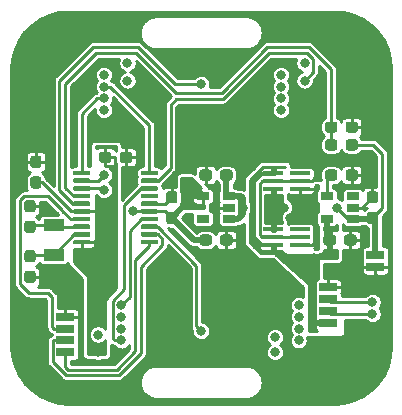
<source format=gbr>
%TF.GenerationSoftware,KiCad,Pcbnew,(5.1.6)-1*%
%TF.CreationDate,2020-09-19T18:08:18+02:00*%
%TF.ProjectId,watch,77617463-682e-46b6-9963-61645f706362,rev?*%
%TF.SameCoordinates,Original*%
%TF.FileFunction,Copper,L4,Bot*%
%TF.FilePolarity,Positive*%
%FSLAX46Y46*%
G04 Gerber Fmt 4.6, Leading zero omitted, Abs format (unit mm)*
G04 Created by KiCad (PCBNEW (5.1.6)-1) date 2020-09-19 18:08:18*
%MOMM*%
%LPD*%
G01*
G04 APERTURE LIST*
%TA.AperFunction,SMDPad,CuDef*%
%ADD10R,1.524000X0.762000*%
%TD*%
%TA.AperFunction,SMDPad,CuDef*%
%ADD11R,1.060000X0.650000*%
%TD*%
%TA.AperFunction,SMDPad,CuDef*%
%ADD12R,1.701800X0.355600*%
%TD*%
%TA.AperFunction,SMDPad,CuDef*%
%ADD13R,1.800000X1.000000*%
%TD*%
%TA.AperFunction,ViaPad*%
%ADD14C,0.800000*%
%TD*%
%TA.AperFunction,Conductor*%
%ADD15C,0.250000*%
%TD*%
%TA.AperFunction,Conductor*%
%ADD16C,0.500000*%
%TD*%
G04 APERTURE END LIST*
%TO.P,R7,2*%
%TO.N,GND*%
%TA.AperFunction,SMDPad,CuDef*%
G36*
G01*
X159256312Y-56290111D02*
X159256312Y-55815111D01*
G75*
G02*
X159493812Y-55577611I237500J0D01*
G01*
X160068812Y-55577611D01*
G75*
G02*
X160306312Y-55815111I0J-237500D01*
G01*
X160306312Y-56290111D01*
G75*
G02*
X160068812Y-56527611I-237500J0D01*
G01*
X159493812Y-56527611D01*
G75*
G02*
X159256312Y-56290111I0J237500D01*
G01*
G37*
%TD.AperFunction*%
%TO.P,R7,1*%
%TO.N,/ADC*%
%TA.AperFunction,SMDPad,CuDef*%
G36*
G01*
X157506312Y-56290111D02*
X157506312Y-55815111D01*
G75*
G02*
X157743812Y-55577611I237500J0D01*
G01*
X158318812Y-55577611D01*
G75*
G02*
X158556312Y-55815111I0J-237500D01*
G01*
X158556312Y-56290111D01*
G75*
G02*
X158318812Y-56527611I-237500J0D01*
G01*
X157743812Y-56527611D01*
G75*
G02*
X157506312Y-56290111I0J237500D01*
G01*
G37*
%TD.AperFunction*%
%TD*%
%TO.P,R6,2*%
%TO.N,/ADC*%
%TA.AperFunction,SMDPad,CuDef*%
G36*
G01*
X158556312Y-57315111D02*
X158556312Y-57790111D01*
G75*
G02*
X158318812Y-58027611I-237500J0D01*
G01*
X157743812Y-58027611D01*
G75*
G02*
X157506312Y-57790111I0J237500D01*
G01*
X157506312Y-57315111D01*
G75*
G02*
X157743812Y-57077611I237500J0D01*
G01*
X158318812Y-57077611D01*
G75*
G02*
X158556312Y-57315111I0J-237500D01*
G01*
G37*
%TD.AperFunction*%
%TO.P,R6,1*%
%TO.N,+BATT*%
%TA.AperFunction,SMDPad,CuDef*%
G36*
G01*
X160306312Y-57315111D02*
X160306312Y-57790111D01*
G75*
G02*
X160068812Y-58027611I-237500J0D01*
G01*
X159493812Y-58027611D01*
G75*
G02*
X159256312Y-57790111I0J237500D01*
G01*
X159256312Y-57315111D01*
G75*
G02*
X159493812Y-57077611I237500J0D01*
G01*
X160068812Y-57077611D01*
G75*
G02*
X160306312Y-57315111I0J-237500D01*
G01*
G37*
%TD.AperFunction*%
%TD*%
D10*
%TO.P,J2,4*%
%TO.N,GND*%
X157781312Y-69602611D03*
%TO.P,J2,3*%
%TO.N,/RX*%
X157781312Y-70602611D03*
%TO.P,J2,2*%
%TO.N,/TX*%
X157781312Y-71602611D03*
%TO.P,J2,1*%
%TO.N,+5V*%
X157781312Y-72602611D03*
%TD*%
%TO.P,BT1,1*%
%TO.N,+BATT*%
X161781312Y-66852611D03*
%TO.P,BT1,2*%
%TO.N,GND*%
X161781312Y-67852611D03*
%TD*%
%TO.P,J1,4*%
%TO.N,GND*%
X135531312Y-72102611D03*
%TO.P,J1,3*%
%TO.N,/NRST*%
X135531312Y-73102611D03*
%TO.P,J1,2*%
%TO.N,/SWDIO*%
X135531312Y-74102611D03*
%TO.P,J1,1*%
%TO.N,/SWCLK*%
X135531312Y-75102611D03*
%TD*%
D11*
%TO.P,U6,5*%
%TO.N,+3V3*%
X147181312Y-61902611D03*
%TO.P,U6,4*%
%TO.N,Net-(U6-Pad4)*%
X147181312Y-63802611D03*
%TO.P,U6,3*%
%TO.N,VCC*%
X149381312Y-63802611D03*
%TO.P,U6,2*%
%TO.N,GND*%
X149381312Y-62852611D03*
%TO.P,U6,1*%
%TO.N,VCC*%
X149381312Y-61902611D03*
%TD*%
D12*
%TO.P,U9,6*%
%TO.N,VCC*%
X155417962Y-66002610D03*
%TO.P,U9,5*%
%TO.N,GND*%
X155417962Y-65352611D03*
%TO.P,U9,4*%
%TO.N,N/C*%
X155417962Y-64702612D03*
%TO.P,U9,3*%
%TO.N,+BATT*%
X153144662Y-64702612D03*
%TO.P,U9,2*%
%TO.N,GND*%
X153144662Y-65352611D03*
%TO.P,U9,1*%
%TO.N,+5V*%
X153144662Y-66002610D03*
%TD*%
%TO.P,U8,6*%
%TO.N,VCC*%
X155417962Y-61252610D03*
%TO.P,U8,5*%
%TO.N,GND*%
X155417962Y-60602611D03*
%TO.P,U8,4*%
%TO.N,N/C*%
X155417962Y-59952612D03*
%TO.P,U8,3*%
%TO.N,+5V*%
X153144662Y-59952612D03*
%TO.P,U8,2*%
%TO.N,GND*%
X153144662Y-60602611D03*
%TO.P,U8,1*%
%TO.N,+BATT*%
X153144662Y-61252610D03*
%TD*%
D13*
%TO.P,Y1,2*%
%TO.N,/XTAL2*%
X134531312Y-64352611D03*
%TO.P,Y1,1*%
%TO.N,/XTAL1*%
X134531312Y-66852611D03*
%TD*%
D11*
%TO.P,U7,5*%
%TO.N,Net-(R3-Pad1)*%
X157681312Y-61902611D03*
%TO.P,U7,4*%
%TO.N,+5V*%
X157681312Y-63802611D03*
%TO.P,U7,3*%
%TO.N,+BATT*%
X159881312Y-63802611D03*
%TO.P,U7,2*%
%TO.N,GND*%
X159881312Y-62852611D03*
%TO.P,U7,1*%
%TO.N,Net-(U7-Pad1)*%
X159881312Y-61902611D03*
%TD*%
%TO.P,U5,20*%
%TO.N,/SWCLK*%
%TA.AperFunction,SMDPad,CuDef*%
G36*
G01*
X141906312Y-65877611D02*
X141906312Y-65677611D01*
G75*
G02*
X142006312Y-65577611I100000J0D01*
G01*
X143281312Y-65577611D01*
G75*
G02*
X143381312Y-65677611I0J-100000D01*
G01*
X143381312Y-65877611D01*
G75*
G02*
X143281312Y-65977611I-100000J0D01*
G01*
X142006312Y-65977611D01*
G75*
G02*
X141906312Y-65877611I0J100000D01*
G01*
G37*
%TD.AperFunction*%
%TO.P,U5,19*%
%TO.N,/SWDIO*%
%TA.AperFunction,SMDPad,CuDef*%
G36*
G01*
X141906312Y-65227611D02*
X141906312Y-65027611D01*
G75*
G02*
X142006312Y-64927611I100000J0D01*
G01*
X143281312Y-64927611D01*
G75*
G02*
X143381312Y-65027611I0J-100000D01*
G01*
X143381312Y-65227611D01*
G75*
G02*
X143281312Y-65327611I-100000J0D01*
G01*
X142006312Y-65327611D01*
G75*
G02*
X141906312Y-65227611I0J100000D01*
G01*
G37*
%TD.AperFunction*%
%TO.P,U5,18*%
%TO.N,/SW2*%
%TA.AperFunction,SMDPad,CuDef*%
G36*
G01*
X141906312Y-64577611D02*
X141906312Y-64377611D01*
G75*
G02*
X142006312Y-64277611I100000J0D01*
G01*
X143281312Y-64277611D01*
G75*
G02*
X143381312Y-64377611I0J-100000D01*
G01*
X143381312Y-64577611D01*
G75*
G02*
X143281312Y-64677611I-100000J0D01*
G01*
X142006312Y-64677611D01*
G75*
G02*
X141906312Y-64577611I0J100000D01*
G01*
G37*
%TD.AperFunction*%
%TO.P,U5,17*%
%TO.N,/OE*%
%TA.AperFunction,SMDPad,CuDef*%
G36*
G01*
X141906312Y-63927611D02*
X141906312Y-63727611D01*
G75*
G02*
X142006312Y-63627611I100000J0D01*
G01*
X143281312Y-63627611D01*
G75*
G02*
X143381312Y-63727611I0J-100000D01*
G01*
X143381312Y-63927611D01*
G75*
G02*
X143281312Y-64027611I-100000J0D01*
G01*
X142006312Y-64027611D01*
G75*
G02*
X141906312Y-63927611I0J100000D01*
G01*
G37*
%TD.AperFunction*%
%TO.P,U5,16*%
%TO.N,+3V3*%
%TA.AperFunction,SMDPad,CuDef*%
G36*
G01*
X141906312Y-63277611D02*
X141906312Y-63077611D01*
G75*
G02*
X142006312Y-62977611I100000J0D01*
G01*
X143281312Y-62977611D01*
G75*
G02*
X143381312Y-63077611I0J-100000D01*
G01*
X143381312Y-63277611D01*
G75*
G02*
X143281312Y-63377611I-100000J0D01*
G01*
X142006312Y-63377611D01*
G75*
G02*
X141906312Y-63277611I0J100000D01*
G01*
G37*
%TD.AperFunction*%
%TO.P,U5,15*%
%TO.N,GND*%
%TA.AperFunction,SMDPad,CuDef*%
G36*
G01*
X141906312Y-62627611D02*
X141906312Y-62427611D01*
G75*
G02*
X142006312Y-62327611I100000J0D01*
G01*
X143281312Y-62327611D01*
G75*
G02*
X143381312Y-62427611I0J-100000D01*
G01*
X143381312Y-62627611D01*
G75*
G02*
X143281312Y-62727611I-100000J0D01*
G01*
X142006312Y-62727611D01*
G75*
G02*
X141906312Y-62627611I0J100000D01*
G01*
G37*
%TD.AperFunction*%
%TO.P,U5,14*%
%TO.N,Net-(U5-Pad14)*%
%TA.AperFunction,SMDPad,CuDef*%
G36*
G01*
X141906312Y-61977611D02*
X141906312Y-61777611D01*
G75*
G02*
X142006312Y-61677611I100000J0D01*
G01*
X143281312Y-61677611D01*
G75*
G02*
X143381312Y-61777611I0J-100000D01*
G01*
X143381312Y-61977611D01*
G75*
G02*
X143281312Y-62077611I-100000J0D01*
G01*
X142006312Y-62077611D01*
G75*
G02*
X141906312Y-61977611I0J100000D01*
G01*
G37*
%TD.AperFunction*%
%TO.P,U5,13*%
%TO.N,/SDI*%
%TA.AperFunction,SMDPad,CuDef*%
G36*
G01*
X141906312Y-61327611D02*
X141906312Y-61127611D01*
G75*
G02*
X142006312Y-61027611I100000J0D01*
G01*
X143281312Y-61027611D01*
G75*
G02*
X143381312Y-61127611I0J-100000D01*
G01*
X143381312Y-61327611D01*
G75*
G02*
X143281312Y-61427611I-100000J0D01*
G01*
X142006312Y-61427611D01*
G75*
G02*
X141906312Y-61327611I0J100000D01*
G01*
G37*
%TD.AperFunction*%
%TO.P,U5,12*%
%TO.N,/MDI*%
%TA.AperFunction,SMDPad,CuDef*%
G36*
G01*
X141906312Y-60677611D02*
X141906312Y-60477611D01*
G75*
G02*
X142006312Y-60377611I100000J0D01*
G01*
X143281312Y-60377611D01*
G75*
G02*
X143381312Y-60477611I0J-100000D01*
G01*
X143381312Y-60677611D01*
G75*
G02*
X143281312Y-60777611I-100000J0D01*
G01*
X142006312Y-60777611D01*
G75*
G02*
X141906312Y-60677611I0J100000D01*
G01*
G37*
%TD.AperFunction*%
%TO.P,U5,11*%
%TO.N,/CLK*%
%TA.AperFunction,SMDPad,CuDef*%
G36*
G01*
X141906312Y-60027611D02*
X141906312Y-59827611D01*
G75*
G02*
X142006312Y-59727611I100000J0D01*
G01*
X143281312Y-59727611D01*
G75*
G02*
X143381312Y-59827611I0J-100000D01*
G01*
X143381312Y-60027611D01*
G75*
G02*
X143281312Y-60127611I-100000J0D01*
G01*
X142006312Y-60127611D01*
G75*
G02*
X141906312Y-60027611I0J100000D01*
G01*
G37*
%TD.AperFunction*%
%TO.P,U5,10*%
%TO.N,/LE*%
%TA.AperFunction,SMDPad,CuDef*%
G36*
G01*
X136181312Y-60027611D02*
X136181312Y-59827611D01*
G75*
G02*
X136281312Y-59727611I100000J0D01*
G01*
X137556312Y-59727611D01*
G75*
G02*
X137656312Y-59827611I0J-100000D01*
G01*
X137656312Y-60027611D01*
G75*
G02*
X137556312Y-60127611I-100000J0D01*
G01*
X136281312Y-60127611D01*
G75*
G02*
X136181312Y-60027611I0J100000D01*
G01*
G37*
%TD.AperFunction*%
%TO.P,U5,9*%
%TO.N,/RX*%
%TA.AperFunction,SMDPad,CuDef*%
G36*
G01*
X136181312Y-60677611D02*
X136181312Y-60477611D01*
G75*
G02*
X136281312Y-60377611I100000J0D01*
G01*
X137556312Y-60377611D01*
G75*
G02*
X137656312Y-60477611I0J-100000D01*
G01*
X137656312Y-60677611D01*
G75*
G02*
X137556312Y-60777611I-100000J0D01*
G01*
X136281312Y-60777611D01*
G75*
G02*
X136181312Y-60677611I0J100000D01*
G01*
G37*
%TD.AperFunction*%
%TO.P,U5,8*%
%TO.N,/TX*%
%TA.AperFunction,SMDPad,CuDef*%
G36*
G01*
X136181312Y-61327611D02*
X136181312Y-61127611D01*
G75*
G02*
X136281312Y-61027611I100000J0D01*
G01*
X137556312Y-61027611D01*
G75*
G02*
X137656312Y-61127611I0J-100000D01*
G01*
X137656312Y-61327611D01*
G75*
G02*
X137556312Y-61427611I-100000J0D01*
G01*
X136281312Y-61427611D01*
G75*
G02*
X136181312Y-61327611I0J100000D01*
G01*
G37*
%TD.AperFunction*%
%TO.P,U5,7*%
%TO.N,/ADC*%
%TA.AperFunction,SMDPad,CuDef*%
G36*
G01*
X136181312Y-61977611D02*
X136181312Y-61777611D01*
G75*
G02*
X136281312Y-61677611I100000J0D01*
G01*
X137556312Y-61677611D01*
G75*
G02*
X137656312Y-61777611I0J-100000D01*
G01*
X137656312Y-61977611D01*
G75*
G02*
X137556312Y-62077611I-100000J0D01*
G01*
X136281312Y-62077611D01*
G75*
G02*
X136181312Y-61977611I0J100000D01*
G01*
G37*
%TD.AperFunction*%
%TO.P,U5,6*%
%TO.N,/SW1*%
%TA.AperFunction,SMDPad,CuDef*%
G36*
G01*
X136181312Y-62627611D02*
X136181312Y-62427611D01*
G75*
G02*
X136281312Y-62327611I100000J0D01*
G01*
X137556312Y-62327611D01*
G75*
G02*
X137656312Y-62427611I0J-100000D01*
G01*
X137656312Y-62627611D01*
G75*
G02*
X137556312Y-62727611I-100000J0D01*
G01*
X136281312Y-62727611D01*
G75*
G02*
X136181312Y-62627611I0J100000D01*
G01*
G37*
%TD.AperFunction*%
%TO.P,U5,5*%
%TO.N,+3V3*%
%TA.AperFunction,SMDPad,CuDef*%
G36*
G01*
X136181312Y-63277611D02*
X136181312Y-63077611D01*
G75*
G02*
X136281312Y-62977611I100000J0D01*
G01*
X137556312Y-62977611D01*
G75*
G02*
X137656312Y-63077611I0J-100000D01*
G01*
X137656312Y-63277611D01*
G75*
G02*
X137556312Y-63377611I-100000J0D01*
G01*
X136281312Y-63377611D01*
G75*
G02*
X136181312Y-63277611I0J100000D01*
G01*
G37*
%TD.AperFunction*%
%TO.P,U5,4*%
%TO.N,/NRST*%
%TA.AperFunction,SMDPad,CuDef*%
G36*
G01*
X136181312Y-63927611D02*
X136181312Y-63727611D01*
G75*
G02*
X136281312Y-63627611I100000J0D01*
G01*
X137556312Y-63627611D01*
G75*
G02*
X137656312Y-63727611I0J-100000D01*
G01*
X137656312Y-63927611D01*
G75*
G02*
X137556312Y-64027611I-100000J0D01*
G01*
X136281312Y-64027611D01*
G75*
G02*
X136181312Y-63927611I0J100000D01*
G01*
G37*
%TD.AperFunction*%
%TO.P,U5,3*%
%TO.N,/XTAL2*%
%TA.AperFunction,SMDPad,CuDef*%
G36*
G01*
X136181312Y-64577611D02*
X136181312Y-64377611D01*
G75*
G02*
X136281312Y-64277611I100000J0D01*
G01*
X137556312Y-64277611D01*
G75*
G02*
X137656312Y-64377611I0J-100000D01*
G01*
X137656312Y-64577611D01*
G75*
G02*
X137556312Y-64677611I-100000J0D01*
G01*
X136281312Y-64677611D01*
G75*
G02*
X136181312Y-64577611I0J100000D01*
G01*
G37*
%TD.AperFunction*%
%TO.P,U5,2*%
%TO.N,/XTAL1*%
%TA.AperFunction,SMDPad,CuDef*%
G36*
G01*
X136181312Y-65227611D02*
X136181312Y-65027611D01*
G75*
G02*
X136281312Y-64927611I100000J0D01*
G01*
X137556312Y-64927611D01*
G75*
G02*
X137656312Y-65027611I0J-100000D01*
G01*
X137656312Y-65227611D01*
G75*
G02*
X137556312Y-65327611I-100000J0D01*
G01*
X136281312Y-65327611D01*
G75*
G02*
X136181312Y-65227611I0J100000D01*
G01*
G37*
%TD.AperFunction*%
%TO.P,U5,1*%
%TO.N,+3V3*%
%TA.AperFunction,SMDPad,CuDef*%
G36*
G01*
X136181312Y-65877611D02*
X136181312Y-65677611D01*
G75*
G02*
X136281312Y-65577611I100000J0D01*
G01*
X137556312Y-65577611D01*
G75*
G02*
X137656312Y-65677611I0J-100000D01*
G01*
X137656312Y-65877611D01*
G75*
G02*
X137556312Y-65977611I-100000J0D01*
G01*
X136281312Y-65977611D01*
G75*
G02*
X136181312Y-65877611I0J100000D01*
G01*
G37*
%TD.AperFunction*%
%TD*%
%TO.P,R3,2*%
%TO.N,GND*%
%TA.AperFunction,SMDPad,CuDef*%
G36*
G01*
X159256312Y-60340111D02*
X159256312Y-59865111D01*
G75*
G02*
X159493812Y-59627611I237500J0D01*
G01*
X160068812Y-59627611D01*
G75*
G02*
X160306312Y-59865111I0J-237500D01*
G01*
X160306312Y-60340111D01*
G75*
G02*
X160068812Y-60577611I-237500J0D01*
G01*
X159493812Y-60577611D01*
G75*
G02*
X159256312Y-60340111I0J237500D01*
G01*
G37*
%TD.AperFunction*%
%TO.P,R3,1*%
%TO.N,Net-(R3-Pad1)*%
%TA.AperFunction,SMDPad,CuDef*%
G36*
G01*
X157506312Y-60340111D02*
X157506312Y-59865111D01*
G75*
G02*
X157743812Y-59627611I237500J0D01*
G01*
X158318812Y-59627611D01*
G75*
G02*
X158556312Y-59865111I0J-237500D01*
G01*
X158556312Y-60340111D01*
G75*
G02*
X158318812Y-60577611I-237500J0D01*
G01*
X157743812Y-60577611D01*
G75*
G02*
X157506312Y-60340111I0J237500D01*
G01*
G37*
%TD.AperFunction*%
%TD*%
%TO.P,C15,2*%
%TO.N,GND*%
%TA.AperFunction,SMDPad,CuDef*%
G36*
G01*
X147931312Y-59865111D02*
X147931312Y-60340111D01*
G75*
G02*
X147693812Y-60577611I-237500J0D01*
G01*
X147118812Y-60577611D01*
G75*
G02*
X146881312Y-60340111I0J237500D01*
G01*
X146881312Y-59865111D01*
G75*
G02*
X147118812Y-59627611I237500J0D01*
G01*
X147693812Y-59627611D01*
G75*
G02*
X147931312Y-59865111I0J-237500D01*
G01*
G37*
%TD.AperFunction*%
%TO.P,C15,1*%
%TO.N,VCC*%
%TA.AperFunction,SMDPad,CuDef*%
G36*
G01*
X149681312Y-59865111D02*
X149681312Y-60340111D01*
G75*
G02*
X149443812Y-60577611I-237500J0D01*
G01*
X148868812Y-60577611D01*
G75*
G02*
X148631312Y-60340111I0J237500D01*
G01*
X148631312Y-59865111D01*
G75*
G02*
X148868812Y-59627611I237500J0D01*
G01*
X149443812Y-59627611D01*
G75*
G02*
X149681312Y-59865111I0J-237500D01*
G01*
G37*
%TD.AperFunction*%
%TD*%
%TO.P,C14,2*%
%TO.N,GND*%
%TA.AperFunction,SMDPad,CuDef*%
G36*
G01*
X159131312Y-65840111D02*
X159131312Y-65365111D01*
G75*
G02*
X159368812Y-65127611I237500J0D01*
G01*
X159943812Y-65127611D01*
G75*
G02*
X160181312Y-65365111I0J-237500D01*
G01*
X160181312Y-65840111D01*
G75*
G02*
X159943812Y-66077611I-237500J0D01*
G01*
X159368812Y-66077611D01*
G75*
G02*
X159131312Y-65840111I0J237500D01*
G01*
G37*
%TD.AperFunction*%
%TO.P,C14,1*%
%TO.N,+5V*%
%TA.AperFunction,SMDPad,CuDef*%
G36*
G01*
X157381312Y-65840111D02*
X157381312Y-65365111D01*
G75*
G02*
X157618812Y-65127611I237500J0D01*
G01*
X158193812Y-65127611D01*
G75*
G02*
X158431312Y-65365111I0J-237500D01*
G01*
X158431312Y-65840111D01*
G75*
G02*
X158193812Y-66077611I-237500J0D01*
G01*
X157618812Y-66077611D01*
G75*
G02*
X157381312Y-65840111I0J237500D01*
G01*
G37*
%TD.AperFunction*%
%TD*%
%TO.P,C10,2*%
%TO.N,GND*%
%TA.AperFunction,SMDPad,CuDef*%
G36*
G01*
X133268812Y-59502611D02*
X132793812Y-59502611D01*
G75*
G02*
X132556312Y-59265111I0J237500D01*
G01*
X132556312Y-58690111D01*
G75*
G02*
X132793812Y-58452611I237500J0D01*
G01*
X133268812Y-58452611D01*
G75*
G02*
X133506312Y-58690111I0J-237500D01*
G01*
X133506312Y-59265111D01*
G75*
G02*
X133268812Y-59502611I-237500J0D01*
G01*
G37*
%TD.AperFunction*%
%TO.P,C10,1*%
%TO.N,+3V3*%
%TA.AperFunction,SMDPad,CuDef*%
G36*
G01*
X133268812Y-61252611D02*
X132793812Y-61252611D01*
G75*
G02*
X132556312Y-61015111I0J237500D01*
G01*
X132556312Y-60440111D01*
G75*
G02*
X132793812Y-60202611I237500J0D01*
G01*
X133268812Y-60202611D01*
G75*
G02*
X133506312Y-60440111I0J-237500D01*
G01*
X133506312Y-61015111D01*
G75*
G02*
X133268812Y-61252611I-237500J0D01*
G01*
G37*
%TD.AperFunction*%
%TD*%
%TO.P,C9,2*%
%TO.N,GND*%
%TA.AperFunction,SMDPad,CuDef*%
G36*
G01*
X144768812Y-62502611D02*
X144293812Y-62502611D01*
G75*
G02*
X144056312Y-62265111I0J237500D01*
G01*
X144056312Y-61690111D01*
G75*
G02*
X144293812Y-61452611I237500J0D01*
G01*
X144768812Y-61452611D01*
G75*
G02*
X145006312Y-61690111I0J-237500D01*
G01*
X145006312Y-62265111D01*
G75*
G02*
X144768812Y-62502611I-237500J0D01*
G01*
G37*
%TD.AperFunction*%
%TO.P,C9,1*%
%TO.N,+3V3*%
%TA.AperFunction,SMDPad,CuDef*%
G36*
G01*
X144768812Y-64252611D02*
X144293812Y-64252611D01*
G75*
G02*
X144056312Y-64015111I0J237500D01*
G01*
X144056312Y-63440111D01*
G75*
G02*
X144293812Y-63202611I237500J0D01*
G01*
X144768812Y-63202611D01*
G75*
G02*
X145006312Y-63440111I0J-237500D01*
G01*
X145006312Y-64015111D01*
G75*
G02*
X144768812Y-64252611I-237500J0D01*
G01*
G37*
%TD.AperFunction*%
%TD*%
%TO.P,C8,2*%
%TO.N,GND*%
%TA.AperFunction,SMDPad,CuDef*%
G36*
G01*
X140131312Y-58840111D02*
X140131312Y-58365111D01*
G75*
G02*
X140368812Y-58127611I237500J0D01*
G01*
X140943812Y-58127611D01*
G75*
G02*
X141181312Y-58365111I0J-237500D01*
G01*
X141181312Y-58840111D01*
G75*
G02*
X140943812Y-59077611I-237500J0D01*
G01*
X140368812Y-59077611D01*
G75*
G02*
X140131312Y-58840111I0J237500D01*
G01*
G37*
%TD.AperFunction*%
%TO.P,C8,1*%
%TO.N,+3V3*%
%TA.AperFunction,SMDPad,CuDef*%
G36*
G01*
X138381312Y-58840111D02*
X138381312Y-58365111D01*
G75*
G02*
X138618812Y-58127611I237500J0D01*
G01*
X139193812Y-58127611D01*
G75*
G02*
X139431312Y-58365111I0J-237500D01*
G01*
X139431312Y-58840111D01*
G75*
G02*
X139193812Y-59077611I-237500J0D01*
G01*
X138618812Y-59077611D01*
G75*
G02*
X138381312Y-58840111I0J237500D01*
G01*
G37*
%TD.AperFunction*%
%TD*%
%TO.P,C7,2*%
%TO.N,GND*%
%TA.AperFunction,SMDPad,CuDef*%
G36*
G01*
X132768812Y-63252611D02*
X132293812Y-63252611D01*
G75*
G02*
X132056312Y-63015111I0J237500D01*
G01*
X132056312Y-62440111D01*
G75*
G02*
X132293812Y-62202611I237500J0D01*
G01*
X132768812Y-62202611D01*
G75*
G02*
X133006312Y-62440111I0J-237500D01*
G01*
X133006312Y-63015111D01*
G75*
G02*
X132768812Y-63252611I-237500J0D01*
G01*
G37*
%TD.AperFunction*%
%TO.P,C7,1*%
%TO.N,/XTAL2*%
%TA.AperFunction,SMDPad,CuDef*%
G36*
G01*
X132768812Y-65002611D02*
X132293812Y-65002611D01*
G75*
G02*
X132056312Y-64765111I0J237500D01*
G01*
X132056312Y-64190111D01*
G75*
G02*
X132293812Y-63952611I237500J0D01*
G01*
X132768812Y-63952611D01*
G75*
G02*
X133006312Y-64190111I0J-237500D01*
G01*
X133006312Y-64765111D01*
G75*
G02*
X132768812Y-65002611I-237500J0D01*
G01*
G37*
%TD.AperFunction*%
%TD*%
%TO.P,C6,2*%
%TO.N,GND*%
%TA.AperFunction,SMDPad,CuDef*%
G36*
G01*
X132293812Y-68202611D02*
X132768812Y-68202611D01*
G75*
G02*
X133006312Y-68440111I0J-237500D01*
G01*
X133006312Y-69015111D01*
G75*
G02*
X132768812Y-69252611I-237500J0D01*
G01*
X132293812Y-69252611D01*
G75*
G02*
X132056312Y-69015111I0J237500D01*
G01*
X132056312Y-68440111D01*
G75*
G02*
X132293812Y-68202611I237500J0D01*
G01*
G37*
%TD.AperFunction*%
%TO.P,C6,1*%
%TO.N,/XTAL1*%
%TA.AperFunction,SMDPad,CuDef*%
G36*
G01*
X132293812Y-66452611D02*
X132768812Y-66452611D01*
G75*
G02*
X133006312Y-66690111I0J-237500D01*
G01*
X133006312Y-67265111D01*
G75*
G02*
X132768812Y-67502611I-237500J0D01*
G01*
X132293812Y-67502611D01*
G75*
G02*
X132056312Y-67265111I0J237500D01*
G01*
X132056312Y-66690111D01*
G75*
G02*
X132293812Y-66452611I237500J0D01*
G01*
G37*
%TD.AperFunction*%
%TD*%
%TO.P,C4,2*%
%TO.N,GND*%
%TA.AperFunction,SMDPad,CuDef*%
G36*
G01*
X148631312Y-65840111D02*
X148631312Y-65365111D01*
G75*
G02*
X148868812Y-65127611I237500J0D01*
G01*
X149443812Y-65127611D01*
G75*
G02*
X149681312Y-65365111I0J-237500D01*
G01*
X149681312Y-65840111D01*
G75*
G02*
X149443812Y-66077611I-237500J0D01*
G01*
X148868812Y-66077611D01*
G75*
G02*
X148631312Y-65840111I0J237500D01*
G01*
G37*
%TD.AperFunction*%
%TO.P,C4,1*%
%TO.N,+3V3*%
%TA.AperFunction,SMDPad,CuDef*%
G36*
G01*
X146881312Y-65840111D02*
X146881312Y-65365111D01*
G75*
G02*
X147118812Y-65127611I237500J0D01*
G01*
X147693812Y-65127611D01*
G75*
G02*
X147931312Y-65365111I0J-237500D01*
G01*
X147931312Y-65840111D01*
G75*
G02*
X147693812Y-66077611I-237500J0D01*
G01*
X147118812Y-66077611D01*
G75*
G02*
X146881312Y-65840111I0J237500D01*
G01*
G37*
%TD.AperFunction*%
%TD*%
%TO.P,C3,2*%
%TO.N,GND*%
%TA.AperFunction,SMDPad,CuDef*%
G36*
G01*
X161768812Y-62502611D02*
X161293812Y-62502611D01*
G75*
G02*
X161056312Y-62265111I0J237500D01*
G01*
X161056312Y-61690111D01*
G75*
G02*
X161293812Y-61452611I237500J0D01*
G01*
X161768812Y-61452611D01*
G75*
G02*
X162006312Y-61690111I0J-237500D01*
G01*
X162006312Y-62265111D01*
G75*
G02*
X161768812Y-62502611I-237500J0D01*
G01*
G37*
%TD.AperFunction*%
%TO.P,C3,1*%
%TO.N,+BATT*%
%TA.AperFunction,SMDPad,CuDef*%
G36*
G01*
X161768812Y-64252611D02*
X161293812Y-64252611D01*
G75*
G02*
X161056312Y-64015111I0J237500D01*
G01*
X161056312Y-63440111D01*
G75*
G02*
X161293812Y-63202611I237500J0D01*
G01*
X161768812Y-63202611D01*
G75*
G02*
X162006312Y-63440111I0J-237500D01*
G01*
X162006312Y-64015111D01*
G75*
G02*
X161768812Y-64252611I-237500J0D01*
G01*
G37*
%TD.AperFunction*%
%TD*%
D14*
%TO.N,GND*%
X133781312Y-62852611D03*
X140260725Y-75127611D03*
X155281312Y-75127611D03*
X147031312Y-50802611D03*
X140781312Y-60852611D03*
X153781312Y-50577611D03*
X138781312Y-50577611D03*
X146981312Y-74902611D03*
X132431312Y-70852611D03*
X132431312Y-71852611D03*
%TO.N,VCC*%
X154556312Y-63703715D03*
X150556312Y-62852611D03*
%TO.N,+3V3*%
X138281312Y-75102611D03*
X140781312Y-50602611D03*
X155781312Y-50602611D03*
X141281312Y-63102611D03*
X138781312Y-62602611D03*
X145781312Y-60852611D03*
X153281312Y-75102611D03*
%TO.N,/MDI*%
X155781312Y-52102611D03*
%TO.N,/OE*%
X155281312Y-71102611D03*
X138781312Y-54602611D03*
X153781312Y-54602611D03*
X140281312Y-71102611D03*
%TO.N,/LE*%
X155281312Y-72102611D03*
X140281312Y-72102611D03*
X138781312Y-53602611D03*
X153781306Y-53602611D03*
%TO.N,/CLK*%
X155281312Y-73102611D03*
X140281312Y-73102611D03*
X138781312Y-52602611D03*
X153781312Y-52602611D03*
%TO.N,/SDI*%
X140281312Y-74102611D03*
%TO.N,/SW1*%
X147031312Y-52402611D03*
%TO.N,/SW2*%
X147031312Y-73302611D03*
%TO.N,+BATT*%
X154031312Y-62852611D03*
X158531312Y-62852611D03*
%TO.N,Net-(U10-Pad2)*%
X153281312Y-73827611D03*
X138781312Y-51602611D03*
%TO.N,Net-(U3-Pad2)*%
X155281312Y-74102611D03*
X138281312Y-73602611D03*
%TO.N,Net-(U10-Pad14)*%
X153781312Y-51602611D03*
X140781312Y-52102611D03*
%TO.N,/RX*%
X138781312Y-60102611D03*
X161531312Y-70852611D03*
%TO.N,/TX*%
X138781312Y-61352611D03*
X161531312Y-71852611D03*
%TD*%
D15*
%TO.N,GND*%
X152180959Y-60602611D02*
X153144662Y-60602611D01*
X151968761Y-60814809D02*
X152180959Y-60602611D01*
X152180959Y-65352611D02*
X151968761Y-65140413D01*
X151968761Y-64190060D02*
X151968761Y-63790060D01*
X151968761Y-65140413D02*
X151968761Y-63790060D01*
X153144662Y-65352611D02*
X152180959Y-65352611D01*
X151968761Y-63790060D02*
X151968761Y-60814809D01*
X160656312Y-62852611D02*
X161531312Y-61977611D01*
X159881312Y-62852611D02*
X160656312Y-62852611D01*
X143981312Y-62527611D02*
X144531312Y-61977611D01*
X142643812Y-62527611D02*
X143981312Y-62527611D01*
X153144662Y-60602611D02*
X155417962Y-60602611D01*
X153144662Y-65352611D02*
X155417962Y-65352611D01*
X156381665Y-60602611D02*
X156831312Y-60152964D01*
X155417962Y-60602611D02*
X156381665Y-60602611D01*
X156831312Y-60152964D02*
X156831312Y-59852611D01*
X147406312Y-60102611D02*
X147406312Y-60827611D01*
D16*
%TO.N,VCC*%
X149156312Y-61677611D02*
X149381312Y-61902611D01*
X149156312Y-60102611D02*
X149156312Y-61677611D01*
X150361313Y-63537612D02*
X150096314Y-63802611D01*
X150361313Y-62167610D02*
X150361313Y-63537612D01*
X150096314Y-63802611D02*
X149381312Y-63802611D01*
X150096314Y-61902611D02*
X150361313Y-62167610D01*
X149381312Y-61902611D02*
X150096314Y-61902611D01*
X149381312Y-61902611D02*
X150411312Y-61902611D01*
X150556312Y-62047611D02*
X150556312Y-62852611D01*
X150411312Y-61902611D02*
X150556312Y-62047611D01*
X150171997Y-63802611D02*
X149381312Y-63802611D01*
X150556312Y-63418296D02*
X150171997Y-63802611D01*
X150556312Y-62852611D02*
X150556312Y-63418296D01*
D15*
X154556312Y-63703715D02*
X156593863Y-63703715D01*
X156593863Y-63540060D02*
X156593863Y-63415162D01*
X156593863Y-63415162D02*
X155417962Y-62239261D01*
X156593863Y-63540060D02*
X156593863Y-65790412D01*
X156381665Y-66002610D02*
X155417962Y-66002610D01*
X156593863Y-65790412D02*
X156381665Y-66002610D01*
X155417962Y-61252610D02*
X155417962Y-62239261D01*
D16*
%TO.N,+3V3*%
X146356312Y-61902611D02*
X144531312Y-63727611D01*
X147181312Y-61902611D02*
X146356312Y-61902611D01*
X146406312Y-65602611D02*
X144531312Y-63727611D01*
X147406312Y-65602611D02*
X146406312Y-65602611D01*
D15*
X143981312Y-63177611D02*
X144531312Y-63727611D01*
X142643812Y-63177611D02*
X143981312Y-63177611D01*
X137656312Y-65777611D02*
X136918812Y-65777611D01*
X138281312Y-74900613D02*
X138281312Y-75102611D01*
X133531312Y-60727611D02*
X133031312Y-60727611D01*
X136918812Y-63177611D02*
X135981312Y-63177611D01*
X135981312Y-63177611D02*
X133531312Y-60727611D01*
X142643812Y-63177611D02*
X141356312Y-63177611D01*
X141356312Y-63177611D02*
X141281312Y-63102611D01*
D16*
X153281312Y-75085613D02*
X153281312Y-75102611D01*
D15*
X137531312Y-74352611D02*
X137531312Y-66390111D01*
X137531312Y-74352611D02*
X138281312Y-75102611D01*
D16*
X145781312Y-60852611D02*
X146131312Y-60852611D01*
X146356312Y-61527611D02*
X146581312Y-61302611D01*
X146356312Y-61902611D02*
X146356312Y-61527611D01*
X146581312Y-61302611D02*
X147181312Y-61902611D01*
D15*
X138781312Y-64652611D02*
X138681312Y-64752611D01*
X138781312Y-63102611D02*
X138781312Y-64652611D01*
X136918812Y-63177611D02*
X138781312Y-63177611D01*
D16*
X146356312Y-61077611D02*
X146331312Y-61052611D01*
X146356312Y-61527611D02*
X146356312Y-61077611D01*
X146131312Y-60852611D02*
X146331312Y-61052611D01*
X146331312Y-61052611D02*
X146581312Y-61302611D01*
D15*
X138906312Y-58602611D02*
X138906312Y-58977611D01*
X139781312Y-63652611D02*
X138681312Y-64752611D01*
X139781312Y-59852611D02*
X139781312Y-63652611D01*
X138781312Y-63177611D02*
X138781312Y-62602611D01*
X138906312Y-58602611D02*
X139731312Y-58602611D01*
X139731312Y-58602611D02*
X139731312Y-59852611D01*
X138906312Y-58602611D02*
X138906312Y-59352611D01*
X138906312Y-59352611D02*
X139531312Y-59352611D01*
%TO.N,/NRST*%
X134531312Y-73102611D02*
X135531312Y-73102611D01*
X134044892Y-61877601D02*
X132060812Y-61877601D01*
X135266314Y-63099023D02*
X134044892Y-61877601D01*
X134431312Y-73002611D02*
X134531312Y-73102611D01*
X132060812Y-61877601D02*
X131694311Y-62244102D01*
X135266314Y-63102611D02*
X135266314Y-63099023D01*
X134431312Y-70452611D02*
X134431312Y-73002611D01*
X135991314Y-63827611D02*
X135266314Y-63102611D01*
X131694311Y-69315610D02*
X132431312Y-70052611D01*
X131694311Y-62244102D02*
X131694311Y-69315610D01*
X132431312Y-70052611D02*
X134031312Y-70052611D01*
X136918812Y-63827611D02*
X135991314Y-63827611D01*
X134031312Y-70052611D02*
X134431312Y-70452611D01*
%TO.N,/SWCLK*%
X135531312Y-76352611D02*
X135781312Y-76602611D01*
X135531312Y-75102611D02*
X135531312Y-76352611D01*
X135781312Y-76602611D02*
X139858727Y-76602611D01*
X139858727Y-76602611D02*
X141456323Y-75005015D01*
X142643812Y-66090133D02*
X141456323Y-67277622D01*
X142643812Y-65777611D02*
X142643812Y-66090133D01*
X141456323Y-75005015D02*
X141456323Y-67277622D01*
%TO.N,/SWDIO*%
X143706322Y-66053659D02*
X141907370Y-67852611D01*
X143706322Y-65501563D02*
X143706322Y-66053659D01*
X142643812Y-65127611D02*
X143332370Y-65127611D01*
X143332370Y-65127611D02*
X143706322Y-65501563D01*
X134444311Y-75902020D02*
X134444311Y-74177612D01*
X134519312Y-74102611D02*
X135531312Y-74102611D01*
X134444311Y-74177612D02*
X134519312Y-74102611D01*
X135594911Y-77052620D02*
X134444311Y-75902020D01*
X140045127Y-77052621D02*
X135594911Y-77052620D01*
X141907370Y-75190378D02*
X140045127Y-77052621D01*
X141907370Y-67852611D02*
X141907370Y-75190378D01*
%TO.N,/MDI*%
X144431312Y-54152611D02*
X144431312Y-59478669D01*
X144931312Y-53652611D02*
X144431312Y-54152611D01*
X144431312Y-59478669D02*
X143332370Y-60577611D01*
X148867722Y-53652611D02*
X144931312Y-53652611D01*
X143332370Y-60577611D02*
X142643812Y-60577611D01*
X156506313Y-51377610D02*
X156506313Y-50254610D01*
X156506313Y-50254610D02*
X156004314Y-49752611D01*
X156004314Y-49752611D02*
X152767722Y-49752611D01*
X155781312Y-52102611D02*
X156506313Y-51377610D01*
X152767722Y-49752611D02*
X148867722Y-53652611D01*
%TO.N,/OE*%
X140981322Y-70402601D02*
X140281312Y-71102611D01*
X140981322Y-64801543D02*
X140981322Y-70402601D01*
X141955254Y-63827611D02*
X140981322Y-64801543D01*
X142643812Y-63827611D02*
X141955254Y-63827611D01*
%TO.N,/LE*%
X138215627Y-53602611D02*
X138781312Y-53602611D01*
X136918812Y-54899426D02*
X138215627Y-53602611D01*
X136918812Y-59927611D02*
X136918812Y-54899426D01*
%TO.N,/CLK*%
X139346997Y-52602611D02*
X138781312Y-52602611D01*
X142643812Y-55899426D02*
X139346997Y-52602611D01*
X142643812Y-59927611D02*
X142643812Y-55899426D01*
%TO.N,/SDI*%
X139715627Y-74102611D02*
X140281312Y-74102611D01*
X139556311Y-73943295D02*
X139715627Y-74102611D01*
X141955254Y-61227611D02*
X140531312Y-62651553D01*
X139556311Y-70754610D02*
X139556311Y-73943295D01*
X142643812Y-61227611D02*
X141955254Y-61227611D01*
X140531312Y-62651553D02*
X140531312Y-69779609D01*
X140531312Y-69779609D02*
X139556311Y-70754610D01*
%TO.N,/SW1*%
X136181312Y-62527611D02*
X136918812Y-62527611D01*
X135031312Y-61377611D02*
X136181312Y-62527611D01*
X144831312Y-52402611D02*
X141681312Y-49252611D01*
X141681312Y-49252611D02*
X137881312Y-49252611D01*
X147031312Y-52402611D02*
X144831312Y-52402611D01*
X137881312Y-49252611D02*
X135031312Y-52102611D01*
X135031312Y-52102611D02*
X135031312Y-61377611D01*
%TO.N,/SW2*%
X143332370Y-64477611D02*
X142643812Y-64477611D01*
X146631313Y-67776554D02*
X143332370Y-64477611D01*
X146631313Y-72902612D02*
X146631313Y-67776554D01*
X147031312Y-73302611D02*
X146631313Y-72902612D01*
%TO.N,/XTAL1*%
X134531312Y-66826553D02*
X134531312Y-66852611D01*
X136230254Y-65127611D02*
X134531312Y-66826553D01*
X136918812Y-65127611D02*
X136230254Y-65127611D01*
X132656312Y-66852611D02*
X132531312Y-66977611D01*
X134531312Y-66852611D02*
X132656312Y-66852611D01*
%TO.N,/XTAL2*%
X134656312Y-64477611D02*
X134531312Y-64352611D01*
X136918812Y-64477611D02*
X134656312Y-64477611D01*
X132656312Y-64352611D02*
X132531312Y-64477611D01*
X134531312Y-64352611D02*
X132656312Y-64352611D01*
%TO.N,Net-(R3-Pad1)*%
X157681312Y-60452611D02*
X158031312Y-60102611D01*
X157681312Y-61902611D02*
X157681312Y-60452611D01*
D16*
%TO.N,+BATT*%
X161456312Y-63802611D02*
X161531312Y-63727611D01*
X159881312Y-63802611D02*
X161456312Y-63802611D01*
D15*
X153144662Y-61252610D02*
X153144662Y-64702612D01*
X159481312Y-63802611D02*
X159881312Y-63802611D01*
X158531312Y-62852611D02*
X159481312Y-63802611D01*
X162331322Y-58277621D02*
X162031312Y-57977611D01*
X161531312Y-63727611D02*
X162331322Y-62927601D01*
X153144662Y-64702612D02*
X153144662Y-63739261D01*
X154031312Y-62852611D02*
X153144662Y-62852611D01*
D16*
X161781312Y-63977611D02*
X161531312Y-63727611D01*
X161781312Y-66852611D02*
X161781312Y-63977611D01*
D15*
X162331322Y-62927601D02*
X162331322Y-58277621D01*
X161606312Y-57552611D02*
X162331322Y-58277621D01*
X159781312Y-57552611D02*
X161606312Y-57552611D01*
D16*
%TO.N,+5V*%
X157681312Y-65377611D02*
X157906312Y-65602611D01*
X157681312Y-63802611D02*
X157681312Y-65377611D01*
D15*
X151281312Y-60852259D02*
X152180959Y-59952612D01*
X152180959Y-59952612D02*
X153144662Y-59952612D01*
X151281312Y-65102963D02*
X151281312Y-60852259D01*
X153144662Y-66002610D02*
X152180959Y-66002610D01*
X152180959Y-66002610D02*
X151281312Y-65102963D01*
D16*
X156569311Y-72343612D02*
X156569311Y-66939612D01*
X157781312Y-72602611D02*
X156828310Y-72602611D01*
D15*
X153994663Y-66852611D02*
X156656312Y-66852611D01*
D16*
X157906312Y-65602611D02*
X157906312Y-66577611D01*
D15*
X152961312Y-59382611D02*
X152281312Y-59382611D01*
X151831312Y-59832611D02*
X151831312Y-59852611D01*
X152281312Y-59382611D02*
X151831312Y-59832611D01*
X153144662Y-59952612D02*
X153144662Y-59565961D01*
X153144662Y-59565961D02*
X152961312Y-59382611D01*
%TO.N,/RX*%
X136918812Y-60577611D02*
X138306312Y-60577611D01*
X138306312Y-60577611D02*
X138781312Y-60102611D01*
X158031312Y-70852611D02*
X157781312Y-70602611D01*
X161531312Y-70852611D02*
X158031312Y-70852611D01*
%TO.N,/TX*%
X136918812Y-61227611D02*
X138656312Y-61227611D01*
X138656312Y-61227611D02*
X138781312Y-61352611D01*
X158031312Y-71852611D02*
X157781312Y-71602611D01*
X161531312Y-71852611D02*
X158031312Y-71852611D01*
%TO.N,/ADC*%
X158031312Y-57552611D02*
X158031312Y-56052611D01*
X156140724Y-49252611D02*
X158031312Y-51143199D01*
X152631312Y-49252611D02*
X156140724Y-49252611D01*
X148756311Y-53127612D02*
X152631312Y-49252611D01*
X144916313Y-53127612D02*
X148756311Y-53127612D01*
X136230254Y-61877611D02*
X135531312Y-61178669D01*
X138131312Y-49752611D02*
X141541312Y-49752611D01*
X158031312Y-51143199D02*
X158031312Y-56052611D01*
X141541312Y-49752611D02*
X144916313Y-53127612D01*
X136918812Y-61877611D02*
X136230254Y-61877611D01*
X135531312Y-61178669D02*
X135531312Y-52352611D01*
X135531312Y-52352611D02*
X138131312Y-49752611D01*
%TD*%
%TO.N,GND*%
G36*
X159123243Y-46327798D02*
G01*
X159939586Y-46546537D01*
X160705545Y-46903710D01*
X161397850Y-47388467D01*
X161995457Y-47986074D01*
X162480212Y-48678375D01*
X162837385Y-49444336D01*
X163056125Y-50260681D01*
X163131313Y-51120088D01*
X163131312Y-74585146D01*
X163056125Y-75444541D01*
X162837385Y-76260886D01*
X162480212Y-77026847D01*
X161995457Y-77719148D01*
X161397850Y-78316755D01*
X160705545Y-78801512D01*
X159939586Y-79158685D01*
X159123243Y-79377424D01*
X158263847Y-79452611D01*
X135798777Y-79452611D01*
X134939382Y-79377424D01*
X134123037Y-79158684D01*
X133357076Y-78801511D01*
X132664775Y-78316756D01*
X132067168Y-77719149D01*
X132000081Y-77623338D01*
X141832982Y-77623338D01*
X141833235Y-77659592D01*
X141832982Y-77695846D01*
X141833527Y-77701405D01*
X141853928Y-77895501D01*
X141861217Y-77931009D01*
X141868011Y-77966625D01*
X141869626Y-77971972D01*
X141927338Y-78158410D01*
X141941376Y-78191807D01*
X141954967Y-78225445D01*
X141957589Y-78230376D01*
X142050414Y-78402053D01*
X142070692Y-78432117D01*
X142090539Y-78462446D01*
X142094069Y-78466774D01*
X142218473Y-78617152D01*
X142244199Y-78642699D01*
X142269563Y-78668600D01*
X142273866Y-78672160D01*
X142425108Y-78795510D01*
X142455300Y-78815569D01*
X142485219Y-78836055D01*
X142490132Y-78838711D01*
X142662454Y-78930336D01*
X142695952Y-78944143D01*
X142729294Y-78958433D01*
X142734629Y-78960085D01*
X142921466Y-79016494D01*
X142957029Y-79023536D01*
X142992490Y-79031073D01*
X142998044Y-79031657D01*
X143192278Y-79050702D01*
X143192282Y-79050702D01*
X143211665Y-79052611D01*
X150850959Y-79052611D01*
X150871326Y-79050605D01*
X150884307Y-79050605D01*
X150889862Y-79050021D01*
X151083811Y-79028266D01*
X151119268Y-79020729D01*
X151154838Y-79013686D01*
X151160173Y-79012035D01*
X151346204Y-78953022D01*
X151379531Y-78938738D01*
X151413043Y-78924925D01*
X151417952Y-78922270D01*
X151417957Y-78922268D01*
X151417961Y-78922265D01*
X151588981Y-78828246D01*
X151618878Y-78807775D01*
X151649090Y-78787702D01*
X151653394Y-78784142D01*
X151802900Y-78658692D01*
X151828280Y-78632775D01*
X151853991Y-78607243D01*
X151857521Y-78602915D01*
X151979812Y-78450815D01*
X151999673Y-78420464D01*
X152019935Y-78390425D01*
X152022557Y-78385494D01*
X152112977Y-78212538D01*
X152126556Y-78178929D01*
X152140608Y-78145500D01*
X152142222Y-78140153D01*
X152197325Y-77952928D01*
X152204116Y-77917326D01*
X152211408Y-77881805D01*
X152211953Y-77876246D01*
X152229642Y-77681885D01*
X152229389Y-77645630D01*
X152229642Y-77609376D01*
X152229097Y-77603817D01*
X152208696Y-77409720D01*
X152201404Y-77374199D01*
X152194613Y-77338597D01*
X152192999Y-77333254D01*
X152192998Y-77333248D01*
X152192996Y-77333242D01*
X152135286Y-77146812D01*
X152121254Y-77113432D01*
X152107657Y-77079777D01*
X152105035Y-77074846D01*
X152012210Y-76903169D01*
X151991932Y-76873105D01*
X151972085Y-76842776D01*
X151968555Y-76838448D01*
X151844151Y-76688070D01*
X151818425Y-76662523D01*
X151793061Y-76636622D01*
X151788758Y-76633062D01*
X151637516Y-76509712D01*
X151607342Y-76489665D01*
X151577406Y-76469167D01*
X151572493Y-76466511D01*
X151400170Y-76374886D01*
X151366672Y-76361079D01*
X151333330Y-76346789D01*
X151327995Y-76345137D01*
X151141159Y-76288728D01*
X151105574Y-76281682D01*
X151070134Y-76274149D01*
X151064579Y-76273565D01*
X150870346Y-76254520D01*
X150870342Y-76254520D01*
X150850959Y-76252611D01*
X143211665Y-76252611D01*
X143191298Y-76254617D01*
X143178317Y-76254617D01*
X143172762Y-76255201D01*
X142978812Y-76276956D01*
X142943348Y-76284494D01*
X142907786Y-76291536D01*
X142902451Y-76293187D01*
X142716421Y-76352200D01*
X142683107Y-76366478D01*
X142649581Y-76380297D01*
X142644668Y-76382953D01*
X142473643Y-76476976D01*
X142443746Y-76497447D01*
X142413534Y-76517520D01*
X142409234Y-76521078D01*
X142409229Y-76521081D01*
X142409225Y-76521085D01*
X142259724Y-76646530D01*
X142234344Y-76672447D01*
X142208633Y-76697979D01*
X142205103Y-76702307D01*
X142082812Y-76854407D01*
X142062961Y-76884743D01*
X142042689Y-76914797D01*
X142040067Y-76919729D01*
X141949647Y-77092684D01*
X141936068Y-77126293D01*
X141922016Y-77159722D01*
X141920402Y-77165069D01*
X141865299Y-77352295D01*
X141858509Y-77387889D01*
X141851216Y-77423417D01*
X141850671Y-77428976D01*
X141832982Y-77623338D01*
X132000081Y-77623338D01*
X131582411Y-77026844D01*
X131225238Y-76260885D01*
X131006499Y-75444542D01*
X130931312Y-74585146D01*
X130931312Y-62244102D01*
X131191892Y-62244102D01*
X131194311Y-62268662D01*
X131194312Y-69291040D01*
X131191892Y-69315610D01*
X131201546Y-69413627D01*
X131216377Y-69462516D01*
X131230137Y-69507877D01*
X131276566Y-69594739D01*
X131339048Y-69670874D01*
X131358130Y-69686534D01*
X132060391Y-70388797D01*
X132076048Y-70407875D01*
X132152183Y-70470357D01*
X132239045Y-70516786D01*
X132333295Y-70545376D01*
X132431312Y-70555030D01*
X132455872Y-70552611D01*
X133824206Y-70552611D01*
X133931312Y-70659717D01*
X133931313Y-72978041D01*
X133928893Y-73002611D01*
X133938547Y-73100628D01*
X133950738Y-73140815D01*
X133967138Y-73194878D01*
X134013567Y-73281740D01*
X134076049Y-73357875D01*
X134095130Y-73373534D01*
X134160386Y-73438791D01*
X134176048Y-73457875D01*
X134252183Y-73520357D01*
X134339045Y-73566786D01*
X134409117Y-73588042D01*
X134413537Y-73602611D01*
X134410333Y-73613171D01*
X134327045Y-73638436D01*
X134240183Y-73684865D01*
X134164048Y-73747347D01*
X134148386Y-73766431D01*
X134108129Y-73806689D01*
X134089048Y-73822348D01*
X134026566Y-73898483D01*
X133989486Y-73967855D01*
X133980137Y-73985345D01*
X133951546Y-74079595D01*
X133941892Y-74177612D01*
X133944312Y-74202182D01*
X133944311Y-75877460D01*
X133941892Y-75902020D01*
X133944311Y-75926579D01*
X133951546Y-76000036D01*
X133980136Y-76094286D01*
X134026565Y-76181149D01*
X134089047Y-76257284D01*
X134108135Y-76272949D01*
X135223991Y-77388806D01*
X135239647Y-77407883D01*
X135258724Y-77423539D01*
X135315781Y-77470365D01*
X135402642Y-77516794D01*
X135496893Y-77545384D01*
X135594910Y-77555039D01*
X135619477Y-77552619D01*
X140020567Y-77552621D01*
X140045127Y-77555040D01*
X140143144Y-77545386D01*
X140184067Y-77532972D01*
X140237393Y-77516796D01*
X140324255Y-77470367D01*
X140400390Y-77407885D01*
X140416050Y-77388803D01*
X142243557Y-75561298D01*
X142262634Y-75545642D01*
X142325116Y-75469507D01*
X142371545Y-75382645D01*
X142400135Y-75288395D01*
X142407370Y-75214938D01*
X142407370Y-75214929D01*
X142409788Y-75190379D01*
X142407370Y-75165829D01*
X142407370Y-68059716D01*
X144042509Y-66424579D01*
X144061586Y-66408923D01*
X144124068Y-66332788D01*
X144165868Y-66254587D01*
X144170496Y-66245928D01*
X144170497Y-66245926D01*
X144199087Y-66151676D01*
X144206322Y-66078219D01*
X144206322Y-66078210D01*
X144208074Y-66060421D01*
X146131314Y-67983661D01*
X146131313Y-72878052D01*
X146128894Y-72902612D01*
X146138548Y-73000629D01*
X146139751Y-73004594D01*
X146167138Y-73094878D01*
X146213567Y-73181741D01*
X146256312Y-73233826D01*
X146256312Y-73378942D01*
X146286095Y-73528670D01*
X146344516Y-73669711D01*
X146429330Y-73796645D01*
X146537278Y-73904593D01*
X146664212Y-73989407D01*
X146805253Y-74047828D01*
X146954981Y-74077611D01*
X147107643Y-74077611D01*
X147257371Y-74047828D01*
X147398412Y-73989407D01*
X147525346Y-73904593D01*
X147633294Y-73796645D01*
X147663605Y-73751280D01*
X152506312Y-73751280D01*
X152506312Y-73903942D01*
X152536095Y-74053670D01*
X152594516Y-74194711D01*
X152679330Y-74321645D01*
X152787278Y-74429593D01*
X152840435Y-74465111D01*
X152787278Y-74500629D01*
X152679330Y-74608577D01*
X152594516Y-74735511D01*
X152536095Y-74876552D01*
X152506312Y-75026280D01*
X152506312Y-75178942D01*
X152536095Y-75328670D01*
X152594516Y-75469711D01*
X152679330Y-75596645D01*
X152787278Y-75704593D01*
X152914212Y-75789407D01*
X153055253Y-75847828D01*
X153204981Y-75877611D01*
X153357643Y-75877611D01*
X153507371Y-75847828D01*
X153648412Y-75789407D01*
X153775346Y-75704593D01*
X153883294Y-75596645D01*
X153968108Y-75469711D01*
X154026529Y-75328670D01*
X154056312Y-75178942D01*
X154056312Y-75026280D01*
X154026529Y-74876552D01*
X153968108Y-74735511D01*
X153883294Y-74608577D01*
X153775346Y-74500629D01*
X153722189Y-74465111D01*
X153775346Y-74429593D01*
X153883294Y-74321645D01*
X153968108Y-74194711D01*
X154026529Y-74053670D01*
X154056312Y-73903942D01*
X154056312Y-73751280D01*
X154026529Y-73601552D01*
X153968108Y-73460511D01*
X153883294Y-73333577D01*
X153775346Y-73225629D01*
X153648412Y-73140815D01*
X153507371Y-73082394D01*
X153357643Y-73052611D01*
X153204981Y-73052611D01*
X153055253Y-73082394D01*
X152914212Y-73140815D01*
X152787278Y-73225629D01*
X152679330Y-73333577D01*
X152594516Y-73460511D01*
X152536095Y-73601552D01*
X152506312Y-73751280D01*
X147663605Y-73751280D01*
X147718108Y-73669711D01*
X147776529Y-73528670D01*
X147806312Y-73378942D01*
X147806312Y-73226280D01*
X147776529Y-73076552D01*
X147718108Y-72935511D01*
X147633294Y-72808577D01*
X147525346Y-72700629D01*
X147398412Y-72615815D01*
X147257371Y-72557394D01*
X147131313Y-72532319D01*
X147131313Y-67801114D01*
X147133732Y-67776554D01*
X147124078Y-67678537D01*
X147120251Y-67665920D01*
X147095488Y-67584287D01*
X147049059Y-67497425D01*
X146986577Y-67421290D01*
X146967494Y-67405629D01*
X144180088Y-64618224D01*
X144293812Y-64629425D01*
X144549243Y-64629425D01*
X145942663Y-66022846D01*
X145962232Y-66046691D01*
X145986077Y-66066260D01*
X145986080Y-66066263D01*
X146057399Y-66124793D01*
X146163314Y-66181406D01*
X146165978Y-66182830D01*
X146283791Y-66218568D01*
X146375608Y-66227611D01*
X146375617Y-66227611D01*
X146406311Y-66230634D01*
X146437005Y-66227611D01*
X146645948Y-66227611D01*
X146684426Y-66274497D01*
X146777517Y-66350894D01*
X146883724Y-66407663D01*
X146998965Y-66442621D01*
X147118812Y-66454425D01*
X147693812Y-66454425D01*
X147813659Y-66442621D01*
X147928900Y-66407663D01*
X148035107Y-66350894D01*
X148128198Y-66274497D01*
X148204595Y-66181406D01*
X148254517Y-66088009D01*
X148260753Y-66151320D01*
X148282253Y-66222196D01*
X148317167Y-66287516D01*
X148364154Y-66344769D01*
X148421407Y-66391756D01*
X148486727Y-66426670D01*
X148557603Y-66448170D01*
X148631312Y-66455430D01*
X149061812Y-66453611D01*
X149155812Y-66359611D01*
X149155812Y-65603111D01*
X149156812Y-65603111D01*
X149156812Y-66359611D01*
X149250812Y-66453611D01*
X149681312Y-66455430D01*
X149755021Y-66448170D01*
X149825897Y-66426670D01*
X149891217Y-66391756D01*
X149948470Y-66344769D01*
X149995457Y-66287516D01*
X150030371Y-66222196D01*
X150051871Y-66151320D01*
X150059131Y-66077611D01*
X150057312Y-65697111D01*
X149963312Y-65603111D01*
X149156812Y-65603111D01*
X149155812Y-65603111D01*
X149135812Y-65603111D01*
X149135812Y-65602111D01*
X149155812Y-65602111D01*
X149155812Y-64845611D01*
X149156812Y-64845611D01*
X149156812Y-65602111D01*
X149963312Y-65602111D01*
X150057312Y-65508111D01*
X150059131Y-65127611D01*
X150051871Y-65053902D01*
X150030371Y-64983026D01*
X149995457Y-64917706D01*
X149948470Y-64860453D01*
X149891217Y-64813466D01*
X149825897Y-64778552D01*
X149755021Y-64757052D01*
X149681312Y-64749792D01*
X149250812Y-64751611D01*
X149156812Y-64845611D01*
X149155812Y-64845611D01*
X149061812Y-64751611D01*
X148631312Y-64749792D01*
X148557603Y-64757052D01*
X148486727Y-64778552D01*
X148421407Y-64813466D01*
X148364154Y-64860453D01*
X148317167Y-64917706D01*
X148282253Y-64983026D01*
X148260753Y-65053902D01*
X148254517Y-65117213D01*
X148204595Y-65023816D01*
X148128198Y-64930725D01*
X148035107Y-64854328D01*
X147928900Y-64797559D01*
X147813659Y-64762601D01*
X147693812Y-64750797D01*
X147118812Y-64750797D01*
X146998965Y-64762601D01*
X146883724Y-64797559D01*
X146777517Y-64854328D01*
X146684426Y-64930725D01*
X146654624Y-64967039D01*
X145415194Y-63727611D01*
X145715194Y-63427611D01*
X146279422Y-63427611D01*
X146274498Y-63477611D01*
X146274498Y-64127611D01*
X146281738Y-64201124D01*
X146303181Y-64271811D01*
X146338003Y-64336958D01*
X146384864Y-64394059D01*
X146441965Y-64440920D01*
X146507112Y-64475742D01*
X146577799Y-64497185D01*
X146651312Y-64504425D01*
X147711312Y-64504425D01*
X147784825Y-64497185D01*
X147855512Y-64475742D01*
X147920659Y-64440920D01*
X147977760Y-64394059D01*
X148024621Y-64336958D01*
X148059443Y-64271811D01*
X148080886Y-64201124D01*
X148088126Y-64127611D01*
X148088126Y-63477611D01*
X148080886Y-63404098D01*
X148059443Y-63333411D01*
X148024621Y-63268264D01*
X147977760Y-63211163D01*
X147920659Y-63164302D01*
X147855512Y-63129480D01*
X147800388Y-63112758D01*
X147806312Y-63052611D01*
X147806312Y-62590667D01*
X147855512Y-62575742D01*
X147920659Y-62540920D01*
X147977760Y-62494059D01*
X148024621Y-62436958D01*
X148059443Y-62371811D01*
X148080886Y-62301124D01*
X148088126Y-62227611D01*
X148088126Y-61577611D01*
X148080886Y-61504098D01*
X148059443Y-61433411D01*
X148024621Y-61368264D01*
X147977760Y-61311163D01*
X147920659Y-61264302D01*
X147855512Y-61229480D01*
X147784825Y-61208037D01*
X147711312Y-61200797D01*
X147707434Y-61200797D01*
X147696477Y-61187446D01*
X147406814Y-60897783D01*
X147406814Y-60859613D01*
X147500812Y-60953611D01*
X147931312Y-60955430D01*
X148005021Y-60948170D01*
X148075897Y-60926670D01*
X148141217Y-60891756D01*
X148198470Y-60844769D01*
X148245457Y-60787516D01*
X148280371Y-60722196D01*
X148301871Y-60651320D01*
X148308107Y-60588009D01*
X148358029Y-60681406D01*
X148434426Y-60774497D01*
X148527517Y-60850894D01*
X148531312Y-60852923D01*
X148531313Y-61380780D01*
X148503181Y-61433411D01*
X148481738Y-61504098D01*
X148474498Y-61577611D01*
X148474498Y-62227611D01*
X148481738Y-62301124D01*
X148503181Y-62371811D01*
X148505714Y-62376550D01*
X148502253Y-62383026D01*
X148480753Y-62453902D01*
X148473493Y-62527611D01*
X148475312Y-62758111D01*
X148569312Y-62852111D01*
X149380812Y-62852111D01*
X149380812Y-62832111D01*
X149381812Y-62832111D01*
X149381812Y-62852111D01*
X149401812Y-62852111D01*
X149401812Y-62853111D01*
X149381812Y-62853111D01*
X149381812Y-62873111D01*
X149380812Y-62873111D01*
X149380812Y-62853111D01*
X148569312Y-62853111D01*
X148475312Y-62947111D01*
X148473493Y-63177611D01*
X148480753Y-63251320D01*
X148502253Y-63322196D01*
X148505714Y-63328672D01*
X148503181Y-63333411D01*
X148481738Y-63404098D01*
X148474498Y-63477611D01*
X148474498Y-64127611D01*
X148481738Y-64201124D01*
X148503181Y-64271811D01*
X148538003Y-64336958D01*
X148584864Y-64394059D01*
X148641965Y-64440920D01*
X148707112Y-64475742D01*
X148777799Y-64497185D01*
X148851312Y-64504425D01*
X149911312Y-64504425D01*
X149984825Y-64497185D01*
X150055512Y-64475742D01*
X150120659Y-64440920D01*
X150136876Y-64427611D01*
X150141303Y-64427611D01*
X150171997Y-64430634D01*
X150202691Y-64427611D01*
X150202701Y-64427611D01*
X150294518Y-64418568D01*
X150412331Y-64382830D01*
X150520908Y-64324794D01*
X150616077Y-64246691D01*
X150635655Y-64222835D01*
X150656312Y-64202178D01*
X150656312Y-65852611D01*
X150663518Y-65925770D01*
X150684857Y-65996117D01*
X150719511Y-66060950D01*
X150766147Y-66117776D01*
X151766147Y-67117776D01*
X151822973Y-67164412D01*
X151887806Y-67199066D01*
X151958153Y-67220405D01*
X152031312Y-67227611D01*
X153084053Y-67227611D01*
X155656312Y-69616137D01*
X155656312Y-70421094D01*
X155648412Y-70415815D01*
X155507371Y-70357394D01*
X155357643Y-70327611D01*
X155204981Y-70327611D01*
X155055253Y-70357394D01*
X154914212Y-70415815D01*
X154787278Y-70500629D01*
X154679330Y-70608577D01*
X154594516Y-70735511D01*
X154536095Y-70876552D01*
X154506312Y-71026280D01*
X154506312Y-71178942D01*
X154536095Y-71328670D01*
X154594516Y-71469711D01*
X154679330Y-71596645D01*
X154685296Y-71602611D01*
X154679330Y-71608577D01*
X154594516Y-71735511D01*
X154536095Y-71876552D01*
X154506312Y-72026280D01*
X154506312Y-72178942D01*
X154536095Y-72328670D01*
X154594516Y-72469711D01*
X154679330Y-72596645D01*
X154685296Y-72602611D01*
X154679330Y-72608577D01*
X154594516Y-72735511D01*
X154536095Y-72876552D01*
X154506312Y-73026280D01*
X154506312Y-73178942D01*
X154536095Y-73328670D01*
X154594516Y-73469711D01*
X154679330Y-73596645D01*
X154685296Y-73602611D01*
X154679330Y-73608577D01*
X154594516Y-73735511D01*
X154536095Y-73876552D01*
X154506312Y-74026280D01*
X154506312Y-74178942D01*
X154536095Y-74328670D01*
X154594516Y-74469711D01*
X154679330Y-74596645D01*
X154787278Y-74704593D01*
X154914212Y-74789407D01*
X155055253Y-74847828D01*
X155204981Y-74877611D01*
X155357643Y-74877611D01*
X155507371Y-74847828D01*
X155648412Y-74789407D01*
X155775346Y-74704593D01*
X155883294Y-74596645D01*
X155968108Y-74469711D01*
X156026529Y-74328670D01*
X156056312Y-74178942D01*
X156056312Y-74026280D01*
X156026529Y-73876552D01*
X156005191Y-73825038D01*
X156031312Y-73827611D01*
X158831312Y-73827611D01*
X158904471Y-73820405D01*
X158974818Y-73799066D01*
X159039651Y-73764412D01*
X159096477Y-73717776D01*
X159143113Y-73660950D01*
X159177767Y-73596117D01*
X159199106Y-73525770D01*
X159206312Y-73452611D01*
X159206312Y-72352611D01*
X160935296Y-72352611D01*
X161037278Y-72454593D01*
X161164212Y-72539407D01*
X161305253Y-72597828D01*
X161454981Y-72627611D01*
X161607643Y-72627611D01*
X161757371Y-72597828D01*
X161898412Y-72539407D01*
X162025346Y-72454593D01*
X162133294Y-72346645D01*
X162218108Y-72219711D01*
X162276529Y-72078670D01*
X162306312Y-71928942D01*
X162306312Y-71776280D01*
X162276529Y-71626552D01*
X162218108Y-71485511D01*
X162133294Y-71358577D01*
X162127328Y-71352611D01*
X162133294Y-71346645D01*
X162218108Y-71219711D01*
X162276529Y-71078670D01*
X162306312Y-70928942D01*
X162306312Y-70776280D01*
X162276529Y-70626552D01*
X162218108Y-70485511D01*
X162133294Y-70358577D01*
X162025346Y-70250629D01*
X161898412Y-70165815D01*
X161757371Y-70107394D01*
X161607643Y-70077611D01*
X161454981Y-70077611D01*
X161305253Y-70107394D01*
X161164212Y-70165815D01*
X161037278Y-70250629D01*
X160935296Y-70352611D01*
X158920126Y-70352611D01*
X158920126Y-70221611D01*
X158912886Y-70148098D01*
X158899610Y-70104333D01*
X158913871Y-70057320D01*
X158921131Y-69983611D01*
X158919312Y-69697111D01*
X158825312Y-69603111D01*
X157781812Y-69603111D01*
X157781812Y-69623111D01*
X157780812Y-69623111D01*
X157780812Y-69603111D01*
X157760812Y-69603111D01*
X157760812Y-69602111D01*
X157780812Y-69602111D01*
X157780812Y-68939611D01*
X157781812Y-68939611D01*
X157781812Y-69602111D01*
X158825312Y-69602111D01*
X158919312Y-69508111D01*
X158921131Y-69221611D01*
X158913871Y-69147902D01*
X158892371Y-69077026D01*
X158857457Y-69011706D01*
X158810470Y-68954453D01*
X158753217Y-68907466D01*
X158687897Y-68872552D01*
X158617021Y-68851052D01*
X158543312Y-68843792D01*
X157875812Y-68845611D01*
X157781812Y-68939611D01*
X157780812Y-68939611D01*
X157686812Y-68845611D01*
X157406312Y-68844847D01*
X157406312Y-68233611D01*
X160641493Y-68233611D01*
X160648753Y-68307320D01*
X160670253Y-68378196D01*
X160705167Y-68443516D01*
X160752154Y-68500769D01*
X160809407Y-68547756D01*
X160874727Y-68582670D01*
X160945603Y-68604170D01*
X161019312Y-68611430D01*
X161686812Y-68609611D01*
X161780812Y-68515611D01*
X161780812Y-67853111D01*
X161781812Y-67853111D01*
X161781812Y-68515611D01*
X161875812Y-68609611D01*
X162543312Y-68611430D01*
X162617021Y-68604170D01*
X162687897Y-68582670D01*
X162753217Y-68547756D01*
X162810470Y-68500769D01*
X162857457Y-68443516D01*
X162892371Y-68378196D01*
X162913871Y-68307320D01*
X162921131Y-68233611D01*
X162919312Y-67947111D01*
X162825312Y-67853111D01*
X161781812Y-67853111D01*
X161780812Y-67853111D01*
X160737312Y-67853111D01*
X160643312Y-67947111D01*
X160641493Y-68233611D01*
X157406312Y-68233611D01*
X157406312Y-67627611D01*
X158631312Y-67627611D01*
X158704471Y-67620405D01*
X158774818Y-67599066D01*
X158839651Y-67564412D01*
X158896477Y-67517776D01*
X158943113Y-67460950D01*
X158977767Y-67396117D01*
X158999106Y-67325770D01*
X159006312Y-67252611D01*
X159006312Y-66432611D01*
X159057603Y-66448170D01*
X159131312Y-66455430D01*
X159561812Y-66453611D01*
X159655812Y-66359611D01*
X159655812Y-65603111D01*
X159656812Y-65603111D01*
X159656812Y-66359611D01*
X159750812Y-66453611D01*
X160181312Y-66455430D01*
X160255021Y-66448170D01*
X160325897Y-66426670D01*
X160391217Y-66391756D01*
X160448470Y-66344769D01*
X160495457Y-66287516D01*
X160530371Y-66222196D01*
X160551871Y-66151320D01*
X160559131Y-66077611D01*
X160557312Y-65697111D01*
X160463312Y-65603111D01*
X159656812Y-65603111D01*
X159655812Y-65603111D01*
X159635812Y-65603111D01*
X159635812Y-65602111D01*
X159655812Y-65602111D01*
X159655812Y-64845611D01*
X159656812Y-64845611D01*
X159656812Y-65602111D01*
X160463312Y-65602111D01*
X160557312Y-65508111D01*
X160559131Y-65127611D01*
X160551871Y-65053902D01*
X160530371Y-64983026D01*
X160495457Y-64917706D01*
X160448470Y-64860453D01*
X160391217Y-64813466D01*
X160325897Y-64778552D01*
X160255021Y-64757052D01*
X160181312Y-64749792D01*
X159750812Y-64751611D01*
X159656812Y-64845611D01*
X159655812Y-64845611D01*
X159561812Y-64751611D01*
X159131312Y-64749792D01*
X159057603Y-64757052D01*
X159006312Y-64772611D01*
X159006312Y-64277669D01*
X159038003Y-64336958D01*
X159084864Y-64394059D01*
X159141965Y-64440920D01*
X159207112Y-64475742D01*
X159277799Y-64497185D01*
X159351312Y-64504425D01*
X160411312Y-64504425D01*
X160484825Y-64497185D01*
X160555512Y-64475742D01*
X160620659Y-64440920D01*
X160636876Y-64427611D01*
X160841465Y-64427611D01*
X160859426Y-64449497D01*
X160952517Y-64525894D01*
X161058724Y-64582663D01*
X161156313Y-64612266D01*
X161156312Y-66094797D01*
X161019312Y-66094797D01*
X160945799Y-66102037D01*
X160875112Y-66123480D01*
X160809965Y-66158302D01*
X160752864Y-66205163D01*
X160706003Y-66262264D01*
X160671181Y-66327411D01*
X160649738Y-66398098D01*
X160642498Y-66471611D01*
X160642498Y-67233611D01*
X160649738Y-67307124D01*
X160663014Y-67350889D01*
X160648753Y-67397902D01*
X160641493Y-67471611D01*
X160643312Y-67758111D01*
X160737312Y-67852111D01*
X161780812Y-67852111D01*
X161780812Y-67832111D01*
X161781812Y-67832111D01*
X161781812Y-67852111D01*
X162825312Y-67852111D01*
X162919312Y-67758111D01*
X162921131Y-67471611D01*
X162913871Y-67397902D01*
X162899610Y-67350889D01*
X162912886Y-67307124D01*
X162920126Y-67233611D01*
X162920126Y-66471611D01*
X162912886Y-66398098D01*
X162891443Y-66327411D01*
X162856621Y-66262264D01*
X162809760Y-66205163D01*
X162752659Y-66158302D01*
X162687512Y-66123480D01*
X162616825Y-66102037D01*
X162543312Y-66094797D01*
X162406312Y-66094797D01*
X162406312Y-64008304D01*
X162409335Y-63977610D01*
X162406312Y-63946916D01*
X162406312Y-63946907D01*
X162397269Y-63855090D01*
X162383126Y-63808467D01*
X162383126Y-63582903D01*
X162667503Y-63298526D01*
X162686586Y-63282865D01*
X162749068Y-63206730D01*
X162795497Y-63119868D01*
X162815899Y-63052611D01*
X162824087Y-63025619D01*
X162833741Y-62927601D01*
X162831322Y-62903041D01*
X162831322Y-58302181D01*
X162833741Y-58277621D01*
X162824087Y-58179603D01*
X162811599Y-58138436D01*
X162795497Y-58085354D01*
X162749068Y-57998492D01*
X162686586Y-57922357D01*
X162667503Y-57906696D01*
X161977241Y-57216435D01*
X161961576Y-57197347D01*
X161885441Y-57134865D01*
X161798579Y-57088436D01*
X161704329Y-57059846D01*
X161630872Y-57052611D01*
X161606312Y-57050192D01*
X161581752Y-57052611D01*
X160621712Y-57052611D01*
X160579595Y-56973816D01*
X160503198Y-56880725D01*
X160479577Y-56861340D01*
X160516217Y-56841756D01*
X160573470Y-56794769D01*
X160620457Y-56737516D01*
X160655371Y-56672196D01*
X160676871Y-56601320D01*
X160684131Y-56527611D01*
X160682312Y-56147111D01*
X160588312Y-56053111D01*
X159781812Y-56053111D01*
X159781812Y-56073111D01*
X159780812Y-56073111D01*
X159780812Y-56053111D01*
X159760812Y-56053111D01*
X159760812Y-56052111D01*
X159780812Y-56052111D01*
X159780812Y-55295611D01*
X159781812Y-55295611D01*
X159781812Y-56052111D01*
X160588312Y-56052111D01*
X160682312Y-55958111D01*
X160684131Y-55577611D01*
X160676871Y-55503902D01*
X160655371Y-55433026D01*
X160620457Y-55367706D01*
X160573470Y-55310453D01*
X160516217Y-55263466D01*
X160450897Y-55228552D01*
X160380021Y-55207052D01*
X160306312Y-55199792D01*
X159875812Y-55201611D01*
X159781812Y-55295611D01*
X159780812Y-55295611D01*
X159686812Y-55201611D01*
X159256312Y-55199792D01*
X159182603Y-55207052D01*
X159111727Y-55228552D01*
X159046407Y-55263466D01*
X158989154Y-55310453D01*
X158942167Y-55367706D01*
X158907253Y-55433026D01*
X158885753Y-55503902D01*
X158879517Y-55567213D01*
X158829595Y-55473816D01*
X158753198Y-55380725D01*
X158660107Y-55304328D01*
X158553900Y-55247559D01*
X158531312Y-55240707D01*
X158531312Y-51167756D01*
X158533731Y-51143198D01*
X158530321Y-51108577D01*
X158524077Y-51045182D01*
X158495487Y-50950932D01*
X158449058Y-50864070D01*
X158386576Y-50787935D01*
X158367493Y-50772274D01*
X156511653Y-48916435D01*
X156495988Y-48897347D01*
X156419853Y-48834865D01*
X156332991Y-48788436D01*
X156238741Y-48759846D01*
X156165284Y-48752611D01*
X156140724Y-48750192D01*
X156116164Y-48752611D01*
X152655872Y-48752611D01*
X152631312Y-48750192D01*
X152606752Y-48752611D01*
X152533295Y-48759846D01*
X152439045Y-48788436D01*
X152352183Y-48834865D01*
X152276048Y-48897347D01*
X152260387Y-48916430D01*
X148549206Y-52627612D01*
X147776739Y-52627612D01*
X147806312Y-52478942D01*
X147806312Y-52326280D01*
X147776529Y-52176552D01*
X147718108Y-52035511D01*
X147633294Y-51908577D01*
X147525346Y-51800629D01*
X147398412Y-51715815D01*
X147257371Y-51657394D01*
X147107643Y-51627611D01*
X146954981Y-51627611D01*
X146805253Y-51657394D01*
X146664212Y-51715815D01*
X146537278Y-51800629D01*
X146435296Y-51902611D01*
X145038419Y-51902611D01*
X142052241Y-48916435D01*
X142036576Y-48897347D01*
X141960441Y-48834865D01*
X141873579Y-48788436D01*
X141779329Y-48759846D01*
X141705872Y-48752611D01*
X141681312Y-48750192D01*
X141656752Y-48752611D01*
X137905872Y-48752611D01*
X137881312Y-48750192D01*
X137856752Y-48752611D01*
X137783295Y-48759846D01*
X137689045Y-48788436D01*
X137602183Y-48834865D01*
X137526048Y-48897347D01*
X137510392Y-48916424D01*
X134695136Y-51731682D01*
X134676048Y-51747347D01*
X134613566Y-51823482D01*
X134567137Y-51910345D01*
X134565478Y-51915815D01*
X134538547Y-52004594D01*
X134528893Y-52102611D01*
X134531312Y-52127171D01*
X134531313Y-61020506D01*
X133902241Y-60391435D01*
X133886576Y-60372347D01*
X133875561Y-60363308D01*
X133871322Y-60320264D01*
X133836364Y-60205023D01*
X133779595Y-60098816D01*
X133703198Y-60005725D01*
X133610107Y-59929328D01*
X133516710Y-59879406D01*
X133580021Y-59873170D01*
X133650897Y-59851670D01*
X133716217Y-59816756D01*
X133773470Y-59769769D01*
X133820457Y-59712516D01*
X133855371Y-59647196D01*
X133876871Y-59576320D01*
X133884131Y-59502611D01*
X133882312Y-59072111D01*
X133788312Y-58978111D01*
X133031812Y-58978111D01*
X133031812Y-58998111D01*
X133030812Y-58998111D01*
X133030812Y-58978111D01*
X132274312Y-58978111D01*
X132180312Y-59072111D01*
X132178493Y-59502611D01*
X132185753Y-59576320D01*
X132207253Y-59647196D01*
X132242167Y-59712516D01*
X132289154Y-59769769D01*
X132346407Y-59816756D01*
X132411727Y-59851670D01*
X132482603Y-59873170D01*
X132545914Y-59879406D01*
X132452517Y-59929328D01*
X132359426Y-60005725D01*
X132283029Y-60098816D01*
X132226260Y-60205023D01*
X132191302Y-60320264D01*
X132179498Y-60440111D01*
X132179498Y-61015111D01*
X132191302Y-61134958D01*
X132226260Y-61250199D01*
X132283029Y-61356406D01*
X132300423Y-61377601D01*
X132085372Y-61377601D01*
X132060812Y-61375182D01*
X132036252Y-61377601D01*
X131962795Y-61384836D01*
X131868545Y-61413426D01*
X131781683Y-61459855D01*
X131705548Y-61522337D01*
X131689891Y-61541415D01*
X131358134Y-61873174D01*
X131339047Y-61888838D01*
X131276565Y-61964973D01*
X131230136Y-62051836D01*
X131218422Y-62090453D01*
X131201546Y-62146085D01*
X131191892Y-62244102D01*
X130931312Y-62244102D01*
X130931312Y-58452611D01*
X132178493Y-58452611D01*
X132180312Y-58883111D01*
X132274312Y-58977111D01*
X133030812Y-58977111D01*
X133030812Y-58170611D01*
X133031812Y-58170611D01*
X133031812Y-58977111D01*
X133788312Y-58977111D01*
X133882312Y-58883111D01*
X133884131Y-58452611D01*
X133876871Y-58378902D01*
X133855371Y-58308026D01*
X133820457Y-58242706D01*
X133773470Y-58185453D01*
X133716217Y-58138466D01*
X133650897Y-58103552D01*
X133580021Y-58082052D01*
X133506312Y-58074792D01*
X133125812Y-58076611D01*
X133031812Y-58170611D01*
X133030812Y-58170611D01*
X132936812Y-58076611D01*
X132556312Y-58074792D01*
X132482603Y-58082052D01*
X132411727Y-58103552D01*
X132346407Y-58138466D01*
X132289154Y-58185453D01*
X132242167Y-58242706D01*
X132207253Y-58308026D01*
X132185753Y-58378902D01*
X132178493Y-58452611D01*
X130931312Y-58452611D01*
X130931312Y-51120076D01*
X131006499Y-50260680D01*
X131225238Y-49444337D01*
X131582411Y-48678378D01*
X132041074Y-48023338D01*
X141832982Y-48023338D01*
X141833235Y-48059592D01*
X141832982Y-48095846D01*
X141833527Y-48101405D01*
X141853928Y-48295501D01*
X141861217Y-48331009D01*
X141868011Y-48366625D01*
X141869626Y-48371972D01*
X141927338Y-48558410D01*
X141941376Y-48591807D01*
X141954967Y-48625445D01*
X141957589Y-48630376D01*
X142050414Y-48802053D01*
X142070692Y-48832117D01*
X142090539Y-48862446D01*
X142094069Y-48866774D01*
X142218473Y-49017152D01*
X142244199Y-49042699D01*
X142269563Y-49068600D01*
X142273866Y-49072160D01*
X142425108Y-49195510D01*
X142455300Y-49215569D01*
X142485219Y-49236055D01*
X142490132Y-49238711D01*
X142662454Y-49330336D01*
X142695952Y-49344143D01*
X142729294Y-49358433D01*
X142734629Y-49360085D01*
X142921466Y-49416494D01*
X142957029Y-49423536D01*
X142992490Y-49431073D01*
X142998044Y-49431657D01*
X143192278Y-49450702D01*
X143192282Y-49450702D01*
X143211665Y-49452611D01*
X150850959Y-49452611D01*
X150871326Y-49450605D01*
X150884307Y-49450605D01*
X150889862Y-49450021D01*
X151083811Y-49428266D01*
X151119268Y-49420729D01*
X151154838Y-49413686D01*
X151160173Y-49412035D01*
X151346204Y-49353022D01*
X151379531Y-49338738D01*
X151413043Y-49324925D01*
X151417952Y-49322270D01*
X151417957Y-49322268D01*
X151417961Y-49322265D01*
X151588981Y-49228246D01*
X151618878Y-49207775D01*
X151649090Y-49187702D01*
X151653394Y-49184142D01*
X151802900Y-49058692D01*
X151828280Y-49032775D01*
X151853991Y-49007243D01*
X151857521Y-49002915D01*
X151979812Y-48850815D01*
X151999673Y-48820464D01*
X152019935Y-48790425D01*
X152022557Y-48785494D01*
X152112977Y-48612538D01*
X152126556Y-48578929D01*
X152140608Y-48545500D01*
X152142222Y-48540153D01*
X152197325Y-48352928D01*
X152204116Y-48317326D01*
X152211408Y-48281805D01*
X152211953Y-48276246D01*
X152229642Y-48081885D01*
X152229389Y-48045630D01*
X152229642Y-48009376D01*
X152229097Y-48003817D01*
X152208696Y-47809720D01*
X152201404Y-47774199D01*
X152194613Y-47738597D01*
X152192999Y-47733254D01*
X152192998Y-47733248D01*
X152192996Y-47733242D01*
X152135286Y-47546812D01*
X152121254Y-47513432D01*
X152107657Y-47479777D01*
X152105035Y-47474846D01*
X152012210Y-47303169D01*
X151991932Y-47273105D01*
X151972085Y-47242776D01*
X151968555Y-47238448D01*
X151844151Y-47088070D01*
X151818425Y-47062523D01*
X151793061Y-47036622D01*
X151788758Y-47033062D01*
X151637516Y-46909712D01*
X151607342Y-46889665D01*
X151577406Y-46869167D01*
X151572493Y-46866511D01*
X151400170Y-46774886D01*
X151366672Y-46761079D01*
X151333330Y-46746789D01*
X151327995Y-46745137D01*
X151141159Y-46688728D01*
X151105574Y-46681682D01*
X151070134Y-46674149D01*
X151064579Y-46673565D01*
X150870346Y-46654520D01*
X150870342Y-46654520D01*
X150850959Y-46652611D01*
X143211665Y-46652611D01*
X143191298Y-46654617D01*
X143178317Y-46654617D01*
X143172762Y-46655201D01*
X142978812Y-46676956D01*
X142943348Y-46684494D01*
X142907786Y-46691536D01*
X142902451Y-46693187D01*
X142716421Y-46752200D01*
X142683107Y-46766478D01*
X142649581Y-46780297D01*
X142644668Y-46782953D01*
X142473643Y-46876976D01*
X142443746Y-46897447D01*
X142413534Y-46917520D01*
X142409234Y-46921078D01*
X142409229Y-46921081D01*
X142409225Y-46921085D01*
X142259724Y-47046530D01*
X142234344Y-47072447D01*
X142208633Y-47097979D01*
X142205103Y-47102307D01*
X142082812Y-47254407D01*
X142062961Y-47284743D01*
X142042689Y-47314797D01*
X142040067Y-47319729D01*
X141949647Y-47492684D01*
X141936068Y-47526293D01*
X141922016Y-47559722D01*
X141920402Y-47565069D01*
X141865299Y-47752295D01*
X141858509Y-47787889D01*
X141851216Y-47823417D01*
X141850671Y-47828976D01*
X141832982Y-48023338D01*
X132041074Y-48023338D01*
X132067168Y-47986073D01*
X132664775Y-47388466D01*
X133357076Y-46903711D01*
X134123037Y-46546538D01*
X134939382Y-46327798D01*
X135798777Y-46252611D01*
X158263847Y-46252611D01*
X159123243Y-46327798D01*
G37*
X159123243Y-46327798D02*
X159939586Y-46546537D01*
X160705545Y-46903710D01*
X161397850Y-47388467D01*
X161995457Y-47986074D01*
X162480212Y-48678375D01*
X162837385Y-49444336D01*
X163056125Y-50260681D01*
X163131313Y-51120088D01*
X163131312Y-74585146D01*
X163056125Y-75444541D01*
X162837385Y-76260886D01*
X162480212Y-77026847D01*
X161995457Y-77719148D01*
X161397850Y-78316755D01*
X160705545Y-78801512D01*
X159939586Y-79158685D01*
X159123243Y-79377424D01*
X158263847Y-79452611D01*
X135798777Y-79452611D01*
X134939382Y-79377424D01*
X134123037Y-79158684D01*
X133357076Y-78801511D01*
X132664775Y-78316756D01*
X132067168Y-77719149D01*
X132000081Y-77623338D01*
X141832982Y-77623338D01*
X141833235Y-77659592D01*
X141832982Y-77695846D01*
X141833527Y-77701405D01*
X141853928Y-77895501D01*
X141861217Y-77931009D01*
X141868011Y-77966625D01*
X141869626Y-77971972D01*
X141927338Y-78158410D01*
X141941376Y-78191807D01*
X141954967Y-78225445D01*
X141957589Y-78230376D01*
X142050414Y-78402053D01*
X142070692Y-78432117D01*
X142090539Y-78462446D01*
X142094069Y-78466774D01*
X142218473Y-78617152D01*
X142244199Y-78642699D01*
X142269563Y-78668600D01*
X142273866Y-78672160D01*
X142425108Y-78795510D01*
X142455300Y-78815569D01*
X142485219Y-78836055D01*
X142490132Y-78838711D01*
X142662454Y-78930336D01*
X142695952Y-78944143D01*
X142729294Y-78958433D01*
X142734629Y-78960085D01*
X142921466Y-79016494D01*
X142957029Y-79023536D01*
X142992490Y-79031073D01*
X142998044Y-79031657D01*
X143192278Y-79050702D01*
X143192282Y-79050702D01*
X143211665Y-79052611D01*
X150850959Y-79052611D01*
X150871326Y-79050605D01*
X150884307Y-79050605D01*
X150889862Y-79050021D01*
X151083811Y-79028266D01*
X151119268Y-79020729D01*
X151154838Y-79013686D01*
X151160173Y-79012035D01*
X151346204Y-78953022D01*
X151379531Y-78938738D01*
X151413043Y-78924925D01*
X151417952Y-78922270D01*
X151417957Y-78922268D01*
X151417961Y-78922265D01*
X151588981Y-78828246D01*
X151618878Y-78807775D01*
X151649090Y-78787702D01*
X151653394Y-78784142D01*
X151802900Y-78658692D01*
X151828280Y-78632775D01*
X151853991Y-78607243D01*
X151857521Y-78602915D01*
X151979812Y-78450815D01*
X151999673Y-78420464D01*
X152019935Y-78390425D01*
X152022557Y-78385494D01*
X152112977Y-78212538D01*
X152126556Y-78178929D01*
X152140608Y-78145500D01*
X152142222Y-78140153D01*
X152197325Y-77952928D01*
X152204116Y-77917326D01*
X152211408Y-77881805D01*
X152211953Y-77876246D01*
X152229642Y-77681885D01*
X152229389Y-77645630D01*
X152229642Y-77609376D01*
X152229097Y-77603817D01*
X152208696Y-77409720D01*
X152201404Y-77374199D01*
X152194613Y-77338597D01*
X152192999Y-77333254D01*
X152192998Y-77333248D01*
X152192996Y-77333242D01*
X152135286Y-77146812D01*
X152121254Y-77113432D01*
X152107657Y-77079777D01*
X152105035Y-77074846D01*
X152012210Y-76903169D01*
X151991932Y-76873105D01*
X151972085Y-76842776D01*
X151968555Y-76838448D01*
X151844151Y-76688070D01*
X151818425Y-76662523D01*
X151793061Y-76636622D01*
X151788758Y-76633062D01*
X151637516Y-76509712D01*
X151607342Y-76489665D01*
X151577406Y-76469167D01*
X151572493Y-76466511D01*
X151400170Y-76374886D01*
X151366672Y-76361079D01*
X151333330Y-76346789D01*
X151327995Y-76345137D01*
X151141159Y-76288728D01*
X151105574Y-76281682D01*
X151070134Y-76274149D01*
X151064579Y-76273565D01*
X150870346Y-76254520D01*
X150870342Y-76254520D01*
X150850959Y-76252611D01*
X143211665Y-76252611D01*
X143191298Y-76254617D01*
X143178317Y-76254617D01*
X143172762Y-76255201D01*
X142978812Y-76276956D01*
X142943348Y-76284494D01*
X142907786Y-76291536D01*
X142902451Y-76293187D01*
X142716421Y-76352200D01*
X142683107Y-76366478D01*
X142649581Y-76380297D01*
X142644668Y-76382953D01*
X142473643Y-76476976D01*
X142443746Y-76497447D01*
X142413534Y-76517520D01*
X142409234Y-76521078D01*
X142409229Y-76521081D01*
X142409225Y-76521085D01*
X142259724Y-76646530D01*
X142234344Y-76672447D01*
X142208633Y-76697979D01*
X142205103Y-76702307D01*
X142082812Y-76854407D01*
X142062961Y-76884743D01*
X142042689Y-76914797D01*
X142040067Y-76919729D01*
X141949647Y-77092684D01*
X141936068Y-77126293D01*
X141922016Y-77159722D01*
X141920402Y-77165069D01*
X141865299Y-77352295D01*
X141858509Y-77387889D01*
X141851216Y-77423417D01*
X141850671Y-77428976D01*
X141832982Y-77623338D01*
X132000081Y-77623338D01*
X131582411Y-77026844D01*
X131225238Y-76260885D01*
X131006499Y-75444542D01*
X130931312Y-74585146D01*
X130931312Y-62244102D01*
X131191892Y-62244102D01*
X131194311Y-62268662D01*
X131194312Y-69291040D01*
X131191892Y-69315610D01*
X131201546Y-69413627D01*
X131216377Y-69462516D01*
X131230137Y-69507877D01*
X131276566Y-69594739D01*
X131339048Y-69670874D01*
X131358130Y-69686534D01*
X132060391Y-70388797D01*
X132076048Y-70407875D01*
X132152183Y-70470357D01*
X132239045Y-70516786D01*
X132333295Y-70545376D01*
X132431312Y-70555030D01*
X132455872Y-70552611D01*
X133824206Y-70552611D01*
X133931312Y-70659717D01*
X133931313Y-72978041D01*
X133928893Y-73002611D01*
X133938547Y-73100628D01*
X133950738Y-73140815D01*
X133967138Y-73194878D01*
X134013567Y-73281740D01*
X134076049Y-73357875D01*
X134095130Y-73373534D01*
X134160386Y-73438791D01*
X134176048Y-73457875D01*
X134252183Y-73520357D01*
X134339045Y-73566786D01*
X134409117Y-73588042D01*
X134413537Y-73602611D01*
X134410333Y-73613171D01*
X134327045Y-73638436D01*
X134240183Y-73684865D01*
X134164048Y-73747347D01*
X134148386Y-73766431D01*
X134108129Y-73806689D01*
X134089048Y-73822348D01*
X134026566Y-73898483D01*
X133989486Y-73967855D01*
X133980137Y-73985345D01*
X133951546Y-74079595D01*
X133941892Y-74177612D01*
X133944312Y-74202182D01*
X133944311Y-75877460D01*
X133941892Y-75902020D01*
X133944311Y-75926579D01*
X133951546Y-76000036D01*
X133980136Y-76094286D01*
X134026565Y-76181149D01*
X134089047Y-76257284D01*
X134108135Y-76272949D01*
X135223991Y-77388806D01*
X135239647Y-77407883D01*
X135258724Y-77423539D01*
X135315781Y-77470365D01*
X135402642Y-77516794D01*
X135496893Y-77545384D01*
X135594910Y-77555039D01*
X135619477Y-77552619D01*
X140020567Y-77552621D01*
X140045127Y-77555040D01*
X140143144Y-77545386D01*
X140184067Y-77532972D01*
X140237393Y-77516796D01*
X140324255Y-77470367D01*
X140400390Y-77407885D01*
X140416050Y-77388803D01*
X142243557Y-75561298D01*
X142262634Y-75545642D01*
X142325116Y-75469507D01*
X142371545Y-75382645D01*
X142400135Y-75288395D01*
X142407370Y-75214938D01*
X142407370Y-75214929D01*
X142409788Y-75190379D01*
X142407370Y-75165829D01*
X142407370Y-68059716D01*
X144042509Y-66424579D01*
X144061586Y-66408923D01*
X144124068Y-66332788D01*
X144165868Y-66254587D01*
X144170496Y-66245928D01*
X144170497Y-66245926D01*
X144199087Y-66151676D01*
X144206322Y-66078219D01*
X144206322Y-66078210D01*
X144208074Y-66060421D01*
X146131314Y-67983661D01*
X146131313Y-72878052D01*
X146128894Y-72902612D01*
X146138548Y-73000629D01*
X146139751Y-73004594D01*
X146167138Y-73094878D01*
X146213567Y-73181741D01*
X146256312Y-73233826D01*
X146256312Y-73378942D01*
X146286095Y-73528670D01*
X146344516Y-73669711D01*
X146429330Y-73796645D01*
X146537278Y-73904593D01*
X146664212Y-73989407D01*
X146805253Y-74047828D01*
X146954981Y-74077611D01*
X147107643Y-74077611D01*
X147257371Y-74047828D01*
X147398412Y-73989407D01*
X147525346Y-73904593D01*
X147633294Y-73796645D01*
X147663605Y-73751280D01*
X152506312Y-73751280D01*
X152506312Y-73903942D01*
X152536095Y-74053670D01*
X152594516Y-74194711D01*
X152679330Y-74321645D01*
X152787278Y-74429593D01*
X152840435Y-74465111D01*
X152787278Y-74500629D01*
X152679330Y-74608577D01*
X152594516Y-74735511D01*
X152536095Y-74876552D01*
X152506312Y-75026280D01*
X152506312Y-75178942D01*
X152536095Y-75328670D01*
X152594516Y-75469711D01*
X152679330Y-75596645D01*
X152787278Y-75704593D01*
X152914212Y-75789407D01*
X153055253Y-75847828D01*
X153204981Y-75877611D01*
X153357643Y-75877611D01*
X153507371Y-75847828D01*
X153648412Y-75789407D01*
X153775346Y-75704593D01*
X153883294Y-75596645D01*
X153968108Y-75469711D01*
X154026529Y-75328670D01*
X154056312Y-75178942D01*
X154056312Y-75026280D01*
X154026529Y-74876552D01*
X153968108Y-74735511D01*
X153883294Y-74608577D01*
X153775346Y-74500629D01*
X153722189Y-74465111D01*
X153775346Y-74429593D01*
X153883294Y-74321645D01*
X153968108Y-74194711D01*
X154026529Y-74053670D01*
X154056312Y-73903942D01*
X154056312Y-73751280D01*
X154026529Y-73601552D01*
X153968108Y-73460511D01*
X153883294Y-73333577D01*
X153775346Y-73225629D01*
X153648412Y-73140815D01*
X153507371Y-73082394D01*
X153357643Y-73052611D01*
X153204981Y-73052611D01*
X153055253Y-73082394D01*
X152914212Y-73140815D01*
X152787278Y-73225629D01*
X152679330Y-73333577D01*
X152594516Y-73460511D01*
X152536095Y-73601552D01*
X152506312Y-73751280D01*
X147663605Y-73751280D01*
X147718108Y-73669711D01*
X147776529Y-73528670D01*
X147806312Y-73378942D01*
X147806312Y-73226280D01*
X147776529Y-73076552D01*
X147718108Y-72935511D01*
X147633294Y-72808577D01*
X147525346Y-72700629D01*
X147398412Y-72615815D01*
X147257371Y-72557394D01*
X147131313Y-72532319D01*
X147131313Y-67801114D01*
X147133732Y-67776554D01*
X147124078Y-67678537D01*
X147120251Y-67665920D01*
X147095488Y-67584287D01*
X147049059Y-67497425D01*
X146986577Y-67421290D01*
X146967494Y-67405629D01*
X144180088Y-64618224D01*
X144293812Y-64629425D01*
X144549243Y-64629425D01*
X145942663Y-66022846D01*
X145962232Y-66046691D01*
X145986077Y-66066260D01*
X145986080Y-66066263D01*
X146057399Y-66124793D01*
X146163314Y-66181406D01*
X146165978Y-66182830D01*
X146283791Y-66218568D01*
X146375608Y-66227611D01*
X146375617Y-66227611D01*
X146406311Y-66230634D01*
X146437005Y-66227611D01*
X146645948Y-66227611D01*
X146684426Y-66274497D01*
X146777517Y-66350894D01*
X146883724Y-66407663D01*
X146998965Y-66442621D01*
X147118812Y-66454425D01*
X147693812Y-66454425D01*
X147813659Y-66442621D01*
X147928900Y-66407663D01*
X148035107Y-66350894D01*
X148128198Y-66274497D01*
X148204595Y-66181406D01*
X148254517Y-66088009D01*
X148260753Y-66151320D01*
X148282253Y-66222196D01*
X148317167Y-66287516D01*
X148364154Y-66344769D01*
X148421407Y-66391756D01*
X148486727Y-66426670D01*
X148557603Y-66448170D01*
X148631312Y-66455430D01*
X149061812Y-66453611D01*
X149155812Y-66359611D01*
X149155812Y-65603111D01*
X149156812Y-65603111D01*
X149156812Y-66359611D01*
X149250812Y-66453611D01*
X149681312Y-66455430D01*
X149755021Y-66448170D01*
X149825897Y-66426670D01*
X149891217Y-66391756D01*
X149948470Y-66344769D01*
X149995457Y-66287516D01*
X150030371Y-66222196D01*
X150051871Y-66151320D01*
X150059131Y-66077611D01*
X150057312Y-65697111D01*
X149963312Y-65603111D01*
X149156812Y-65603111D01*
X149155812Y-65603111D01*
X149135812Y-65603111D01*
X149135812Y-65602111D01*
X149155812Y-65602111D01*
X149155812Y-64845611D01*
X149156812Y-64845611D01*
X149156812Y-65602111D01*
X149963312Y-65602111D01*
X150057312Y-65508111D01*
X150059131Y-65127611D01*
X150051871Y-65053902D01*
X150030371Y-64983026D01*
X149995457Y-64917706D01*
X149948470Y-64860453D01*
X149891217Y-64813466D01*
X149825897Y-64778552D01*
X149755021Y-64757052D01*
X149681312Y-64749792D01*
X149250812Y-64751611D01*
X149156812Y-64845611D01*
X149155812Y-64845611D01*
X149061812Y-64751611D01*
X148631312Y-64749792D01*
X148557603Y-64757052D01*
X148486727Y-64778552D01*
X148421407Y-64813466D01*
X148364154Y-64860453D01*
X148317167Y-64917706D01*
X148282253Y-64983026D01*
X148260753Y-65053902D01*
X148254517Y-65117213D01*
X148204595Y-65023816D01*
X148128198Y-64930725D01*
X148035107Y-64854328D01*
X147928900Y-64797559D01*
X147813659Y-64762601D01*
X147693812Y-64750797D01*
X147118812Y-64750797D01*
X146998965Y-64762601D01*
X146883724Y-64797559D01*
X146777517Y-64854328D01*
X146684426Y-64930725D01*
X146654624Y-64967039D01*
X145415194Y-63727611D01*
X145715194Y-63427611D01*
X146279422Y-63427611D01*
X146274498Y-63477611D01*
X146274498Y-64127611D01*
X146281738Y-64201124D01*
X146303181Y-64271811D01*
X146338003Y-64336958D01*
X146384864Y-64394059D01*
X146441965Y-64440920D01*
X146507112Y-64475742D01*
X146577799Y-64497185D01*
X146651312Y-64504425D01*
X147711312Y-64504425D01*
X147784825Y-64497185D01*
X147855512Y-64475742D01*
X147920659Y-64440920D01*
X147977760Y-64394059D01*
X148024621Y-64336958D01*
X148059443Y-64271811D01*
X148080886Y-64201124D01*
X148088126Y-64127611D01*
X148088126Y-63477611D01*
X148080886Y-63404098D01*
X148059443Y-63333411D01*
X148024621Y-63268264D01*
X147977760Y-63211163D01*
X147920659Y-63164302D01*
X147855512Y-63129480D01*
X147800388Y-63112758D01*
X147806312Y-63052611D01*
X147806312Y-62590667D01*
X147855512Y-62575742D01*
X147920659Y-62540920D01*
X147977760Y-62494059D01*
X148024621Y-62436958D01*
X148059443Y-62371811D01*
X148080886Y-62301124D01*
X148088126Y-62227611D01*
X148088126Y-61577611D01*
X148080886Y-61504098D01*
X148059443Y-61433411D01*
X148024621Y-61368264D01*
X147977760Y-61311163D01*
X147920659Y-61264302D01*
X147855512Y-61229480D01*
X147784825Y-61208037D01*
X147711312Y-61200797D01*
X147707434Y-61200797D01*
X147696477Y-61187446D01*
X147406814Y-60897783D01*
X147406814Y-60859613D01*
X147500812Y-60953611D01*
X147931312Y-60955430D01*
X148005021Y-60948170D01*
X148075897Y-60926670D01*
X148141217Y-60891756D01*
X148198470Y-60844769D01*
X148245457Y-60787516D01*
X148280371Y-60722196D01*
X148301871Y-60651320D01*
X148308107Y-60588009D01*
X148358029Y-60681406D01*
X148434426Y-60774497D01*
X148527517Y-60850894D01*
X148531312Y-60852923D01*
X148531313Y-61380780D01*
X148503181Y-61433411D01*
X148481738Y-61504098D01*
X148474498Y-61577611D01*
X148474498Y-62227611D01*
X148481738Y-62301124D01*
X148503181Y-62371811D01*
X148505714Y-62376550D01*
X148502253Y-62383026D01*
X148480753Y-62453902D01*
X148473493Y-62527611D01*
X148475312Y-62758111D01*
X148569312Y-62852111D01*
X149380812Y-62852111D01*
X149380812Y-62832111D01*
X149381812Y-62832111D01*
X149381812Y-62852111D01*
X149401812Y-62852111D01*
X149401812Y-62853111D01*
X149381812Y-62853111D01*
X149381812Y-62873111D01*
X149380812Y-62873111D01*
X149380812Y-62853111D01*
X148569312Y-62853111D01*
X148475312Y-62947111D01*
X148473493Y-63177611D01*
X148480753Y-63251320D01*
X148502253Y-63322196D01*
X148505714Y-63328672D01*
X148503181Y-63333411D01*
X148481738Y-63404098D01*
X148474498Y-63477611D01*
X148474498Y-64127611D01*
X148481738Y-64201124D01*
X148503181Y-64271811D01*
X148538003Y-64336958D01*
X148584864Y-64394059D01*
X148641965Y-64440920D01*
X148707112Y-64475742D01*
X148777799Y-64497185D01*
X148851312Y-64504425D01*
X149911312Y-64504425D01*
X149984825Y-64497185D01*
X150055512Y-64475742D01*
X150120659Y-64440920D01*
X150136876Y-64427611D01*
X150141303Y-64427611D01*
X150171997Y-64430634D01*
X150202691Y-64427611D01*
X150202701Y-64427611D01*
X150294518Y-64418568D01*
X150412331Y-64382830D01*
X150520908Y-64324794D01*
X150616077Y-64246691D01*
X150635655Y-64222835D01*
X150656312Y-64202178D01*
X150656312Y-65852611D01*
X150663518Y-65925770D01*
X150684857Y-65996117D01*
X150719511Y-66060950D01*
X150766147Y-66117776D01*
X151766147Y-67117776D01*
X151822973Y-67164412D01*
X151887806Y-67199066D01*
X151958153Y-67220405D01*
X152031312Y-67227611D01*
X153084053Y-67227611D01*
X155656312Y-69616137D01*
X155656312Y-70421094D01*
X155648412Y-70415815D01*
X155507371Y-70357394D01*
X155357643Y-70327611D01*
X155204981Y-70327611D01*
X155055253Y-70357394D01*
X154914212Y-70415815D01*
X154787278Y-70500629D01*
X154679330Y-70608577D01*
X154594516Y-70735511D01*
X154536095Y-70876552D01*
X154506312Y-71026280D01*
X154506312Y-71178942D01*
X154536095Y-71328670D01*
X154594516Y-71469711D01*
X154679330Y-71596645D01*
X154685296Y-71602611D01*
X154679330Y-71608577D01*
X154594516Y-71735511D01*
X154536095Y-71876552D01*
X154506312Y-72026280D01*
X154506312Y-72178942D01*
X154536095Y-72328670D01*
X154594516Y-72469711D01*
X154679330Y-72596645D01*
X154685296Y-72602611D01*
X154679330Y-72608577D01*
X154594516Y-72735511D01*
X154536095Y-72876552D01*
X154506312Y-73026280D01*
X154506312Y-73178942D01*
X154536095Y-73328670D01*
X154594516Y-73469711D01*
X154679330Y-73596645D01*
X154685296Y-73602611D01*
X154679330Y-73608577D01*
X154594516Y-73735511D01*
X154536095Y-73876552D01*
X154506312Y-74026280D01*
X154506312Y-74178942D01*
X154536095Y-74328670D01*
X154594516Y-74469711D01*
X154679330Y-74596645D01*
X154787278Y-74704593D01*
X154914212Y-74789407D01*
X155055253Y-74847828D01*
X155204981Y-74877611D01*
X155357643Y-74877611D01*
X155507371Y-74847828D01*
X155648412Y-74789407D01*
X155775346Y-74704593D01*
X155883294Y-74596645D01*
X155968108Y-74469711D01*
X156026529Y-74328670D01*
X156056312Y-74178942D01*
X156056312Y-74026280D01*
X156026529Y-73876552D01*
X156005191Y-73825038D01*
X156031312Y-73827611D01*
X158831312Y-73827611D01*
X158904471Y-73820405D01*
X158974818Y-73799066D01*
X159039651Y-73764412D01*
X159096477Y-73717776D01*
X159143113Y-73660950D01*
X159177767Y-73596117D01*
X159199106Y-73525770D01*
X159206312Y-73452611D01*
X159206312Y-72352611D01*
X160935296Y-72352611D01*
X161037278Y-72454593D01*
X161164212Y-72539407D01*
X161305253Y-72597828D01*
X161454981Y-72627611D01*
X161607643Y-72627611D01*
X161757371Y-72597828D01*
X161898412Y-72539407D01*
X162025346Y-72454593D01*
X162133294Y-72346645D01*
X162218108Y-72219711D01*
X162276529Y-72078670D01*
X162306312Y-71928942D01*
X162306312Y-71776280D01*
X162276529Y-71626552D01*
X162218108Y-71485511D01*
X162133294Y-71358577D01*
X162127328Y-71352611D01*
X162133294Y-71346645D01*
X162218108Y-71219711D01*
X162276529Y-71078670D01*
X162306312Y-70928942D01*
X162306312Y-70776280D01*
X162276529Y-70626552D01*
X162218108Y-70485511D01*
X162133294Y-70358577D01*
X162025346Y-70250629D01*
X161898412Y-70165815D01*
X161757371Y-70107394D01*
X161607643Y-70077611D01*
X161454981Y-70077611D01*
X161305253Y-70107394D01*
X161164212Y-70165815D01*
X161037278Y-70250629D01*
X160935296Y-70352611D01*
X158920126Y-70352611D01*
X158920126Y-70221611D01*
X158912886Y-70148098D01*
X158899610Y-70104333D01*
X158913871Y-70057320D01*
X158921131Y-69983611D01*
X158919312Y-69697111D01*
X158825312Y-69603111D01*
X157781812Y-69603111D01*
X157781812Y-69623111D01*
X157780812Y-69623111D01*
X157780812Y-69603111D01*
X157760812Y-69603111D01*
X157760812Y-69602111D01*
X157780812Y-69602111D01*
X157780812Y-68939611D01*
X157781812Y-68939611D01*
X157781812Y-69602111D01*
X158825312Y-69602111D01*
X158919312Y-69508111D01*
X158921131Y-69221611D01*
X158913871Y-69147902D01*
X158892371Y-69077026D01*
X158857457Y-69011706D01*
X158810470Y-68954453D01*
X158753217Y-68907466D01*
X158687897Y-68872552D01*
X158617021Y-68851052D01*
X158543312Y-68843792D01*
X157875812Y-68845611D01*
X157781812Y-68939611D01*
X157780812Y-68939611D01*
X157686812Y-68845611D01*
X157406312Y-68844847D01*
X157406312Y-68233611D01*
X160641493Y-68233611D01*
X160648753Y-68307320D01*
X160670253Y-68378196D01*
X160705167Y-68443516D01*
X160752154Y-68500769D01*
X160809407Y-68547756D01*
X160874727Y-68582670D01*
X160945603Y-68604170D01*
X161019312Y-68611430D01*
X161686812Y-68609611D01*
X161780812Y-68515611D01*
X161780812Y-67853111D01*
X161781812Y-67853111D01*
X161781812Y-68515611D01*
X161875812Y-68609611D01*
X162543312Y-68611430D01*
X162617021Y-68604170D01*
X162687897Y-68582670D01*
X162753217Y-68547756D01*
X162810470Y-68500769D01*
X162857457Y-68443516D01*
X162892371Y-68378196D01*
X162913871Y-68307320D01*
X162921131Y-68233611D01*
X162919312Y-67947111D01*
X162825312Y-67853111D01*
X161781812Y-67853111D01*
X161780812Y-67853111D01*
X160737312Y-67853111D01*
X160643312Y-67947111D01*
X160641493Y-68233611D01*
X157406312Y-68233611D01*
X157406312Y-67627611D01*
X158631312Y-67627611D01*
X158704471Y-67620405D01*
X158774818Y-67599066D01*
X158839651Y-67564412D01*
X158896477Y-67517776D01*
X158943113Y-67460950D01*
X158977767Y-67396117D01*
X158999106Y-67325770D01*
X159006312Y-67252611D01*
X159006312Y-66432611D01*
X159057603Y-66448170D01*
X159131312Y-66455430D01*
X159561812Y-66453611D01*
X159655812Y-66359611D01*
X159655812Y-65603111D01*
X159656812Y-65603111D01*
X159656812Y-66359611D01*
X159750812Y-66453611D01*
X160181312Y-66455430D01*
X160255021Y-66448170D01*
X160325897Y-66426670D01*
X160391217Y-66391756D01*
X160448470Y-66344769D01*
X160495457Y-66287516D01*
X160530371Y-66222196D01*
X160551871Y-66151320D01*
X160559131Y-66077611D01*
X160557312Y-65697111D01*
X160463312Y-65603111D01*
X159656812Y-65603111D01*
X159655812Y-65603111D01*
X159635812Y-65603111D01*
X159635812Y-65602111D01*
X159655812Y-65602111D01*
X159655812Y-64845611D01*
X159656812Y-64845611D01*
X159656812Y-65602111D01*
X160463312Y-65602111D01*
X160557312Y-65508111D01*
X160559131Y-65127611D01*
X160551871Y-65053902D01*
X160530371Y-64983026D01*
X160495457Y-64917706D01*
X160448470Y-64860453D01*
X160391217Y-64813466D01*
X160325897Y-64778552D01*
X160255021Y-64757052D01*
X160181312Y-64749792D01*
X159750812Y-64751611D01*
X159656812Y-64845611D01*
X159655812Y-64845611D01*
X159561812Y-64751611D01*
X159131312Y-64749792D01*
X159057603Y-64757052D01*
X159006312Y-64772611D01*
X159006312Y-64277669D01*
X159038003Y-64336958D01*
X159084864Y-64394059D01*
X159141965Y-64440920D01*
X159207112Y-64475742D01*
X159277799Y-64497185D01*
X159351312Y-64504425D01*
X160411312Y-64504425D01*
X160484825Y-64497185D01*
X160555512Y-64475742D01*
X160620659Y-64440920D01*
X160636876Y-64427611D01*
X160841465Y-64427611D01*
X160859426Y-64449497D01*
X160952517Y-64525894D01*
X161058724Y-64582663D01*
X161156313Y-64612266D01*
X161156312Y-66094797D01*
X161019312Y-66094797D01*
X160945799Y-66102037D01*
X160875112Y-66123480D01*
X160809965Y-66158302D01*
X160752864Y-66205163D01*
X160706003Y-66262264D01*
X160671181Y-66327411D01*
X160649738Y-66398098D01*
X160642498Y-66471611D01*
X160642498Y-67233611D01*
X160649738Y-67307124D01*
X160663014Y-67350889D01*
X160648753Y-67397902D01*
X160641493Y-67471611D01*
X160643312Y-67758111D01*
X160737312Y-67852111D01*
X161780812Y-67852111D01*
X161780812Y-67832111D01*
X161781812Y-67832111D01*
X161781812Y-67852111D01*
X162825312Y-67852111D01*
X162919312Y-67758111D01*
X162921131Y-67471611D01*
X162913871Y-67397902D01*
X162899610Y-67350889D01*
X162912886Y-67307124D01*
X162920126Y-67233611D01*
X162920126Y-66471611D01*
X162912886Y-66398098D01*
X162891443Y-66327411D01*
X162856621Y-66262264D01*
X162809760Y-66205163D01*
X162752659Y-66158302D01*
X162687512Y-66123480D01*
X162616825Y-66102037D01*
X162543312Y-66094797D01*
X162406312Y-66094797D01*
X162406312Y-64008304D01*
X162409335Y-63977610D01*
X162406312Y-63946916D01*
X162406312Y-63946907D01*
X162397269Y-63855090D01*
X162383126Y-63808467D01*
X162383126Y-63582903D01*
X162667503Y-63298526D01*
X162686586Y-63282865D01*
X162749068Y-63206730D01*
X162795497Y-63119868D01*
X162815899Y-63052611D01*
X162824087Y-63025619D01*
X162833741Y-62927601D01*
X162831322Y-62903041D01*
X162831322Y-58302181D01*
X162833741Y-58277621D01*
X162824087Y-58179603D01*
X162811599Y-58138436D01*
X162795497Y-58085354D01*
X162749068Y-57998492D01*
X162686586Y-57922357D01*
X162667503Y-57906696D01*
X161977241Y-57216435D01*
X161961576Y-57197347D01*
X161885441Y-57134865D01*
X161798579Y-57088436D01*
X161704329Y-57059846D01*
X161630872Y-57052611D01*
X161606312Y-57050192D01*
X161581752Y-57052611D01*
X160621712Y-57052611D01*
X160579595Y-56973816D01*
X160503198Y-56880725D01*
X160479577Y-56861340D01*
X160516217Y-56841756D01*
X160573470Y-56794769D01*
X160620457Y-56737516D01*
X160655371Y-56672196D01*
X160676871Y-56601320D01*
X160684131Y-56527611D01*
X160682312Y-56147111D01*
X160588312Y-56053111D01*
X159781812Y-56053111D01*
X159781812Y-56073111D01*
X159780812Y-56073111D01*
X159780812Y-56053111D01*
X159760812Y-56053111D01*
X159760812Y-56052111D01*
X159780812Y-56052111D01*
X159780812Y-55295611D01*
X159781812Y-55295611D01*
X159781812Y-56052111D01*
X160588312Y-56052111D01*
X160682312Y-55958111D01*
X160684131Y-55577611D01*
X160676871Y-55503902D01*
X160655371Y-55433026D01*
X160620457Y-55367706D01*
X160573470Y-55310453D01*
X160516217Y-55263466D01*
X160450897Y-55228552D01*
X160380021Y-55207052D01*
X160306312Y-55199792D01*
X159875812Y-55201611D01*
X159781812Y-55295611D01*
X159780812Y-55295611D01*
X159686812Y-55201611D01*
X159256312Y-55199792D01*
X159182603Y-55207052D01*
X159111727Y-55228552D01*
X159046407Y-55263466D01*
X158989154Y-55310453D01*
X158942167Y-55367706D01*
X158907253Y-55433026D01*
X158885753Y-55503902D01*
X158879517Y-55567213D01*
X158829595Y-55473816D01*
X158753198Y-55380725D01*
X158660107Y-55304328D01*
X158553900Y-55247559D01*
X158531312Y-55240707D01*
X158531312Y-51167756D01*
X158533731Y-51143198D01*
X158530321Y-51108577D01*
X158524077Y-51045182D01*
X158495487Y-50950932D01*
X158449058Y-50864070D01*
X158386576Y-50787935D01*
X158367493Y-50772274D01*
X156511653Y-48916435D01*
X156495988Y-48897347D01*
X156419853Y-48834865D01*
X156332991Y-48788436D01*
X156238741Y-48759846D01*
X156165284Y-48752611D01*
X156140724Y-48750192D01*
X156116164Y-48752611D01*
X152655872Y-48752611D01*
X152631312Y-48750192D01*
X152606752Y-48752611D01*
X152533295Y-48759846D01*
X152439045Y-48788436D01*
X152352183Y-48834865D01*
X152276048Y-48897347D01*
X152260387Y-48916430D01*
X148549206Y-52627612D01*
X147776739Y-52627612D01*
X147806312Y-52478942D01*
X147806312Y-52326280D01*
X147776529Y-52176552D01*
X147718108Y-52035511D01*
X147633294Y-51908577D01*
X147525346Y-51800629D01*
X147398412Y-51715815D01*
X147257371Y-51657394D01*
X147107643Y-51627611D01*
X146954981Y-51627611D01*
X146805253Y-51657394D01*
X146664212Y-51715815D01*
X146537278Y-51800629D01*
X146435296Y-51902611D01*
X145038419Y-51902611D01*
X142052241Y-48916435D01*
X142036576Y-48897347D01*
X141960441Y-48834865D01*
X141873579Y-48788436D01*
X141779329Y-48759846D01*
X141705872Y-48752611D01*
X141681312Y-48750192D01*
X141656752Y-48752611D01*
X137905872Y-48752611D01*
X137881312Y-48750192D01*
X137856752Y-48752611D01*
X137783295Y-48759846D01*
X137689045Y-48788436D01*
X137602183Y-48834865D01*
X137526048Y-48897347D01*
X137510392Y-48916424D01*
X134695136Y-51731682D01*
X134676048Y-51747347D01*
X134613566Y-51823482D01*
X134567137Y-51910345D01*
X134565478Y-51915815D01*
X134538547Y-52004594D01*
X134528893Y-52102611D01*
X134531312Y-52127171D01*
X134531313Y-61020506D01*
X133902241Y-60391435D01*
X133886576Y-60372347D01*
X133875561Y-60363308D01*
X133871322Y-60320264D01*
X133836364Y-60205023D01*
X133779595Y-60098816D01*
X133703198Y-60005725D01*
X133610107Y-59929328D01*
X133516710Y-59879406D01*
X133580021Y-59873170D01*
X133650897Y-59851670D01*
X133716217Y-59816756D01*
X133773470Y-59769769D01*
X133820457Y-59712516D01*
X133855371Y-59647196D01*
X133876871Y-59576320D01*
X133884131Y-59502611D01*
X133882312Y-59072111D01*
X133788312Y-58978111D01*
X133031812Y-58978111D01*
X133031812Y-58998111D01*
X133030812Y-58998111D01*
X133030812Y-58978111D01*
X132274312Y-58978111D01*
X132180312Y-59072111D01*
X132178493Y-59502611D01*
X132185753Y-59576320D01*
X132207253Y-59647196D01*
X132242167Y-59712516D01*
X132289154Y-59769769D01*
X132346407Y-59816756D01*
X132411727Y-59851670D01*
X132482603Y-59873170D01*
X132545914Y-59879406D01*
X132452517Y-59929328D01*
X132359426Y-60005725D01*
X132283029Y-60098816D01*
X132226260Y-60205023D01*
X132191302Y-60320264D01*
X132179498Y-60440111D01*
X132179498Y-61015111D01*
X132191302Y-61134958D01*
X132226260Y-61250199D01*
X132283029Y-61356406D01*
X132300423Y-61377601D01*
X132085372Y-61377601D01*
X132060812Y-61375182D01*
X132036252Y-61377601D01*
X131962795Y-61384836D01*
X131868545Y-61413426D01*
X131781683Y-61459855D01*
X131705548Y-61522337D01*
X131689891Y-61541415D01*
X131358134Y-61873174D01*
X131339047Y-61888838D01*
X131276565Y-61964973D01*
X131230136Y-62051836D01*
X131218422Y-62090453D01*
X131201546Y-62146085D01*
X131191892Y-62244102D01*
X130931312Y-62244102D01*
X130931312Y-58452611D01*
X132178493Y-58452611D01*
X132180312Y-58883111D01*
X132274312Y-58977111D01*
X133030812Y-58977111D01*
X133030812Y-58170611D01*
X133031812Y-58170611D01*
X133031812Y-58977111D01*
X133788312Y-58977111D01*
X133882312Y-58883111D01*
X133884131Y-58452611D01*
X133876871Y-58378902D01*
X133855371Y-58308026D01*
X133820457Y-58242706D01*
X133773470Y-58185453D01*
X133716217Y-58138466D01*
X133650897Y-58103552D01*
X133580021Y-58082052D01*
X133506312Y-58074792D01*
X133125812Y-58076611D01*
X133031812Y-58170611D01*
X133030812Y-58170611D01*
X132936812Y-58076611D01*
X132556312Y-58074792D01*
X132482603Y-58082052D01*
X132411727Y-58103552D01*
X132346407Y-58138466D01*
X132289154Y-58185453D01*
X132242167Y-58242706D01*
X132207253Y-58308026D01*
X132185753Y-58378902D01*
X132178493Y-58452611D01*
X130931312Y-58452611D01*
X130931312Y-51120076D01*
X131006499Y-50260680D01*
X131225238Y-49444337D01*
X131582411Y-48678378D01*
X132041074Y-48023338D01*
X141832982Y-48023338D01*
X141833235Y-48059592D01*
X141832982Y-48095846D01*
X141833527Y-48101405D01*
X141853928Y-48295501D01*
X141861217Y-48331009D01*
X141868011Y-48366625D01*
X141869626Y-48371972D01*
X141927338Y-48558410D01*
X141941376Y-48591807D01*
X141954967Y-48625445D01*
X141957589Y-48630376D01*
X142050414Y-48802053D01*
X142070692Y-48832117D01*
X142090539Y-48862446D01*
X142094069Y-48866774D01*
X142218473Y-49017152D01*
X142244199Y-49042699D01*
X142269563Y-49068600D01*
X142273866Y-49072160D01*
X142425108Y-49195510D01*
X142455300Y-49215569D01*
X142485219Y-49236055D01*
X142490132Y-49238711D01*
X142662454Y-49330336D01*
X142695952Y-49344143D01*
X142729294Y-49358433D01*
X142734629Y-49360085D01*
X142921466Y-49416494D01*
X142957029Y-49423536D01*
X142992490Y-49431073D01*
X142998044Y-49431657D01*
X143192278Y-49450702D01*
X143192282Y-49450702D01*
X143211665Y-49452611D01*
X150850959Y-49452611D01*
X150871326Y-49450605D01*
X150884307Y-49450605D01*
X150889862Y-49450021D01*
X151083811Y-49428266D01*
X151119268Y-49420729D01*
X151154838Y-49413686D01*
X151160173Y-49412035D01*
X151346204Y-49353022D01*
X151379531Y-49338738D01*
X151413043Y-49324925D01*
X151417952Y-49322270D01*
X151417957Y-49322268D01*
X151417961Y-49322265D01*
X151588981Y-49228246D01*
X151618878Y-49207775D01*
X151649090Y-49187702D01*
X151653394Y-49184142D01*
X151802900Y-49058692D01*
X151828280Y-49032775D01*
X151853991Y-49007243D01*
X151857521Y-49002915D01*
X151979812Y-48850815D01*
X151999673Y-48820464D01*
X152019935Y-48790425D01*
X152022557Y-48785494D01*
X152112977Y-48612538D01*
X152126556Y-48578929D01*
X152140608Y-48545500D01*
X152142222Y-48540153D01*
X152197325Y-48352928D01*
X152204116Y-48317326D01*
X152211408Y-48281805D01*
X152211953Y-48276246D01*
X152229642Y-48081885D01*
X152229389Y-48045630D01*
X152229642Y-48009376D01*
X152229097Y-48003817D01*
X152208696Y-47809720D01*
X152201404Y-47774199D01*
X152194613Y-47738597D01*
X152192999Y-47733254D01*
X152192998Y-47733248D01*
X152192996Y-47733242D01*
X152135286Y-47546812D01*
X152121254Y-47513432D01*
X152107657Y-47479777D01*
X152105035Y-47474846D01*
X152012210Y-47303169D01*
X151991932Y-47273105D01*
X151972085Y-47242776D01*
X151968555Y-47238448D01*
X151844151Y-47088070D01*
X151818425Y-47062523D01*
X151793061Y-47036622D01*
X151788758Y-47033062D01*
X151637516Y-46909712D01*
X151607342Y-46889665D01*
X151577406Y-46869167D01*
X151572493Y-46866511D01*
X151400170Y-46774886D01*
X151366672Y-46761079D01*
X151333330Y-46746789D01*
X151327995Y-46745137D01*
X151141159Y-46688728D01*
X151105574Y-46681682D01*
X151070134Y-46674149D01*
X151064579Y-46673565D01*
X150870346Y-46654520D01*
X150870342Y-46654520D01*
X150850959Y-46652611D01*
X143211665Y-46652611D01*
X143191298Y-46654617D01*
X143178317Y-46654617D01*
X143172762Y-46655201D01*
X142978812Y-46676956D01*
X142943348Y-46684494D01*
X142907786Y-46691536D01*
X142902451Y-46693187D01*
X142716421Y-46752200D01*
X142683107Y-46766478D01*
X142649581Y-46780297D01*
X142644668Y-46782953D01*
X142473643Y-46876976D01*
X142443746Y-46897447D01*
X142413534Y-46917520D01*
X142409234Y-46921078D01*
X142409229Y-46921081D01*
X142409225Y-46921085D01*
X142259724Y-47046530D01*
X142234344Y-47072447D01*
X142208633Y-47097979D01*
X142205103Y-47102307D01*
X142082812Y-47254407D01*
X142062961Y-47284743D01*
X142042689Y-47314797D01*
X142040067Y-47319729D01*
X141949647Y-47492684D01*
X141936068Y-47526293D01*
X141922016Y-47559722D01*
X141920402Y-47565069D01*
X141865299Y-47752295D01*
X141858509Y-47787889D01*
X141851216Y-47823417D01*
X141850671Y-47828976D01*
X141832982Y-48023338D01*
X132041074Y-48023338D01*
X132067168Y-47986073D01*
X132664775Y-47388466D01*
X133357076Y-46903711D01*
X134123037Y-46546538D01*
X134939382Y-46327798D01*
X135798777Y-46252611D01*
X158263847Y-46252611D01*
X159123243Y-46327798D01*
G36*
X135756312Y-67552611D02*
G01*
X135763518Y-67625770D01*
X135784857Y-67696117D01*
X135819511Y-67760950D01*
X135866147Y-67817776D01*
X136956312Y-68907941D01*
X136956312Y-75352611D01*
X136963518Y-75425770D01*
X136984857Y-75496117D01*
X137019511Y-75560950D01*
X137066147Y-75617776D01*
X137122973Y-75664412D01*
X137187806Y-75699066D01*
X137258153Y-75720405D01*
X137331312Y-75727611D01*
X137821727Y-75727611D01*
X137914212Y-75789407D01*
X138055253Y-75847828D01*
X138204981Y-75877611D01*
X138357643Y-75877611D01*
X138507371Y-75847828D01*
X138648412Y-75789407D01*
X138740897Y-75727611D01*
X139031312Y-75727611D01*
X139104471Y-75720405D01*
X139174818Y-75699066D01*
X139239651Y-75664412D01*
X139296477Y-75617776D01*
X139343113Y-75560950D01*
X139377767Y-75496117D01*
X139399106Y-75425770D01*
X139406312Y-75352611D01*
X139406312Y-74495584D01*
X139436498Y-74520357D01*
X139523360Y-74566786D01*
X139617547Y-74595357D01*
X139617610Y-74595376D01*
X139684666Y-74601981D01*
X139787278Y-74704593D01*
X139914212Y-74789407D01*
X140055253Y-74847828D01*
X140204981Y-74877611D01*
X140357643Y-74877611D01*
X140507371Y-74847828D01*
X140648412Y-74789407D01*
X140775346Y-74704593D01*
X140883294Y-74596645D01*
X140956323Y-74487349D01*
X140956323Y-74797909D01*
X139651622Y-76102611D01*
X136031312Y-76102611D01*
X136031312Y-75860425D01*
X136293312Y-75860425D01*
X136366825Y-75853185D01*
X136437512Y-75831742D01*
X136502659Y-75796920D01*
X136559760Y-75750059D01*
X136606621Y-75692958D01*
X136641443Y-75627811D01*
X136662886Y-75557124D01*
X136670126Y-75483611D01*
X136670126Y-74721611D01*
X136662886Y-74648098D01*
X136649087Y-74602611D01*
X136662886Y-74557124D01*
X136670126Y-74483611D01*
X136670126Y-73721611D01*
X136662886Y-73648098D01*
X136649087Y-73602611D01*
X136662886Y-73557124D01*
X136670126Y-73483611D01*
X136670126Y-72721611D01*
X136662886Y-72648098D01*
X136649610Y-72604333D01*
X136663871Y-72557320D01*
X136671131Y-72483611D01*
X136669312Y-72197111D01*
X136575312Y-72103111D01*
X135531812Y-72103111D01*
X135531812Y-72123111D01*
X135530812Y-72123111D01*
X135530812Y-72103111D01*
X135510812Y-72103111D01*
X135510812Y-72102111D01*
X135530812Y-72102111D01*
X135530812Y-71439611D01*
X135531812Y-71439611D01*
X135531812Y-72102111D01*
X136575312Y-72102111D01*
X136669312Y-72008111D01*
X136671131Y-71721611D01*
X136663871Y-71647902D01*
X136642371Y-71577026D01*
X136607457Y-71511706D01*
X136560470Y-71454453D01*
X136503217Y-71407466D01*
X136437897Y-71372552D01*
X136367021Y-71351052D01*
X136293312Y-71343792D01*
X135625812Y-71345611D01*
X135531812Y-71439611D01*
X135530812Y-71439611D01*
X135436812Y-71345611D01*
X134931312Y-71344233D01*
X134931312Y-70477160D01*
X134933730Y-70452610D01*
X134931312Y-70428060D01*
X134931312Y-70428051D01*
X134924077Y-70354594D01*
X134895487Y-70260344D01*
X134849058Y-70173482D01*
X134786576Y-70097347D01*
X134767498Y-70081690D01*
X134402240Y-69716434D01*
X134386576Y-69697347D01*
X134310441Y-69634865D01*
X134223579Y-69588436D01*
X134129329Y-69559846D01*
X134055872Y-69552611D01*
X134031312Y-69550192D01*
X134006752Y-69552611D01*
X133233452Y-69552611D01*
X133273470Y-69519769D01*
X133320457Y-69462516D01*
X133355371Y-69397196D01*
X133376871Y-69326320D01*
X133384131Y-69252611D01*
X133382312Y-68822111D01*
X133288312Y-68728111D01*
X132531812Y-68728111D01*
X132531812Y-68748111D01*
X132530812Y-68748111D01*
X132530812Y-68728111D01*
X132510812Y-68728111D01*
X132510812Y-68727111D01*
X132530812Y-68727111D01*
X132530812Y-68707111D01*
X132531812Y-68707111D01*
X132531812Y-68727111D01*
X133288312Y-68727111D01*
X133382312Y-68633111D01*
X133384131Y-68202611D01*
X133376871Y-68128902D01*
X133355371Y-68058026D01*
X133320457Y-67992706D01*
X133273470Y-67935453D01*
X133216217Y-67888466D01*
X133150897Y-67853552D01*
X133080021Y-67832052D01*
X133016710Y-67825816D01*
X133110107Y-67775894D01*
X133203198Y-67699497D01*
X133279595Y-67606406D01*
X133310678Y-67548254D01*
X133318003Y-67561958D01*
X133364864Y-67619059D01*
X133421965Y-67665920D01*
X133487112Y-67700742D01*
X133557799Y-67722185D01*
X133631312Y-67729425D01*
X135431312Y-67729425D01*
X135504825Y-67722185D01*
X135575512Y-67700742D01*
X135640659Y-67665920D01*
X135697760Y-67619059D01*
X135744621Y-67561958D01*
X135756312Y-67540086D01*
X135756312Y-67552611D01*
G37*
X135756312Y-67552611D02*
X135763518Y-67625770D01*
X135784857Y-67696117D01*
X135819511Y-67760950D01*
X135866147Y-67817776D01*
X136956312Y-68907941D01*
X136956312Y-75352611D01*
X136963518Y-75425770D01*
X136984857Y-75496117D01*
X137019511Y-75560950D01*
X137066147Y-75617776D01*
X137122973Y-75664412D01*
X137187806Y-75699066D01*
X137258153Y-75720405D01*
X137331312Y-75727611D01*
X137821727Y-75727611D01*
X137914212Y-75789407D01*
X138055253Y-75847828D01*
X138204981Y-75877611D01*
X138357643Y-75877611D01*
X138507371Y-75847828D01*
X138648412Y-75789407D01*
X138740897Y-75727611D01*
X139031312Y-75727611D01*
X139104471Y-75720405D01*
X139174818Y-75699066D01*
X139239651Y-75664412D01*
X139296477Y-75617776D01*
X139343113Y-75560950D01*
X139377767Y-75496117D01*
X139399106Y-75425770D01*
X139406312Y-75352611D01*
X139406312Y-74495584D01*
X139436498Y-74520357D01*
X139523360Y-74566786D01*
X139617547Y-74595357D01*
X139617610Y-74595376D01*
X139684666Y-74601981D01*
X139787278Y-74704593D01*
X139914212Y-74789407D01*
X140055253Y-74847828D01*
X140204981Y-74877611D01*
X140357643Y-74877611D01*
X140507371Y-74847828D01*
X140648412Y-74789407D01*
X140775346Y-74704593D01*
X140883294Y-74596645D01*
X140956323Y-74487349D01*
X140956323Y-74797909D01*
X139651622Y-76102611D01*
X136031312Y-76102611D01*
X136031312Y-75860425D01*
X136293312Y-75860425D01*
X136366825Y-75853185D01*
X136437512Y-75831742D01*
X136502659Y-75796920D01*
X136559760Y-75750059D01*
X136606621Y-75692958D01*
X136641443Y-75627811D01*
X136662886Y-75557124D01*
X136670126Y-75483611D01*
X136670126Y-74721611D01*
X136662886Y-74648098D01*
X136649087Y-74602611D01*
X136662886Y-74557124D01*
X136670126Y-74483611D01*
X136670126Y-73721611D01*
X136662886Y-73648098D01*
X136649087Y-73602611D01*
X136662886Y-73557124D01*
X136670126Y-73483611D01*
X136670126Y-72721611D01*
X136662886Y-72648098D01*
X136649610Y-72604333D01*
X136663871Y-72557320D01*
X136671131Y-72483611D01*
X136669312Y-72197111D01*
X136575312Y-72103111D01*
X135531812Y-72103111D01*
X135531812Y-72123111D01*
X135530812Y-72123111D01*
X135530812Y-72103111D01*
X135510812Y-72103111D01*
X135510812Y-72102111D01*
X135530812Y-72102111D01*
X135530812Y-71439611D01*
X135531812Y-71439611D01*
X135531812Y-72102111D01*
X136575312Y-72102111D01*
X136669312Y-72008111D01*
X136671131Y-71721611D01*
X136663871Y-71647902D01*
X136642371Y-71577026D01*
X136607457Y-71511706D01*
X136560470Y-71454453D01*
X136503217Y-71407466D01*
X136437897Y-71372552D01*
X136367021Y-71351052D01*
X136293312Y-71343792D01*
X135625812Y-71345611D01*
X135531812Y-71439611D01*
X135530812Y-71439611D01*
X135436812Y-71345611D01*
X134931312Y-71344233D01*
X134931312Y-70477160D01*
X134933730Y-70452610D01*
X134931312Y-70428060D01*
X134931312Y-70428051D01*
X134924077Y-70354594D01*
X134895487Y-70260344D01*
X134849058Y-70173482D01*
X134786576Y-70097347D01*
X134767498Y-70081690D01*
X134402240Y-69716434D01*
X134386576Y-69697347D01*
X134310441Y-69634865D01*
X134223579Y-69588436D01*
X134129329Y-69559846D01*
X134055872Y-69552611D01*
X134031312Y-69550192D01*
X134006752Y-69552611D01*
X133233452Y-69552611D01*
X133273470Y-69519769D01*
X133320457Y-69462516D01*
X133355371Y-69397196D01*
X133376871Y-69326320D01*
X133384131Y-69252611D01*
X133382312Y-68822111D01*
X133288312Y-68728111D01*
X132531812Y-68728111D01*
X132531812Y-68748111D01*
X132530812Y-68748111D01*
X132530812Y-68728111D01*
X132510812Y-68728111D01*
X132510812Y-68727111D01*
X132530812Y-68727111D01*
X132530812Y-68707111D01*
X132531812Y-68707111D01*
X132531812Y-68727111D01*
X133288312Y-68727111D01*
X133382312Y-68633111D01*
X133384131Y-68202611D01*
X133376871Y-68128902D01*
X133355371Y-68058026D01*
X133320457Y-67992706D01*
X133273470Y-67935453D01*
X133216217Y-67888466D01*
X133150897Y-67853552D01*
X133080021Y-67832052D01*
X133016710Y-67825816D01*
X133110107Y-67775894D01*
X133203198Y-67699497D01*
X133279595Y-67606406D01*
X133310678Y-67548254D01*
X133318003Y-67561958D01*
X133364864Y-67619059D01*
X133421965Y-67665920D01*
X133487112Y-67700742D01*
X133557799Y-67722185D01*
X133631312Y-67729425D01*
X135431312Y-67729425D01*
X135504825Y-67722185D01*
X135575512Y-67700742D01*
X135640659Y-67665920D01*
X135697760Y-67619059D01*
X135744621Y-67561958D01*
X135756312Y-67540086D01*
X135756312Y-67552611D01*
G36*
X134878973Y-63418789D02*
G01*
X134911050Y-63457875D01*
X134930138Y-63473540D01*
X134932395Y-63475797D01*
X133631312Y-63475797D01*
X133557799Y-63483037D01*
X133487112Y-63504480D01*
X133421965Y-63539302D01*
X133364864Y-63586163D01*
X133318003Y-63643264D01*
X133283181Y-63708411D01*
X133261738Y-63779098D01*
X133257521Y-63821918D01*
X133203198Y-63755725D01*
X133110107Y-63679328D01*
X133016710Y-63629406D01*
X133080021Y-63623170D01*
X133150897Y-63601670D01*
X133216217Y-63566756D01*
X133273470Y-63519769D01*
X133320457Y-63462516D01*
X133355371Y-63397196D01*
X133376871Y-63326320D01*
X133384131Y-63252611D01*
X133382312Y-62822111D01*
X133288312Y-62728111D01*
X132531812Y-62728111D01*
X132531812Y-62748111D01*
X132530812Y-62748111D01*
X132530812Y-62728111D01*
X132510812Y-62728111D01*
X132510812Y-62727111D01*
X132530812Y-62727111D01*
X132530812Y-62707111D01*
X132531812Y-62707111D01*
X132531812Y-62727111D01*
X133288312Y-62727111D01*
X133382312Y-62633111D01*
X133383392Y-62377601D01*
X133837787Y-62377601D01*
X134878973Y-63418789D01*
G37*
X134878973Y-63418789D02*
X134911050Y-63457875D01*
X134930138Y-63473540D01*
X134932395Y-63475797D01*
X133631312Y-63475797D01*
X133557799Y-63483037D01*
X133487112Y-63504480D01*
X133421965Y-63539302D01*
X133364864Y-63586163D01*
X133318003Y-63643264D01*
X133283181Y-63708411D01*
X133261738Y-63779098D01*
X133257521Y-63821918D01*
X133203198Y-63755725D01*
X133110107Y-63679328D01*
X133016710Y-63629406D01*
X133080021Y-63623170D01*
X133150897Y-63601670D01*
X133216217Y-63566756D01*
X133273470Y-63519769D01*
X133320457Y-63462516D01*
X133355371Y-63397196D01*
X133376871Y-63326320D01*
X133384131Y-63252611D01*
X133382312Y-62822111D01*
X133288312Y-62728111D01*
X132531812Y-62728111D01*
X132531812Y-62748111D01*
X132530812Y-62748111D01*
X132530812Y-62728111D01*
X132510812Y-62728111D01*
X132510812Y-62727111D01*
X132530812Y-62727111D01*
X132530812Y-62707111D01*
X132531812Y-62707111D01*
X132531812Y-62727111D01*
X133288312Y-62727111D01*
X133382312Y-62633111D01*
X133383392Y-62377601D01*
X133837787Y-62377601D01*
X134878973Y-63418789D01*
G36*
X160789154Y-62769769D02*
G01*
X160846407Y-62816756D01*
X160911727Y-62851670D01*
X160982603Y-62873170D01*
X161045914Y-62879406D01*
X160952517Y-62929328D01*
X160859426Y-63005725D01*
X160788457Y-63092202D01*
X160787312Y-62947111D01*
X160693312Y-62853111D01*
X159881812Y-62853111D01*
X159881812Y-62873111D01*
X159880812Y-62873111D01*
X159880812Y-62853111D01*
X159860812Y-62853111D01*
X159860812Y-62852111D01*
X159880812Y-62852111D01*
X159880812Y-62832111D01*
X159881812Y-62832111D01*
X159881812Y-62852111D01*
X160693312Y-62852111D01*
X160783069Y-62762354D01*
X160789154Y-62769769D01*
G37*
X160789154Y-62769769D02*
X160846407Y-62816756D01*
X160911727Y-62851670D01*
X160982603Y-62873170D01*
X161045914Y-62879406D01*
X160952517Y-62929328D01*
X160859426Y-63005725D01*
X160788457Y-63092202D01*
X160787312Y-62947111D01*
X160693312Y-62853111D01*
X159881812Y-62853111D01*
X159881812Y-62873111D01*
X159880812Y-62873111D01*
X159880812Y-62853111D01*
X159860812Y-62853111D01*
X159860812Y-62852111D01*
X159880812Y-62852111D01*
X159880812Y-62832111D01*
X159881812Y-62832111D01*
X159881812Y-62852111D01*
X160693312Y-62852111D01*
X160783069Y-62762354D01*
X160789154Y-62769769D01*
G36*
X142644312Y-62527111D02*
G01*
X142664312Y-62527111D01*
X142664312Y-62528111D01*
X142644312Y-62528111D01*
X142644312Y-62548111D01*
X142643312Y-62548111D01*
X142643312Y-62528111D01*
X142623312Y-62528111D01*
X142623312Y-62527111D01*
X142643312Y-62527111D01*
X142643312Y-62507111D01*
X142644312Y-62507111D01*
X142644312Y-62527111D01*
G37*
X142644312Y-62527111D02*
X142664312Y-62527111D01*
X142664312Y-62528111D01*
X142644312Y-62528111D01*
X142644312Y-62548111D01*
X142643312Y-62548111D01*
X142643312Y-62528111D01*
X142623312Y-62528111D01*
X142623312Y-62527111D01*
X142643312Y-62527111D01*
X142643312Y-62507111D01*
X142644312Y-62507111D01*
X142644312Y-62527111D01*
G36*
X155036095Y-50376552D02*
G01*
X155006312Y-50526280D01*
X155006312Y-50678942D01*
X155036095Y-50828670D01*
X155094516Y-50969711D01*
X155179330Y-51096645D01*
X155287278Y-51204593D01*
X155414212Y-51289407D01*
X155555253Y-51347828D01*
X155579299Y-51352611D01*
X155555253Y-51357394D01*
X155414212Y-51415815D01*
X155287278Y-51500629D01*
X155179330Y-51608577D01*
X155094516Y-51735511D01*
X155036095Y-51876552D01*
X155006312Y-52026280D01*
X155006312Y-52178942D01*
X155036095Y-52328670D01*
X155094516Y-52469711D01*
X155179330Y-52596645D01*
X155287278Y-52704593D01*
X155414212Y-52789407D01*
X155555253Y-52847828D01*
X155704981Y-52877611D01*
X155857643Y-52877611D01*
X156007371Y-52847828D01*
X156148412Y-52789407D01*
X156275346Y-52704593D01*
X156383294Y-52596645D01*
X156468108Y-52469711D01*
X156526529Y-52328670D01*
X156556312Y-52178942D01*
X156556312Y-52034717D01*
X156842500Y-51748530D01*
X156861577Y-51732874D01*
X156924059Y-51656739D01*
X156970488Y-51569877D01*
X156999078Y-51475627D01*
X157006313Y-51402170D01*
X157006313Y-51402161D01*
X157008731Y-51377611D01*
X157006313Y-51353061D01*
X157006313Y-50825306D01*
X157531312Y-51350305D01*
X157531313Y-55240707D01*
X157508724Y-55247559D01*
X157402517Y-55304328D01*
X157309426Y-55380725D01*
X157233029Y-55473816D01*
X157176260Y-55580023D01*
X157141302Y-55695264D01*
X157129498Y-55815111D01*
X157129498Y-56290111D01*
X157141302Y-56409958D01*
X157176260Y-56525199D01*
X157233029Y-56631406D01*
X157309426Y-56724497D01*
X157402517Y-56800894D01*
X157405729Y-56802611D01*
X157402517Y-56804328D01*
X157309426Y-56880725D01*
X157233029Y-56973816D01*
X157176260Y-57080023D01*
X157141302Y-57195264D01*
X157129498Y-57315111D01*
X157129498Y-57790111D01*
X157141302Y-57909958D01*
X157176260Y-58025199D01*
X157233029Y-58131406D01*
X157309426Y-58224497D01*
X157402517Y-58300894D01*
X157508724Y-58357663D01*
X157623965Y-58392621D01*
X157743812Y-58404425D01*
X158318812Y-58404425D01*
X158438659Y-58392621D01*
X158553900Y-58357663D01*
X158660107Y-58300894D01*
X158753198Y-58224497D01*
X158829595Y-58131406D01*
X158886364Y-58025199D01*
X158906312Y-57959439D01*
X158926260Y-58025199D01*
X158983029Y-58131406D01*
X159059426Y-58224497D01*
X159152517Y-58300894D01*
X159258724Y-58357663D01*
X159373965Y-58392621D01*
X159493812Y-58404425D01*
X160068812Y-58404425D01*
X160188659Y-58392621D01*
X160303900Y-58357663D01*
X160410107Y-58300894D01*
X160503198Y-58224497D01*
X160579595Y-58131406D01*
X160621712Y-58052611D01*
X161399207Y-58052611D01*
X161831323Y-58484728D01*
X161831322Y-61075629D01*
X161625812Y-61076611D01*
X161531812Y-61170611D01*
X161531812Y-61977111D01*
X161551812Y-61977111D01*
X161551812Y-61978111D01*
X161531812Y-61978111D01*
X161531812Y-61998111D01*
X161530812Y-61998111D01*
X161530812Y-61978111D01*
X161510812Y-61978111D01*
X161510812Y-61977111D01*
X161530812Y-61977111D01*
X161530812Y-61170611D01*
X161436812Y-61076611D01*
X161056312Y-61074792D01*
X160982603Y-61082052D01*
X160911727Y-61103552D01*
X160846407Y-61138466D01*
X160789154Y-61185453D01*
X160742167Y-61242706D01*
X160707253Y-61308026D01*
X160698599Y-61336555D01*
X160677760Y-61311163D01*
X160620659Y-61264302D01*
X160555512Y-61229480D01*
X160484825Y-61208037D01*
X160411312Y-61200797D01*
X159351312Y-61200797D01*
X159277799Y-61208037D01*
X159207112Y-61229480D01*
X159141965Y-61264302D01*
X159084864Y-61311163D01*
X159038003Y-61368264D01*
X159003181Y-61433411D01*
X158981738Y-61504098D01*
X158974498Y-61577611D01*
X158974498Y-62216654D01*
X158898412Y-62165815D01*
X158757371Y-62107394D01*
X158607643Y-62077611D01*
X158588126Y-62077611D01*
X158588126Y-61577611D01*
X158580886Y-61504098D01*
X158559443Y-61433411D01*
X158524621Y-61368264D01*
X158477760Y-61311163D01*
X158420659Y-61264302D01*
X158355512Y-61229480D01*
X158284825Y-61208037D01*
X158211312Y-61200797D01*
X158181312Y-61200797D01*
X158181312Y-60954425D01*
X158318812Y-60954425D01*
X158438659Y-60942621D01*
X158553900Y-60907663D01*
X158660107Y-60850894D01*
X158753198Y-60774497D01*
X158829595Y-60681406D01*
X158879517Y-60588009D01*
X158885753Y-60651320D01*
X158907253Y-60722196D01*
X158942167Y-60787516D01*
X158989154Y-60844769D01*
X159046407Y-60891756D01*
X159111727Y-60926670D01*
X159182603Y-60948170D01*
X159256312Y-60955430D01*
X159686812Y-60953611D01*
X159780812Y-60859611D01*
X159780812Y-60103111D01*
X159781812Y-60103111D01*
X159781812Y-60859611D01*
X159875812Y-60953611D01*
X160306312Y-60955430D01*
X160380021Y-60948170D01*
X160450897Y-60926670D01*
X160516217Y-60891756D01*
X160573470Y-60844769D01*
X160620457Y-60787516D01*
X160655371Y-60722196D01*
X160676871Y-60651320D01*
X160684131Y-60577611D01*
X160682312Y-60197111D01*
X160588312Y-60103111D01*
X159781812Y-60103111D01*
X159780812Y-60103111D01*
X159760812Y-60103111D01*
X159760812Y-60102111D01*
X159780812Y-60102111D01*
X159780812Y-59345611D01*
X159781812Y-59345611D01*
X159781812Y-60102111D01*
X160588312Y-60102111D01*
X160682312Y-60008111D01*
X160684131Y-59627611D01*
X160676871Y-59553902D01*
X160655371Y-59483026D01*
X160620457Y-59417706D01*
X160573470Y-59360453D01*
X160516217Y-59313466D01*
X160450897Y-59278552D01*
X160380021Y-59257052D01*
X160306312Y-59249792D01*
X159875812Y-59251611D01*
X159781812Y-59345611D01*
X159780812Y-59345611D01*
X159686812Y-59251611D01*
X159256312Y-59249792D01*
X159182603Y-59257052D01*
X159111727Y-59278552D01*
X159046407Y-59313466D01*
X158989154Y-59360453D01*
X158942167Y-59417706D01*
X158907253Y-59483026D01*
X158885753Y-59553902D01*
X158879517Y-59617213D01*
X158829595Y-59523816D01*
X158753198Y-59430725D01*
X158660107Y-59354328D01*
X158553900Y-59297559D01*
X158438659Y-59262601D01*
X158318812Y-59250797D01*
X157743812Y-59250797D01*
X157623965Y-59262601D01*
X157508724Y-59297559D01*
X157402517Y-59354328D01*
X157309426Y-59430725D01*
X157233029Y-59523816D01*
X157176260Y-59630023D01*
X157141302Y-59745264D01*
X157129498Y-59865111D01*
X157129498Y-60340111D01*
X157141302Y-60459958D01*
X157153340Y-60499641D01*
X157104471Y-60484817D01*
X157031312Y-60477611D01*
X156645528Y-60477611D01*
X156646681Y-60424811D01*
X156639421Y-60351102D01*
X156617921Y-60280226D01*
X156615957Y-60276551D01*
X156616993Y-60274612D01*
X156638436Y-60203925D01*
X156645676Y-60130412D01*
X156645676Y-59774812D01*
X156638436Y-59701299D01*
X156616993Y-59630612D01*
X156582171Y-59565465D01*
X156535310Y-59508364D01*
X156478209Y-59461503D01*
X156413062Y-59426681D01*
X156342375Y-59405238D01*
X156268862Y-59397998D01*
X154606312Y-59397998D01*
X154606312Y-59252611D01*
X154599106Y-59179452D01*
X154577767Y-59109105D01*
X154543113Y-59044272D01*
X154496477Y-58987446D01*
X154439651Y-58940810D01*
X154374818Y-58906156D01*
X154304471Y-58884817D01*
X154231312Y-58877611D01*
X152231312Y-58877611D01*
X152158153Y-58884817D01*
X152087806Y-58906156D01*
X152022973Y-58940810D01*
X151966147Y-58987446D01*
X151927152Y-59026441D01*
X151926048Y-59027347D01*
X151925142Y-59028451D01*
X151477152Y-59476441D01*
X151476048Y-59477347D01*
X151475142Y-59478451D01*
X150766147Y-60187446D01*
X150719511Y-60244272D01*
X150684857Y-60309105D01*
X150663518Y-60379452D01*
X150656312Y-60452611D01*
X150656312Y-61324886D01*
X150651646Y-61322392D01*
X150533833Y-61286654D01*
X150442016Y-61277611D01*
X150442006Y-61277611D01*
X150411312Y-61274588D01*
X150380618Y-61277611D01*
X150136876Y-61277611D01*
X150120659Y-61264302D01*
X150055512Y-61229480D01*
X149984825Y-61208037D01*
X149911312Y-61200797D01*
X149781312Y-61200797D01*
X149781312Y-60852922D01*
X149785107Y-60850894D01*
X149878198Y-60774497D01*
X149954595Y-60681406D01*
X150011364Y-60575199D01*
X150046322Y-60459958D01*
X150058126Y-60340111D01*
X150058126Y-59865111D01*
X150046322Y-59745264D01*
X150011364Y-59630023D01*
X149954595Y-59523816D01*
X149878198Y-59430725D01*
X149785107Y-59354328D01*
X149678900Y-59297559D01*
X149563659Y-59262601D01*
X149443812Y-59250797D01*
X148868812Y-59250797D01*
X148748965Y-59262601D01*
X148633724Y-59297559D01*
X148527517Y-59354328D01*
X148434426Y-59430725D01*
X148358029Y-59523816D01*
X148308107Y-59617213D01*
X148301871Y-59553902D01*
X148280371Y-59483026D01*
X148245457Y-59417706D01*
X148198470Y-59360453D01*
X148141217Y-59313466D01*
X148075897Y-59278552D01*
X148005021Y-59257052D01*
X147931312Y-59249792D01*
X147500812Y-59251611D01*
X147406812Y-59345611D01*
X147406812Y-60102111D01*
X147426812Y-60102111D01*
X147426812Y-60103111D01*
X147406812Y-60103111D01*
X147406812Y-60123111D01*
X147405812Y-60123111D01*
X147405812Y-60103111D01*
X147385812Y-60103111D01*
X147385812Y-60102111D01*
X147405812Y-60102111D01*
X147405812Y-59345611D01*
X147311812Y-59251611D01*
X146881312Y-59249792D01*
X146807603Y-59257052D01*
X146736727Y-59278552D01*
X146671407Y-59313466D01*
X146614154Y-59360453D01*
X146567167Y-59417706D01*
X146532253Y-59483026D01*
X146510753Y-59553902D01*
X146503493Y-59627611D01*
X146505255Y-59996224D01*
X146496477Y-59987446D01*
X146439651Y-59940810D01*
X146374818Y-59906156D01*
X146304471Y-59884817D01*
X146231312Y-59877611D01*
X145231312Y-59877611D01*
X145158153Y-59884817D01*
X145087806Y-59906156D01*
X145022973Y-59940810D01*
X144966147Y-59987446D01*
X144919511Y-60044272D01*
X144884857Y-60109105D01*
X144863518Y-60179452D01*
X144856312Y-60252611D01*
X144856312Y-61075509D01*
X144625812Y-61076611D01*
X144531812Y-61170611D01*
X144531812Y-61977111D01*
X144551812Y-61977111D01*
X144551812Y-61978111D01*
X144531812Y-61978111D01*
X144531812Y-61998111D01*
X144530812Y-61998111D01*
X144530812Y-61978111D01*
X144510812Y-61978111D01*
X144510812Y-61977111D01*
X144530812Y-61977111D01*
X144530812Y-61170611D01*
X144436812Y-61076611D01*
X144056312Y-61074792D01*
X143982603Y-61082052D01*
X143911727Y-61103552D01*
X143846407Y-61138466D01*
X143789154Y-61185453D01*
X143758126Y-61223260D01*
X143758126Y-61127611D01*
X143748964Y-61034589D01*
X143721831Y-60945142D01*
X143704454Y-60912632D01*
X144767499Y-59849589D01*
X144786576Y-59833933D01*
X144849058Y-59757798D01*
X144895487Y-59670936D01*
X144924077Y-59576686D01*
X144931312Y-59503229D01*
X144933731Y-59478669D01*
X144931312Y-59454109D01*
X144931312Y-54359717D01*
X145138418Y-54152611D01*
X148843162Y-54152611D01*
X148867722Y-54155030D01*
X148892282Y-54152611D01*
X148965739Y-54145376D01*
X149059989Y-54116786D01*
X149146851Y-54070357D01*
X149222986Y-54007875D01*
X149238651Y-53988787D01*
X149701158Y-53526280D01*
X153006306Y-53526280D01*
X153006306Y-53678942D01*
X153036089Y-53828670D01*
X153094510Y-53969711D01*
X153179324Y-54096645D01*
X153185293Y-54102614D01*
X153179330Y-54108577D01*
X153094516Y-54235511D01*
X153036095Y-54376552D01*
X153006312Y-54526280D01*
X153006312Y-54678942D01*
X153036095Y-54828670D01*
X153094516Y-54969711D01*
X153179330Y-55096645D01*
X153287278Y-55204593D01*
X153414212Y-55289407D01*
X153555253Y-55347828D01*
X153704981Y-55377611D01*
X153857643Y-55377611D01*
X154007371Y-55347828D01*
X154148412Y-55289407D01*
X154275346Y-55204593D01*
X154383294Y-55096645D01*
X154468108Y-54969711D01*
X154526529Y-54828670D01*
X154556312Y-54678942D01*
X154556312Y-54526280D01*
X154526529Y-54376552D01*
X154468108Y-54235511D01*
X154383294Y-54108577D01*
X154377325Y-54102608D01*
X154383288Y-54096645D01*
X154468102Y-53969711D01*
X154526523Y-53828670D01*
X154556306Y-53678942D01*
X154556306Y-53526280D01*
X154526523Y-53376552D01*
X154468102Y-53235511D01*
X154383288Y-53108577D01*
X154377325Y-53102614D01*
X154383294Y-53096645D01*
X154468108Y-52969711D01*
X154526529Y-52828670D01*
X154556312Y-52678942D01*
X154556312Y-52526280D01*
X154526529Y-52376552D01*
X154468108Y-52235511D01*
X154383294Y-52108577D01*
X154377328Y-52102611D01*
X154383294Y-52096645D01*
X154468108Y-51969711D01*
X154526529Y-51828670D01*
X154556312Y-51678942D01*
X154556312Y-51526280D01*
X154526529Y-51376552D01*
X154468108Y-51235511D01*
X154383294Y-51108577D01*
X154275346Y-51000629D01*
X154148412Y-50915815D01*
X154007371Y-50857394D01*
X153857643Y-50827611D01*
X153704981Y-50827611D01*
X153555253Y-50857394D01*
X153414212Y-50915815D01*
X153287278Y-51000629D01*
X153179330Y-51108577D01*
X153094516Y-51235511D01*
X153036095Y-51376552D01*
X153006312Y-51526280D01*
X153006312Y-51678942D01*
X153036095Y-51828670D01*
X153094516Y-51969711D01*
X153179330Y-52096645D01*
X153185296Y-52102611D01*
X153179330Y-52108577D01*
X153094516Y-52235511D01*
X153036095Y-52376552D01*
X153006312Y-52526280D01*
X153006312Y-52678942D01*
X153036095Y-52828670D01*
X153094516Y-52969711D01*
X153179330Y-53096645D01*
X153185293Y-53102608D01*
X153179324Y-53108577D01*
X153094510Y-53235511D01*
X153036089Y-53376552D01*
X153006306Y-53526280D01*
X149701158Y-53526280D01*
X152974829Y-50252611D01*
X155087433Y-50252611D01*
X155036095Y-50376552D01*
G37*
X155036095Y-50376552D02*
X155006312Y-50526280D01*
X155006312Y-50678942D01*
X155036095Y-50828670D01*
X155094516Y-50969711D01*
X155179330Y-51096645D01*
X155287278Y-51204593D01*
X155414212Y-51289407D01*
X155555253Y-51347828D01*
X155579299Y-51352611D01*
X155555253Y-51357394D01*
X155414212Y-51415815D01*
X155287278Y-51500629D01*
X155179330Y-51608577D01*
X155094516Y-51735511D01*
X155036095Y-51876552D01*
X155006312Y-52026280D01*
X155006312Y-52178942D01*
X155036095Y-52328670D01*
X155094516Y-52469711D01*
X155179330Y-52596645D01*
X155287278Y-52704593D01*
X155414212Y-52789407D01*
X155555253Y-52847828D01*
X155704981Y-52877611D01*
X155857643Y-52877611D01*
X156007371Y-52847828D01*
X156148412Y-52789407D01*
X156275346Y-52704593D01*
X156383294Y-52596645D01*
X156468108Y-52469711D01*
X156526529Y-52328670D01*
X156556312Y-52178942D01*
X156556312Y-52034717D01*
X156842500Y-51748530D01*
X156861577Y-51732874D01*
X156924059Y-51656739D01*
X156970488Y-51569877D01*
X156999078Y-51475627D01*
X157006313Y-51402170D01*
X157006313Y-51402161D01*
X157008731Y-51377611D01*
X157006313Y-51353061D01*
X157006313Y-50825306D01*
X157531312Y-51350305D01*
X157531313Y-55240707D01*
X157508724Y-55247559D01*
X157402517Y-55304328D01*
X157309426Y-55380725D01*
X157233029Y-55473816D01*
X157176260Y-55580023D01*
X157141302Y-55695264D01*
X157129498Y-55815111D01*
X157129498Y-56290111D01*
X157141302Y-56409958D01*
X157176260Y-56525199D01*
X157233029Y-56631406D01*
X157309426Y-56724497D01*
X157402517Y-56800894D01*
X157405729Y-56802611D01*
X157402517Y-56804328D01*
X157309426Y-56880725D01*
X157233029Y-56973816D01*
X157176260Y-57080023D01*
X157141302Y-57195264D01*
X157129498Y-57315111D01*
X157129498Y-57790111D01*
X157141302Y-57909958D01*
X157176260Y-58025199D01*
X157233029Y-58131406D01*
X157309426Y-58224497D01*
X157402517Y-58300894D01*
X157508724Y-58357663D01*
X157623965Y-58392621D01*
X157743812Y-58404425D01*
X158318812Y-58404425D01*
X158438659Y-58392621D01*
X158553900Y-58357663D01*
X158660107Y-58300894D01*
X158753198Y-58224497D01*
X158829595Y-58131406D01*
X158886364Y-58025199D01*
X158906312Y-57959439D01*
X158926260Y-58025199D01*
X158983029Y-58131406D01*
X159059426Y-58224497D01*
X159152517Y-58300894D01*
X159258724Y-58357663D01*
X159373965Y-58392621D01*
X159493812Y-58404425D01*
X160068812Y-58404425D01*
X160188659Y-58392621D01*
X160303900Y-58357663D01*
X160410107Y-58300894D01*
X160503198Y-58224497D01*
X160579595Y-58131406D01*
X160621712Y-58052611D01*
X161399207Y-58052611D01*
X161831323Y-58484728D01*
X161831322Y-61075629D01*
X161625812Y-61076611D01*
X161531812Y-61170611D01*
X161531812Y-61977111D01*
X161551812Y-61977111D01*
X161551812Y-61978111D01*
X161531812Y-61978111D01*
X161531812Y-61998111D01*
X161530812Y-61998111D01*
X161530812Y-61978111D01*
X161510812Y-61978111D01*
X161510812Y-61977111D01*
X161530812Y-61977111D01*
X161530812Y-61170611D01*
X161436812Y-61076611D01*
X161056312Y-61074792D01*
X160982603Y-61082052D01*
X160911727Y-61103552D01*
X160846407Y-61138466D01*
X160789154Y-61185453D01*
X160742167Y-61242706D01*
X160707253Y-61308026D01*
X160698599Y-61336555D01*
X160677760Y-61311163D01*
X160620659Y-61264302D01*
X160555512Y-61229480D01*
X160484825Y-61208037D01*
X160411312Y-61200797D01*
X159351312Y-61200797D01*
X159277799Y-61208037D01*
X159207112Y-61229480D01*
X159141965Y-61264302D01*
X159084864Y-61311163D01*
X159038003Y-61368264D01*
X159003181Y-61433411D01*
X158981738Y-61504098D01*
X158974498Y-61577611D01*
X158974498Y-62216654D01*
X158898412Y-62165815D01*
X158757371Y-62107394D01*
X158607643Y-62077611D01*
X158588126Y-62077611D01*
X158588126Y-61577611D01*
X158580886Y-61504098D01*
X158559443Y-61433411D01*
X158524621Y-61368264D01*
X158477760Y-61311163D01*
X158420659Y-61264302D01*
X158355512Y-61229480D01*
X158284825Y-61208037D01*
X158211312Y-61200797D01*
X158181312Y-61200797D01*
X158181312Y-60954425D01*
X158318812Y-60954425D01*
X158438659Y-60942621D01*
X158553900Y-60907663D01*
X158660107Y-60850894D01*
X158753198Y-60774497D01*
X158829595Y-60681406D01*
X158879517Y-60588009D01*
X158885753Y-60651320D01*
X158907253Y-60722196D01*
X158942167Y-60787516D01*
X158989154Y-60844769D01*
X159046407Y-60891756D01*
X159111727Y-60926670D01*
X159182603Y-60948170D01*
X159256312Y-60955430D01*
X159686812Y-60953611D01*
X159780812Y-60859611D01*
X159780812Y-60103111D01*
X159781812Y-60103111D01*
X159781812Y-60859611D01*
X159875812Y-60953611D01*
X160306312Y-60955430D01*
X160380021Y-60948170D01*
X160450897Y-60926670D01*
X160516217Y-60891756D01*
X160573470Y-60844769D01*
X160620457Y-60787516D01*
X160655371Y-60722196D01*
X160676871Y-60651320D01*
X160684131Y-60577611D01*
X160682312Y-60197111D01*
X160588312Y-60103111D01*
X159781812Y-60103111D01*
X159780812Y-60103111D01*
X159760812Y-60103111D01*
X159760812Y-60102111D01*
X159780812Y-60102111D01*
X159780812Y-59345611D01*
X159781812Y-59345611D01*
X159781812Y-60102111D01*
X160588312Y-60102111D01*
X160682312Y-60008111D01*
X160684131Y-59627611D01*
X160676871Y-59553902D01*
X160655371Y-59483026D01*
X160620457Y-59417706D01*
X160573470Y-59360453D01*
X160516217Y-59313466D01*
X160450897Y-59278552D01*
X160380021Y-59257052D01*
X160306312Y-59249792D01*
X159875812Y-59251611D01*
X159781812Y-59345611D01*
X159780812Y-59345611D01*
X159686812Y-59251611D01*
X159256312Y-59249792D01*
X159182603Y-59257052D01*
X159111727Y-59278552D01*
X159046407Y-59313466D01*
X158989154Y-59360453D01*
X158942167Y-59417706D01*
X158907253Y-59483026D01*
X158885753Y-59553902D01*
X158879517Y-59617213D01*
X158829595Y-59523816D01*
X158753198Y-59430725D01*
X158660107Y-59354328D01*
X158553900Y-59297559D01*
X158438659Y-59262601D01*
X158318812Y-59250797D01*
X157743812Y-59250797D01*
X157623965Y-59262601D01*
X157508724Y-59297559D01*
X157402517Y-59354328D01*
X157309426Y-59430725D01*
X157233029Y-59523816D01*
X157176260Y-59630023D01*
X157141302Y-59745264D01*
X157129498Y-59865111D01*
X157129498Y-60340111D01*
X157141302Y-60459958D01*
X157153340Y-60499641D01*
X157104471Y-60484817D01*
X157031312Y-60477611D01*
X156645528Y-60477611D01*
X156646681Y-60424811D01*
X156639421Y-60351102D01*
X156617921Y-60280226D01*
X156615957Y-60276551D01*
X156616993Y-60274612D01*
X156638436Y-60203925D01*
X156645676Y-60130412D01*
X156645676Y-59774812D01*
X156638436Y-59701299D01*
X156616993Y-59630612D01*
X156582171Y-59565465D01*
X156535310Y-59508364D01*
X156478209Y-59461503D01*
X156413062Y-59426681D01*
X156342375Y-59405238D01*
X156268862Y-59397998D01*
X154606312Y-59397998D01*
X154606312Y-59252611D01*
X154599106Y-59179452D01*
X154577767Y-59109105D01*
X154543113Y-59044272D01*
X154496477Y-58987446D01*
X154439651Y-58940810D01*
X154374818Y-58906156D01*
X154304471Y-58884817D01*
X154231312Y-58877611D01*
X152231312Y-58877611D01*
X152158153Y-58884817D01*
X152087806Y-58906156D01*
X152022973Y-58940810D01*
X151966147Y-58987446D01*
X151927152Y-59026441D01*
X151926048Y-59027347D01*
X151925142Y-59028451D01*
X151477152Y-59476441D01*
X151476048Y-59477347D01*
X151475142Y-59478451D01*
X150766147Y-60187446D01*
X150719511Y-60244272D01*
X150684857Y-60309105D01*
X150663518Y-60379452D01*
X150656312Y-60452611D01*
X150656312Y-61324886D01*
X150651646Y-61322392D01*
X150533833Y-61286654D01*
X150442016Y-61277611D01*
X150442006Y-61277611D01*
X150411312Y-61274588D01*
X150380618Y-61277611D01*
X150136876Y-61277611D01*
X150120659Y-61264302D01*
X150055512Y-61229480D01*
X149984825Y-61208037D01*
X149911312Y-61200797D01*
X149781312Y-61200797D01*
X149781312Y-60852922D01*
X149785107Y-60850894D01*
X149878198Y-60774497D01*
X149954595Y-60681406D01*
X150011364Y-60575199D01*
X150046322Y-60459958D01*
X150058126Y-60340111D01*
X150058126Y-59865111D01*
X150046322Y-59745264D01*
X150011364Y-59630023D01*
X149954595Y-59523816D01*
X149878198Y-59430725D01*
X149785107Y-59354328D01*
X149678900Y-59297559D01*
X149563659Y-59262601D01*
X149443812Y-59250797D01*
X148868812Y-59250797D01*
X148748965Y-59262601D01*
X148633724Y-59297559D01*
X148527517Y-59354328D01*
X148434426Y-59430725D01*
X148358029Y-59523816D01*
X148308107Y-59617213D01*
X148301871Y-59553902D01*
X148280371Y-59483026D01*
X148245457Y-59417706D01*
X148198470Y-59360453D01*
X148141217Y-59313466D01*
X148075897Y-59278552D01*
X148005021Y-59257052D01*
X147931312Y-59249792D01*
X147500812Y-59251611D01*
X147406812Y-59345611D01*
X147406812Y-60102111D01*
X147426812Y-60102111D01*
X147426812Y-60103111D01*
X147406812Y-60103111D01*
X147406812Y-60123111D01*
X147405812Y-60123111D01*
X147405812Y-60103111D01*
X147385812Y-60103111D01*
X147385812Y-60102111D01*
X147405812Y-60102111D01*
X147405812Y-59345611D01*
X147311812Y-59251611D01*
X146881312Y-59249792D01*
X146807603Y-59257052D01*
X146736727Y-59278552D01*
X146671407Y-59313466D01*
X146614154Y-59360453D01*
X146567167Y-59417706D01*
X146532253Y-59483026D01*
X146510753Y-59553902D01*
X146503493Y-59627611D01*
X146505255Y-59996224D01*
X146496477Y-59987446D01*
X146439651Y-59940810D01*
X146374818Y-59906156D01*
X146304471Y-59884817D01*
X146231312Y-59877611D01*
X145231312Y-59877611D01*
X145158153Y-59884817D01*
X145087806Y-59906156D01*
X145022973Y-59940810D01*
X144966147Y-59987446D01*
X144919511Y-60044272D01*
X144884857Y-60109105D01*
X144863518Y-60179452D01*
X144856312Y-60252611D01*
X144856312Y-61075509D01*
X144625812Y-61076611D01*
X144531812Y-61170611D01*
X144531812Y-61977111D01*
X144551812Y-61977111D01*
X144551812Y-61978111D01*
X144531812Y-61978111D01*
X144531812Y-61998111D01*
X144530812Y-61998111D01*
X144530812Y-61978111D01*
X144510812Y-61978111D01*
X144510812Y-61977111D01*
X144530812Y-61977111D01*
X144530812Y-61170611D01*
X144436812Y-61076611D01*
X144056312Y-61074792D01*
X143982603Y-61082052D01*
X143911727Y-61103552D01*
X143846407Y-61138466D01*
X143789154Y-61185453D01*
X143758126Y-61223260D01*
X143758126Y-61127611D01*
X143748964Y-61034589D01*
X143721831Y-60945142D01*
X143704454Y-60912632D01*
X144767499Y-59849589D01*
X144786576Y-59833933D01*
X144849058Y-59757798D01*
X144895487Y-59670936D01*
X144924077Y-59576686D01*
X144931312Y-59503229D01*
X144933731Y-59478669D01*
X144931312Y-59454109D01*
X144931312Y-54359717D01*
X145138418Y-54152611D01*
X148843162Y-54152611D01*
X148867722Y-54155030D01*
X148892282Y-54152611D01*
X148965739Y-54145376D01*
X149059989Y-54116786D01*
X149146851Y-54070357D01*
X149222986Y-54007875D01*
X149238651Y-53988787D01*
X149701158Y-53526280D01*
X153006306Y-53526280D01*
X153006306Y-53678942D01*
X153036089Y-53828670D01*
X153094510Y-53969711D01*
X153179324Y-54096645D01*
X153185293Y-54102614D01*
X153179330Y-54108577D01*
X153094516Y-54235511D01*
X153036095Y-54376552D01*
X153006312Y-54526280D01*
X153006312Y-54678942D01*
X153036095Y-54828670D01*
X153094516Y-54969711D01*
X153179330Y-55096645D01*
X153287278Y-55204593D01*
X153414212Y-55289407D01*
X153555253Y-55347828D01*
X153704981Y-55377611D01*
X153857643Y-55377611D01*
X154007371Y-55347828D01*
X154148412Y-55289407D01*
X154275346Y-55204593D01*
X154383294Y-55096645D01*
X154468108Y-54969711D01*
X154526529Y-54828670D01*
X154556312Y-54678942D01*
X154556312Y-54526280D01*
X154526529Y-54376552D01*
X154468108Y-54235511D01*
X154383294Y-54108577D01*
X154377325Y-54102608D01*
X154383288Y-54096645D01*
X154468102Y-53969711D01*
X154526523Y-53828670D01*
X154556306Y-53678942D01*
X154556306Y-53526280D01*
X154526523Y-53376552D01*
X154468102Y-53235511D01*
X154383288Y-53108577D01*
X154377325Y-53102614D01*
X154383294Y-53096645D01*
X154468108Y-52969711D01*
X154526529Y-52828670D01*
X154556312Y-52678942D01*
X154556312Y-52526280D01*
X154526529Y-52376552D01*
X154468108Y-52235511D01*
X154383294Y-52108577D01*
X154377328Y-52102611D01*
X154383294Y-52096645D01*
X154468108Y-51969711D01*
X154526529Y-51828670D01*
X154556312Y-51678942D01*
X154556312Y-51526280D01*
X154526529Y-51376552D01*
X154468108Y-51235511D01*
X154383294Y-51108577D01*
X154275346Y-51000629D01*
X154148412Y-50915815D01*
X154007371Y-50857394D01*
X153857643Y-50827611D01*
X153704981Y-50827611D01*
X153555253Y-50857394D01*
X153414212Y-50915815D01*
X153287278Y-51000629D01*
X153179330Y-51108577D01*
X153094516Y-51235511D01*
X153036095Y-51376552D01*
X153006312Y-51526280D01*
X153006312Y-51678942D01*
X153036095Y-51828670D01*
X153094516Y-51969711D01*
X153179330Y-52096645D01*
X153185296Y-52102611D01*
X153179330Y-52108577D01*
X153094516Y-52235511D01*
X153036095Y-52376552D01*
X153006312Y-52526280D01*
X153006312Y-52678942D01*
X153036095Y-52828670D01*
X153094516Y-52969711D01*
X153179330Y-53096645D01*
X153185293Y-53102608D01*
X153179324Y-53108577D01*
X153094510Y-53235511D01*
X153036089Y-53376552D01*
X153006306Y-53526280D01*
X149701158Y-53526280D01*
X152974829Y-50252611D01*
X155087433Y-50252611D01*
X155036095Y-50376552D01*
G36*
X142143813Y-56106534D02*
G01*
X142143812Y-59350797D01*
X142006312Y-59350797D01*
X141913290Y-59359959D01*
X141823843Y-59387092D01*
X141741408Y-59431155D01*
X141669154Y-59490453D01*
X141609856Y-59562707D01*
X141565793Y-59645142D01*
X141538660Y-59734589D01*
X141529498Y-59827611D01*
X141529498Y-60027611D01*
X141538660Y-60120633D01*
X141565793Y-60210080D01*
X141588527Y-60252611D01*
X141565793Y-60295142D01*
X141538660Y-60384589D01*
X141529498Y-60477611D01*
X141529498Y-60677611D01*
X141538660Y-60770633D01*
X141565793Y-60860080D01*
X141583170Y-60892589D01*
X140306312Y-62169448D01*
X140306312Y-59454691D01*
X140561812Y-59453611D01*
X140655812Y-59359611D01*
X140655812Y-58603111D01*
X140656812Y-58603111D01*
X140656812Y-59359611D01*
X140750812Y-59453611D01*
X141181312Y-59455430D01*
X141255021Y-59448170D01*
X141325897Y-59426670D01*
X141391217Y-59391756D01*
X141448470Y-59344769D01*
X141495457Y-59287516D01*
X141530371Y-59222196D01*
X141551871Y-59151320D01*
X141559131Y-59077611D01*
X141557312Y-58697111D01*
X141463312Y-58603111D01*
X140656812Y-58603111D01*
X140655812Y-58603111D01*
X140635812Y-58603111D01*
X140635812Y-58602111D01*
X140655812Y-58602111D01*
X140655812Y-57845611D01*
X140656812Y-57845611D01*
X140656812Y-58602111D01*
X141463312Y-58602111D01*
X141557312Y-58508111D01*
X141559131Y-58127611D01*
X141551871Y-58053902D01*
X141530371Y-57983026D01*
X141495457Y-57917706D01*
X141448470Y-57860453D01*
X141391217Y-57813466D01*
X141325897Y-57778552D01*
X141255021Y-57757052D01*
X141181312Y-57749792D01*
X140750812Y-57751611D01*
X140656812Y-57845611D01*
X140655812Y-57845611D01*
X140561812Y-57751611D01*
X140306312Y-57750531D01*
X140306312Y-57552611D01*
X140299106Y-57479452D01*
X140277767Y-57409105D01*
X140243113Y-57344272D01*
X140196477Y-57287446D01*
X140139651Y-57240810D01*
X140074818Y-57206156D01*
X140004471Y-57184817D01*
X139931312Y-57177611D01*
X138031312Y-57177611D01*
X137958153Y-57184817D01*
X137887806Y-57206156D01*
X137822973Y-57240810D01*
X137766147Y-57287446D01*
X137719511Y-57344272D01*
X137684857Y-57409105D01*
X137663518Y-57479452D01*
X137656312Y-57552611D01*
X137656312Y-59362076D01*
X137649334Y-59359959D01*
X137556312Y-59350797D01*
X137418812Y-59350797D01*
X137418812Y-55106531D01*
X138008112Y-54517232D01*
X138006312Y-54526280D01*
X138006312Y-54678942D01*
X138036095Y-54828670D01*
X138094516Y-54969711D01*
X138179330Y-55096645D01*
X138287278Y-55204593D01*
X138414212Y-55289407D01*
X138555253Y-55347828D01*
X138704981Y-55377611D01*
X138857643Y-55377611D01*
X139007371Y-55347828D01*
X139148412Y-55289407D01*
X139275346Y-55204593D01*
X139383294Y-55096645D01*
X139468108Y-54969711D01*
X139526529Y-54828670D01*
X139556312Y-54678942D01*
X139556312Y-54526280D01*
X139526529Y-54376552D01*
X139468108Y-54235511D01*
X139383294Y-54108577D01*
X139377328Y-54102611D01*
X139383294Y-54096645D01*
X139468108Y-53969711D01*
X139526529Y-53828670D01*
X139556312Y-53678942D01*
X139556312Y-53526280D01*
X139554512Y-53517231D01*
X142143813Y-56106534D01*
G37*
X142143813Y-56106534D02*
X142143812Y-59350797D01*
X142006312Y-59350797D01*
X141913290Y-59359959D01*
X141823843Y-59387092D01*
X141741408Y-59431155D01*
X141669154Y-59490453D01*
X141609856Y-59562707D01*
X141565793Y-59645142D01*
X141538660Y-59734589D01*
X141529498Y-59827611D01*
X141529498Y-60027611D01*
X141538660Y-60120633D01*
X141565793Y-60210080D01*
X141588527Y-60252611D01*
X141565793Y-60295142D01*
X141538660Y-60384589D01*
X141529498Y-60477611D01*
X141529498Y-60677611D01*
X141538660Y-60770633D01*
X141565793Y-60860080D01*
X141583170Y-60892589D01*
X140306312Y-62169448D01*
X140306312Y-59454691D01*
X140561812Y-59453611D01*
X140655812Y-59359611D01*
X140655812Y-58603111D01*
X140656812Y-58603111D01*
X140656812Y-59359611D01*
X140750812Y-59453611D01*
X141181312Y-59455430D01*
X141255021Y-59448170D01*
X141325897Y-59426670D01*
X141391217Y-59391756D01*
X141448470Y-59344769D01*
X141495457Y-59287516D01*
X141530371Y-59222196D01*
X141551871Y-59151320D01*
X141559131Y-59077611D01*
X141557312Y-58697111D01*
X141463312Y-58603111D01*
X140656812Y-58603111D01*
X140655812Y-58603111D01*
X140635812Y-58603111D01*
X140635812Y-58602111D01*
X140655812Y-58602111D01*
X140655812Y-57845611D01*
X140656812Y-57845611D01*
X140656812Y-58602111D01*
X141463312Y-58602111D01*
X141557312Y-58508111D01*
X141559131Y-58127611D01*
X141551871Y-58053902D01*
X141530371Y-57983026D01*
X141495457Y-57917706D01*
X141448470Y-57860453D01*
X141391217Y-57813466D01*
X141325897Y-57778552D01*
X141255021Y-57757052D01*
X141181312Y-57749792D01*
X140750812Y-57751611D01*
X140656812Y-57845611D01*
X140655812Y-57845611D01*
X140561812Y-57751611D01*
X140306312Y-57750531D01*
X140306312Y-57552611D01*
X140299106Y-57479452D01*
X140277767Y-57409105D01*
X140243113Y-57344272D01*
X140196477Y-57287446D01*
X140139651Y-57240810D01*
X140074818Y-57206156D01*
X140004471Y-57184817D01*
X139931312Y-57177611D01*
X138031312Y-57177611D01*
X137958153Y-57184817D01*
X137887806Y-57206156D01*
X137822973Y-57240810D01*
X137766147Y-57287446D01*
X137719511Y-57344272D01*
X137684857Y-57409105D01*
X137663518Y-57479452D01*
X137656312Y-57552611D01*
X137656312Y-59362076D01*
X137649334Y-59359959D01*
X137556312Y-59350797D01*
X137418812Y-59350797D01*
X137418812Y-55106531D01*
X138008112Y-54517232D01*
X138006312Y-54526280D01*
X138006312Y-54678942D01*
X138036095Y-54828670D01*
X138094516Y-54969711D01*
X138179330Y-55096645D01*
X138287278Y-55204593D01*
X138414212Y-55289407D01*
X138555253Y-55347828D01*
X138704981Y-55377611D01*
X138857643Y-55377611D01*
X139007371Y-55347828D01*
X139148412Y-55289407D01*
X139275346Y-55204593D01*
X139383294Y-55096645D01*
X139468108Y-54969711D01*
X139526529Y-54828670D01*
X139556312Y-54678942D01*
X139556312Y-54526280D01*
X139526529Y-54376552D01*
X139468108Y-54235511D01*
X139383294Y-54108577D01*
X139377328Y-54102611D01*
X139383294Y-54096645D01*
X139468108Y-53969711D01*
X139526529Y-53828670D01*
X139556312Y-53678942D01*
X139556312Y-53526280D01*
X139554512Y-53517231D01*
X142143813Y-56106534D01*
G36*
X147405810Y-60896779D02*
G01*
X147387227Y-60878196D01*
X147405810Y-60859613D01*
X147405810Y-60896779D01*
G37*
X147405810Y-60896779D02*
X147387227Y-60878196D01*
X147405810Y-60859613D01*
X147405810Y-60896779D01*
G36*
X140036095Y-50376552D02*
G01*
X140006312Y-50526280D01*
X140006312Y-50678942D01*
X140036095Y-50828670D01*
X140094516Y-50969711D01*
X140179330Y-51096645D01*
X140287278Y-51204593D01*
X140414212Y-51289407D01*
X140555253Y-51347828D01*
X140579299Y-51352611D01*
X140555253Y-51357394D01*
X140414212Y-51415815D01*
X140287278Y-51500629D01*
X140179330Y-51608577D01*
X140094516Y-51735511D01*
X140036095Y-51876552D01*
X140006312Y-52026280D01*
X140006312Y-52178942D01*
X140036095Y-52328670D01*
X140094516Y-52469711D01*
X140179330Y-52596645D01*
X140287278Y-52704593D01*
X140414212Y-52789407D01*
X140555253Y-52847828D01*
X140704981Y-52877611D01*
X140857643Y-52877611D01*
X141007371Y-52847828D01*
X141148412Y-52789407D01*
X141275346Y-52704593D01*
X141383294Y-52596645D01*
X141468108Y-52469711D01*
X141526529Y-52328670D01*
X141556312Y-52178942D01*
X141556312Y-52026280D01*
X141526529Y-51876552D01*
X141468108Y-51735511D01*
X141383294Y-51608577D01*
X141275346Y-51500629D01*
X141148412Y-51415815D01*
X141007371Y-51357394D01*
X140983325Y-51352611D01*
X141007371Y-51347828D01*
X141148412Y-51289407D01*
X141275346Y-51204593D01*
X141383294Y-51096645D01*
X141468108Y-50969711D01*
X141526529Y-50828670D01*
X141556312Y-50678942D01*
X141556312Y-50526280D01*
X141543508Y-50461913D01*
X144479206Y-53397611D01*
X144095135Y-53781682D01*
X144076048Y-53797347D01*
X144013566Y-53873482D01*
X143967137Y-53960345D01*
X143952719Y-54007875D01*
X143938547Y-54054594D01*
X143928893Y-54152611D01*
X143931312Y-54177171D01*
X143931313Y-59271561D01*
X143660819Y-59542055D01*
X143618470Y-59490453D01*
X143546216Y-59431155D01*
X143463781Y-59387092D01*
X143374334Y-59359959D01*
X143281312Y-59350797D01*
X143143812Y-59350797D01*
X143143812Y-55923975D01*
X143146230Y-55899425D01*
X143143812Y-55874875D01*
X143143812Y-55874866D01*
X143136577Y-55801409D01*
X143107987Y-55707159D01*
X143061558Y-55620297D01*
X142999076Y-55544162D01*
X142979999Y-55528506D01*
X139717926Y-52266435D01*
X139702261Y-52247347D01*
X139626126Y-52184865D01*
X139539264Y-52138436D01*
X139445014Y-52109846D01*
X139377959Y-52103242D01*
X139377328Y-52102611D01*
X139383294Y-52096645D01*
X139468108Y-51969711D01*
X139526529Y-51828670D01*
X139556312Y-51678942D01*
X139556312Y-51526280D01*
X139526529Y-51376552D01*
X139468108Y-51235511D01*
X139383294Y-51108577D01*
X139275346Y-51000629D01*
X139148412Y-50915815D01*
X139007371Y-50857394D01*
X138857643Y-50827611D01*
X138704981Y-50827611D01*
X138555253Y-50857394D01*
X138414212Y-50915815D01*
X138287278Y-51000629D01*
X138179330Y-51108577D01*
X138094516Y-51235511D01*
X138036095Y-51376552D01*
X138006312Y-51526280D01*
X138006312Y-51678942D01*
X138036095Y-51828670D01*
X138094516Y-51969711D01*
X138179330Y-52096645D01*
X138185296Y-52102611D01*
X138179330Y-52108577D01*
X138094516Y-52235511D01*
X138036095Y-52376552D01*
X138006312Y-52526280D01*
X138006312Y-52678942D01*
X138036095Y-52828670D01*
X138094516Y-52969711D01*
X138179330Y-53096645D01*
X138185296Y-53102611D01*
X138184665Y-53103242D01*
X138117610Y-53109846D01*
X138023360Y-53138436D01*
X137936498Y-53184865D01*
X137860363Y-53247347D01*
X137844707Y-53266424D01*
X136582631Y-54528502D01*
X136563549Y-54544162D01*
X136501067Y-54620297D01*
X136454638Y-54707159D01*
X136426047Y-54801409D01*
X136416393Y-54899426D01*
X136418813Y-54923996D01*
X136418812Y-59350797D01*
X136281312Y-59350797D01*
X136188290Y-59359959D01*
X136098843Y-59387092D01*
X136031312Y-59423189D01*
X136031312Y-52559716D01*
X138338419Y-50252611D01*
X140087433Y-50252611D01*
X140036095Y-50376552D01*
G37*
X140036095Y-50376552D02*
X140006312Y-50526280D01*
X140006312Y-50678942D01*
X140036095Y-50828670D01*
X140094516Y-50969711D01*
X140179330Y-51096645D01*
X140287278Y-51204593D01*
X140414212Y-51289407D01*
X140555253Y-51347828D01*
X140579299Y-51352611D01*
X140555253Y-51357394D01*
X140414212Y-51415815D01*
X140287278Y-51500629D01*
X140179330Y-51608577D01*
X140094516Y-51735511D01*
X140036095Y-51876552D01*
X140006312Y-52026280D01*
X140006312Y-52178942D01*
X140036095Y-52328670D01*
X140094516Y-52469711D01*
X140179330Y-52596645D01*
X140287278Y-52704593D01*
X140414212Y-52789407D01*
X140555253Y-52847828D01*
X140704981Y-52877611D01*
X140857643Y-52877611D01*
X141007371Y-52847828D01*
X141148412Y-52789407D01*
X141275346Y-52704593D01*
X141383294Y-52596645D01*
X141468108Y-52469711D01*
X141526529Y-52328670D01*
X141556312Y-52178942D01*
X141556312Y-52026280D01*
X141526529Y-51876552D01*
X141468108Y-51735511D01*
X141383294Y-51608577D01*
X141275346Y-51500629D01*
X141148412Y-51415815D01*
X141007371Y-51357394D01*
X140983325Y-51352611D01*
X141007371Y-51347828D01*
X141148412Y-51289407D01*
X141275346Y-51204593D01*
X141383294Y-51096645D01*
X141468108Y-50969711D01*
X141526529Y-50828670D01*
X141556312Y-50678942D01*
X141556312Y-50526280D01*
X141543508Y-50461913D01*
X144479206Y-53397611D01*
X144095135Y-53781682D01*
X144076048Y-53797347D01*
X144013566Y-53873482D01*
X143967137Y-53960345D01*
X143952719Y-54007875D01*
X143938547Y-54054594D01*
X143928893Y-54152611D01*
X143931312Y-54177171D01*
X143931313Y-59271561D01*
X143660819Y-59542055D01*
X143618470Y-59490453D01*
X143546216Y-59431155D01*
X143463781Y-59387092D01*
X143374334Y-59359959D01*
X143281312Y-59350797D01*
X143143812Y-59350797D01*
X143143812Y-55923975D01*
X143146230Y-55899425D01*
X143143812Y-55874875D01*
X143143812Y-55874866D01*
X143136577Y-55801409D01*
X143107987Y-55707159D01*
X143061558Y-55620297D01*
X142999076Y-55544162D01*
X142979999Y-55528506D01*
X139717926Y-52266435D01*
X139702261Y-52247347D01*
X139626126Y-52184865D01*
X139539264Y-52138436D01*
X139445014Y-52109846D01*
X139377959Y-52103242D01*
X139377328Y-52102611D01*
X139383294Y-52096645D01*
X139468108Y-51969711D01*
X139526529Y-51828670D01*
X139556312Y-51678942D01*
X139556312Y-51526280D01*
X139526529Y-51376552D01*
X139468108Y-51235511D01*
X139383294Y-51108577D01*
X139275346Y-51000629D01*
X139148412Y-50915815D01*
X139007371Y-50857394D01*
X138857643Y-50827611D01*
X138704981Y-50827611D01*
X138555253Y-50857394D01*
X138414212Y-50915815D01*
X138287278Y-51000629D01*
X138179330Y-51108577D01*
X138094516Y-51235511D01*
X138036095Y-51376552D01*
X138006312Y-51526280D01*
X138006312Y-51678942D01*
X138036095Y-51828670D01*
X138094516Y-51969711D01*
X138179330Y-52096645D01*
X138185296Y-52102611D01*
X138179330Y-52108577D01*
X138094516Y-52235511D01*
X138036095Y-52376552D01*
X138006312Y-52526280D01*
X138006312Y-52678942D01*
X138036095Y-52828670D01*
X138094516Y-52969711D01*
X138179330Y-53096645D01*
X138185296Y-53102611D01*
X138184665Y-53103242D01*
X138117610Y-53109846D01*
X138023360Y-53138436D01*
X137936498Y-53184865D01*
X137860363Y-53247347D01*
X137844707Y-53266424D01*
X136582631Y-54528502D01*
X136563549Y-54544162D01*
X136501067Y-54620297D01*
X136454638Y-54707159D01*
X136426047Y-54801409D01*
X136416393Y-54899426D01*
X136418813Y-54923996D01*
X136418812Y-59350797D01*
X136281312Y-59350797D01*
X136188290Y-59359959D01*
X136098843Y-59387092D01*
X136031312Y-59423189D01*
X136031312Y-52559716D01*
X138338419Y-50252611D01*
X140087433Y-50252611D01*
X140036095Y-50376552D01*
%TO.N,VCC*%
G36*
X156906312Y-61293561D02*
G01*
X156884864Y-61311163D01*
X156838003Y-61368264D01*
X156803181Y-61433411D01*
X156781738Y-61504098D01*
X156774498Y-61577611D01*
X156774498Y-62227611D01*
X156781738Y-62301124D01*
X156803181Y-62371811D01*
X156838003Y-62436958D01*
X156884864Y-62494059D01*
X156906312Y-62511661D01*
X156906312Y-63193561D01*
X156884864Y-63211163D01*
X156838003Y-63268264D01*
X156803181Y-63333411D01*
X156781738Y-63404098D01*
X156774498Y-63477611D01*
X156774498Y-64127611D01*
X156781738Y-64201124D01*
X156803181Y-64271811D01*
X156838003Y-64336958D01*
X156884864Y-64394059D01*
X156906312Y-64411661D01*
X156906312Y-66327611D01*
X156704873Y-66327611D01*
X156691832Y-66323655D01*
X156620460Y-66316626D01*
X156639421Y-66254119D01*
X156646681Y-66180410D01*
X156644862Y-66097110D01*
X156550862Y-66003110D01*
X155418462Y-66003110D01*
X155418462Y-66023110D01*
X155417462Y-66023110D01*
X155417462Y-66003110D01*
X155397462Y-66003110D01*
X155397462Y-66002110D01*
X155417462Y-66002110D01*
X155417462Y-65982110D01*
X155418462Y-65982110D01*
X155418462Y-66002110D01*
X156550862Y-66002110D01*
X156644862Y-65908110D01*
X156646681Y-65824810D01*
X156639421Y-65751101D01*
X156617921Y-65680225D01*
X156615957Y-65676550D01*
X156616993Y-65674611D01*
X156638436Y-65603924D01*
X156645676Y-65530411D01*
X156645676Y-65174811D01*
X156638436Y-65101298D01*
X156616993Y-65030611D01*
X156615390Y-65027611D01*
X156616993Y-65024612D01*
X156638436Y-64953925D01*
X156645676Y-64880412D01*
X156645676Y-64524812D01*
X156638436Y-64451299D01*
X156616993Y-64380612D01*
X156582171Y-64315465D01*
X156535310Y-64258364D01*
X156478209Y-64211503D01*
X156413062Y-64176681D01*
X156342375Y-64155238D01*
X156268862Y-64147998D01*
X154567062Y-64147998D01*
X154493549Y-64155238D01*
X154422862Y-64176681D01*
X154357715Y-64211503D01*
X154356312Y-64212654D01*
X154356312Y-63556845D01*
X154398412Y-63539407D01*
X154525346Y-63454593D01*
X154633294Y-63346645D01*
X154718108Y-63219711D01*
X154776529Y-63078670D01*
X154806312Y-62928942D01*
X154806312Y-62776280D01*
X154776529Y-62626552D01*
X154718108Y-62485511D01*
X154633294Y-62358577D01*
X154525346Y-62250629D01*
X154398412Y-62165815D01*
X154356312Y-62148377D01*
X154356312Y-61743862D01*
X154357157Y-61744555D01*
X154422477Y-61779469D01*
X154493353Y-61800969D01*
X154567062Y-61808229D01*
X155323462Y-61806410D01*
X155417462Y-61712410D01*
X155417462Y-61253110D01*
X155418462Y-61253110D01*
X155418462Y-61712410D01*
X155512462Y-61806410D01*
X156268862Y-61808229D01*
X156342571Y-61800969D01*
X156413447Y-61779469D01*
X156478767Y-61744555D01*
X156536020Y-61697568D01*
X156583007Y-61640315D01*
X156617921Y-61574995D01*
X156639421Y-61504119D01*
X156646681Y-61430410D01*
X156644862Y-61347110D01*
X156550862Y-61253110D01*
X155418462Y-61253110D01*
X155417462Y-61253110D01*
X155397462Y-61253110D01*
X155397462Y-61252110D01*
X155417462Y-61252110D01*
X155417462Y-61232110D01*
X155418462Y-61232110D01*
X155418462Y-61252110D01*
X156550862Y-61252110D01*
X156644862Y-61158110D01*
X156646681Y-61074810D01*
X156642292Y-61030247D01*
X156660794Y-61020357D01*
X156712880Y-60977611D01*
X156906312Y-60977611D01*
X156906312Y-61293561D01*
G37*
X156906312Y-61293561D02*
X156884864Y-61311163D01*
X156838003Y-61368264D01*
X156803181Y-61433411D01*
X156781738Y-61504098D01*
X156774498Y-61577611D01*
X156774498Y-62227611D01*
X156781738Y-62301124D01*
X156803181Y-62371811D01*
X156838003Y-62436958D01*
X156884864Y-62494059D01*
X156906312Y-62511661D01*
X156906312Y-63193561D01*
X156884864Y-63211163D01*
X156838003Y-63268264D01*
X156803181Y-63333411D01*
X156781738Y-63404098D01*
X156774498Y-63477611D01*
X156774498Y-64127611D01*
X156781738Y-64201124D01*
X156803181Y-64271811D01*
X156838003Y-64336958D01*
X156884864Y-64394059D01*
X156906312Y-64411661D01*
X156906312Y-66327611D01*
X156704873Y-66327611D01*
X156691832Y-66323655D01*
X156620460Y-66316626D01*
X156639421Y-66254119D01*
X156646681Y-66180410D01*
X156644862Y-66097110D01*
X156550862Y-66003110D01*
X155418462Y-66003110D01*
X155418462Y-66023110D01*
X155417462Y-66023110D01*
X155417462Y-66003110D01*
X155397462Y-66003110D01*
X155397462Y-66002110D01*
X155417462Y-66002110D01*
X155417462Y-65982110D01*
X155418462Y-65982110D01*
X155418462Y-66002110D01*
X156550862Y-66002110D01*
X156644862Y-65908110D01*
X156646681Y-65824810D01*
X156639421Y-65751101D01*
X156617921Y-65680225D01*
X156615957Y-65676550D01*
X156616993Y-65674611D01*
X156638436Y-65603924D01*
X156645676Y-65530411D01*
X156645676Y-65174811D01*
X156638436Y-65101298D01*
X156616993Y-65030611D01*
X156615390Y-65027611D01*
X156616993Y-65024612D01*
X156638436Y-64953925D01*
X156645676Y-64880412D01*
X156645676Y-64524812D01*
X156638436Y-64451299D01*
X156616993Y-64380612D01*
X156582171Y-64315465D01*
X156535310Y-64258364D01*
X156478209Y-64211503D01*
X156413062Y-64176681D01*
X156342375Y-64155238D01*
X156268862Y-64147998D01*
X154567062Y-64147998D01*
X154493549Y-64155238D01*
X154422862Y-64176681D01*
X154357715Y-64211503D01*
X154356312Y-64212654D01*
X154356312Y-63556845D01*
X154398412Y-63539407D01*
X154525346Y-63454593D01*
X154633294Y-63346645D01*
X154718108Y-63219711D01*
X154776529Y-63078670D01*
X154806312Y-62928942D01*
X154806312Y-62776280D01*
X154776529Y-62626552D01*
X154718108Y-62485511D01*
X154633294Y-62358577D01*
X154525346Y-62250629D01*
X154398412Y-62165815D01*
X154356312Y-62148377D01*
X154356312Y-61743862D01*
X154357157Y-61744555D01*
X154422477Y-61779469D01*
X154493353Y-61800969D01*
X154567062Y-61808229D01*
X155323462Y-61806410D01*
X155417462Y-61712410D01*
X155417462Y-61253110D01*
X155418462Y-61253110D01*
X155418462Y-61712410D01*
X155512462Y-61806410D01*
X156268862Y-61808229D01*
X156342571Y-61800969D01*
X156413447Y-61779469D01*
X156478767Y-61744555D01*
X156536020Y-61697568D01*
X156583007Y-61640315D01*
X156617921Y-61574995D01*
X156639421Y-61504119D01*
X156646681Y-61430410D01*
X156644862Y-61347110D01*
X156550862Y-61253110D01*
X155418462Y-61253110D01*
X155417462Y-61253110D01*
X155397462Y-61253110D01*
X155397462Y-61252110D01*
X155417462Y-61252110D01*
X155417462Y-61232110D01*
X155418462Y-61232110D01*
X155418462Y-61252110D01*
X156550862Y-61252110D01*
X156644862Y-61158110D01*
X156646681Y-61074810D01*
X156642292Y-61030247D01*
X156660794Y-61020357D01*
X156712880Y-60977611D01*
X156906312Y-60977611D01*
X156906312Y-61293561D01*
%TO.N,+5V*%
G36*
X154106312Y-59415489D02*
G01*
X154069271Y-59404253D01*
X153995562Y-59396993D01*
X153363662Y-59398812D01*
X153269662Y-59492812D01*
X153269662Y-59899812D01*
X153289662Y-59899812D01*
X153289662Y-60005412D01*
X153269662Y-60005412D01*
X153269662Y-60047997D01*
X153019662Y-60047997D01*
X153019662Y-60005412D01*
X152011762Y-60005412D01*
X151917762Y-60099412D01*
X151915943Y-60130412D01*
X151920332Y-60174975D01*
X151901830Y-60184865D01*
X151825695Y-60247347D01*
X151810034Y-60266430D01*
X151632580Y-60443885D01*
X151613498Y-60459545D01*
X151551016Y-60535680D01*
X151515240Y-60602612D01*
X151504587Y-60622542D01*
X151475996Y-60716792D01*
X151466342Y-60814809D01*
X151468762Y-60839379D01*
X151468761Y-63765500D01*
X151468761Y-64214619D01*
X151468762Y-64214626D01*
X151468761Y-65115853D01*
X151466342Y-65140413D01*
X151475996Y-65238430D01*
X151481698Y-65257226D01*
X151504586Y-65332679D01*
X151551015Y-65419542D01*
X151613497Y-65495677D01*
X151632584Y-65511341D01*
X151810034Y-65688792D01*
X151825695Y-65707875D01*
X151901830Y-65770357D01*
X151920332Y-65780247D01*
X151915943Y-65824810D01*
X151917762Y-65855810D01*
X152011762Y-65949810D01*
X153019662Y-65949810D01*
X153019662Y-65907225D01*
X153269662Y-65907225D01*
X153269662Y-65949810D01*
X153289662Y-65949810D01*
X153289662Y-66055410D01*
X153269662Y-66055410D01*
X153269662Y-66462410D01*
X153363662Y-66556410D01*
X153873257Y-66557877D01*
X153884857Y-66596117D01*
X153919511Y-66660950D01*
X153966147Y-66717776D01*
X154022973Y-66764412D01*
X154087806Y-66799066D01*
X154158153Y-66820405D01*
X154231312Y-66827611D01*
X157031312Y-66827611D01*
X157104471Y-66820405D01*
X157174818Y-66799066D01*
X157239651Y-66764412D01*
X157296477Y-66717776D01*
X157343113Y-66660950D01*
X157377767Y-66596117D01*
X157399106Y-66525770D01*
X157406049Y-66455283D01*
X157687312Y-66453611D01*
X157781312Y-66359611D01*
X157781312Y-65727611D01*
X157761312Y-65727611D01*
X157761312Y-65477611D01*
X157781312Y-65477611D01*
X157781312Y-64845611D01*
X157687312Y-64751611D01*
X157406312Y-64749941D01*
X157406312Y-64503939D01*
X157462312Y-64503611D01*
X157556312Y-64409611D01*
X157556312Y-63927611D01*
X157536312Y-63927611D01*
X157536312Y-63677611D01*
X157556312Y-63677611D01*
X157556312Y-63657611D01*
X157806312Y-63657611D01*
X157806312Y-63677611D01*
X157826312Y-63677611D01*
X157826312Y-63927611D01*
X157806312Y-63927611D01*
X157806312Y-64409611D01*
X157900312Y-64503611D01*
X158211312Y-64505430D01*
X158285021Y-64498170D01*
X158355897Y-64476670D01*
X158421217Y-64441756D01*
X158478470Y-64394769D01*
X158506312Y-64360844D01*
X158506312Y-64757444D01*
X158505021Y-64757052D01*
X158431312Y-64749792D01*
X158125312Y-64751611D01*
X158031312Y-64845611D01*
X158031312Y-65477611D01*
X158051312Y-65477611D01*
X158051312Y-65727611D01*
X158031312Y-65727611D01*
X158031312Y-66359611D01*
X158125312Y-66453611D01*
X158431312Y-66455430D01*
X158505021Y-66448170D01*
X158506312Y-66447778D01*
X158506312Y-67127611D01*
X157031312Y-67127611D01*
X157006926Y-67130013D01*
X156983477Y-67137126D01*
X156961866Y-67148677D01*
X156942924Y-67164223D01*
X156927378Y-67183165D01*
X156915827Y-67204776D01*
X156908714Y-67228225D01*
X156906312Y-67252611D01*
X156906312Y-68864015D01*
X156875112Y-68873480D01*
X156809965Y-68908302D01*
X156752864Y-68955163D01*
X156706003Y-69012264D01*
X156671181Y-69077411D01*
X156649738Y-69148098D01*
X156642498Y-69221611D01*
X156642498Y-69983611D01*
X156649738Y-70057124D01*
X156663537Y-70102611D01*
X156649738Y-70148098D01*
X156642498Y-70221611D01*
X156642498Y-70983611D01*
X156649738Y-71057124D01*
X156663537Y-71102611D01*
X156649738Y-71148098D01*
X156642498Y-71221611D01*
X156642498Y-71983611D01*
X156649738Y-72057124D01*
X156663014Y-72100889D01*
X156648753Y-72147902D01*
X156641493Y-72221611D01*
X156643312Y-72383611D01*
X156737312Y-72477611D01*
X157656312Y-72477611D01*
X157656312Y-72457611D01*
X157906312Y-72457611D01*
X157906312Y-72477611D01*
X157926312Y-72477611D01*
X157926312Y-72727611D01*
X157906312Y-72727611D01*
X157906312Y-72747611D01*
X157656312Y-72747611D01*
X157656312Y-72727611D01*
X156737312Y-72727611D01*
X156643312Y-72821611D01*
X156641493Y-72983611D01*
X156648753Y-73057320D01*
X156670253Y-73128196D01*
X156705167Y-73193516D01*
X156752154Y-73250769D01*
X156809407Y-73297756D01*
X156865262Y-73327611D01*
X156156312Y-73327611D01*
X156156312Y-69452611D01*
X156153910Y-69428225D01*
X156146797Y-69404776D01*
X156135246Y-69383165D01*
X156116368Y-69361012D01*
X153316368Y-66761012D01*
X153296864Y-66746178D01*
X153274840Y-66735435D01*
X153251144Y-66729194D01*
X153231312Y-66727611D01*
X152083088Y-66727611D01*
X151535887Y-66180410D01*
X151915943Y-66180410D01*
X151923203Y-66254119D01*
X151944703Y-66324995D01*
X151979617Y-66390315D01*
X152026604Y-66447568D01*
X152083857Y-66494555D01*
X152149177Y-66529469D01*
X152220053Y-66550969D01*
X152293762Y-66558229D01*
X152925662Y-66556410D01*
X153019662Y-66462410D01*
X153019662Y-66055410D01*
X152011762Y-66055410D01*
X151917762Y-66149410D01*
X151915943Y-66180410D01*
X151535887Y-66180410D01*
X151156312Y-65800835D01*
X151156312Y-63593421D01*
X151172269Y-63540817D01*
X151181312Y-63449000D01*
X151181312Y-63448991D01*
X151184335Y-63418297D01*
X151181312Y-63387603D01*
X151181312Y-63312196D01*
X151243108Y-63219711D01*
X151301529Y-63078670D01*
X151331312Y-62928942D01*
X151331312Y-62776280D01*
X151301529Y-62626552D01*
X151243108Y-62485511D01*
X151181312Y-62393026D01*
X151181312Y-62078305D01*
X151184335Y-62047611D01*
X151181312Y-62016917D01*
X151181312Y-62016907D01*
X151172269Y-61925090D01*
X151156312Y-61872487D01*
X151156312Y-60504387D01*
X151919227Y-59741472D01*
X151915943Y-59774812D01*
X151917762Y-59805812D01*
X152011762Y-59899812D01*
X153019662Y-59899812D01*
X153019662Y-59492812D01*
X152925662Y-59398812D01*
X152293762Y-59396993D01*
X152260422Y-59400277D01*
X152283088Y-59377611D01*
X154106312Y-59377611D01*
X154106312Y-59415489D01*
G37*
X154106312Y-59415489D02*
X154069271Y-59404253D01*
X153995562Y-59396993D01*
X153363662Y-59398812D01*
X153269662Y-59492812D01*
X153269662Y-59899812D01*
X153289662Y-59899812D01*
X153289662Y-60005412D01*
X153269662Y-60005412D01*
X153269662Y-60047997D01*
X153019662Y-60047997D01*
X153019662Y-60005412D01*
X152011762Y-60005412D01*
X151917762Y-60099412D01*
X151915943Y-60130412D01*
X151920332Y-60174975D01*
X151901830Y-60184865D01*
X151825695Y-60247347D01*
X151810034Y-60266430D01*
X151632580Y-60443885D01*
X151613498Y-60459545D01*
X151551016Y-60535680D01*
X151515240Y-60602612D01*
X151504587Y-60622542D01*
X151475996Y-60716792D01*
X151466342Y-60814809D01*
X151468762Y-60839379D01*
X151468761Y-63765500D01*
X151468761Y-64214619D01*
X151468762Y-64214626D01*
X151468761Y-65115853D01*
X151466342Y-65140413D01*
X151475996Y-65238430D01*
X151481698Y-65257226D01*
X151504586Y-65332679D01*
X151551015Y-65419542D01*
X151613497Y-65495677D01*
X151632584Y-65511341D01*
X151810034Y-65688792D01*
X151825695Y-65707875D01*
X151901830Y-65770357D01*
X151920332Y-65780247D01*
X151915943Y-65824810D01*
X151917762Y-65855810D01*
X152011762Y-65949810D01*
X153019662Y-65949810D01*
X153019662Y-65907225D01*
X153269662Y-65907225D01*
X153269662Y-65949810D01*
X153289662Y-65949810D01*
X153289662Y-66055410D01*
X153269662Y-66055410D01*
X153269662Y-66462410D01*
X153363662Y-66556410D01*
X153873257Y-66557877D01*
X153884857Y-66596117D01*
X153919511Y-66660950D01*
X153966147Y-66717776D01*
X154022973Y-66764412D01*
X154087806Y-66799066D01*
X154158153Y-66820405D01*
X154231312Y-66827611D01*
X157031312Y-66827611D01*
X157104471Y-66820405D01*
X157174818Y-66799066D01*
X157239651Y-66764412D01*
X157296477Y-66717776D01*
X157343113Y-66660950D01*
X157377767Y-66596117D01*
X157399106Y-66525770D01*
X157406049Y-66455283D01*
X157687312Y-66453611D01*
X157781312Y-66359611D01*
X157781312Y-65727611D01*
X157761312Y-65727611D01*
X157761312Y-65477611D01*
X157781312Y-65477611D01*
X157781312Y-64845611D01*
X157687312Y-64751611D01*
X157406312Y-64749941D01*
X157406312Y-64503939D01*
X157462312Y-64503611D01*
X157556312Y-64409611D01*
X157556312Y-63927611D01*
X157536312Y-63927611D01*
X157536312Y-63677611D01*
X157556312Y-63677611D01*
X157556312Y-63657611D01*
X157806312Y-63657611D01*
X157806312Y-63677611D01*
X157826312Y-63677611D01*
X157826312Y-63927611D01*
X157806312Y-63927611D01*
X157806312Y-64409611D01*
X157900312Y-64503611D01*
X158211312Y-64505430D01*
X158285021Y-64498170D01*
X158355897Y-64476670D01*
X158421217Y-64441756D01*
X158478470Y-64394769D01*
X158506312Y-64360844D01*
X158506312Y-64757444D01*
X158505021Y-64757052D01*
X158431312Y-64749792D01*
X158125312Y-64751611D01*
X158031312Y-64845611D01*
X158031312Y-65477611D01*
X158051312Y-65477611D01*
X158051312Y-65727611D01*
X158031312Y-65727611D01*
X158031312Y-66359611D01*
X158125312Y-66453611D01*
X158431312Y-66455430D01*
X158505021Y-66448170D01*
X158506312Y-66447778D01*
X158506312Y-67127611D01*
X157031312Y-67127611D01*
X157006926Y-67130013D01*
X156983477Y-67137126D01*
X156961866Y-67148677D01*
X156942924Y-67164223D01*
X156927378Y-67183165D01*
X156915827Y-67204776D01*
X156908714Y-67228225D01*
X156906312Y-67252611D01*
X156906312Y-68864015D01*
X156875112Y-68873480D01*
X156809965Y-68908302D01*
X156752864Y-68955163D01*
X156706003Y-69012264D01*
X156671181Y-69077411D01*
X156649738Y-69148098D01*
X156642498Y-69221611D01*
X156642498Y-69983611D01*
X156649738Y-70057124D01*
X156663537Y-70102611D01*
X156649738Y-70148098D01*
X156642498Y-70221611D01*
X156642498Y-70983611D01*
X156649738Y-71057124D01*
X156663537Y-71102611D01*
X156649738Y-71148098D01*
X156642498Y-71221611D01*
X156642498Y-71983611D01*
X156649738Y-72057124D01*
X156663014Y-72100889D01*
X156648753Y-72147902D01*
X156641493Y-72221611D01*
X156643312Y-72383611D01*
X156737312Y-72477611D01*
X157656312Y-72477611D01*
X157656312Y-72457611D01*
X157906312Y-72457611D01*
X157906312Y-72477611D01*
X157926312Y-72477611D01*
X157926312Y-72727611D01*
X157906312Y-72727611D01*
X157906312Y-72747611D01*
X157656312Y-72747611D01*
X157656312Y-72727611D01*
X156737312Y-72727611D01*
X156643312Y-72821611D01*
X156641493Y-72983611D01*
X156648753Y-73057320D01*
X156670253Y-73128196D01*
X156705167Y-73193516D01*
X156752154Y-73250769D01*
X156809407Y-73297756D01*
X156865262Y-73327611D01*
X156156312Y-73327611D01*
X156156312Y-69452611D01*
X156153910Y-69428225D01*
X156146797Y-69404776D01*
X156135246Y-69383165D01*
X156116368Y-69361012D01*
X153316368Y-66761012D01*
X153296864Y-66746178D01*
X153274840Y-66735435D01*
X153251144Y-66729194D01*
X153231312Y-66727611D01*
X152083088Y-66727611D01*
X151535887Y-66180410D01*
X151915943Y-66180410D01*
X151923203Y-66254119D01*
X151944703Y-66324995D01*
X151979617Y-66390315D01*
X152026604Y-66447568D01*
X152083857Y-66494555D01*
X152149177Y-66529469D01*
X152220053Y-66550969D01*
X152293762Y-66558229D01*
X152925662Y-66556410D01*
X153019662Y-66462410D01*
X153019662Y-66055410D01*
X152011762Y-66055410D01*
X151917762Y-66149410D01*
X151915943Y-66180410D01*
X151535887Y-66180410D01*
X151156312Y-65800835D01*
X151156312Y-63593421D01*
X151172269Y-63540817D01*
X151181312Y-63449000D01*
X151181312Y-63448991D01*
X151184335Y-63418297D01*
X151181312Y-63387603D01*
X151181312Y-63312196D01*
X151243108Y-63219711D01*
X151301529Y-63078670D01*
X151331312Y-62928942D01*
X151331312Y-62776280D01*
X151301529Y-62626552D01*
X151243108Y-62485511D01*
X151181312Y-62393026D01*
X151181312Y-62078305D01*
X151184335Y-62047611D01*
X151181312Y-62016917D01*
X151181312Y-62016907D01*
X151172269Y-61925090D01*
X151156312Y-61872487D01*
X151156312Y-60504387D01*
X151919227Y-59741472D01*
X151915943Y-59774812D01*
X151917762Y-59805812D01*
X152011762Y-59899812D01*
X153019662Y-59899812D01*
X153019662Y-59492812D01*
X152925662Y-59398812D01*
X152293762Y-59396993D01*
X152260422Y-59400277D01*
X152283088Y-59377611D01*
X154106312Y-59377611D01*
X154106312Y-59415489D01*
%TO.N,+BATT*%
G36*
X153269662Y-61199810D02*
G01*
X153289662Y-61199810D01*
X153289662Y-61305410D01*
X153269662Y-61305410D01*
X153269662Y-61712410D01*
X153363662Y-61806410D01*
X153856312Y-61807828D01*
X153856312Y-63368492D01*
X153811095Y-63477656D01*
X153781312Y-63627384D01*
X153781312Y-63780046D01*
X153811095Y-63929774D01*
X153856312Y-64038938D01*
X153856312Y-64147394D01*
X153363662Y-64148812D01*
X153269662Y-64242812D01*
X153269662Y-64649812D01*
X153289662Y-64649812D01*
X153289662Y-64755412D01*
X153269662Y-64755412D01*
X153269662Y-64797997D01*
X153019662Y-64797997D01*
X153019662Y-64755412D01*
X152999662Y-64755412D01*
X152999662Y-64649812D01*
X153019662Y-64649812D01*
X153019662Y-64242812D01*
X152925662Y-64148812D01*
X152468761Y-64147497D01*
X152468761Y-61807725D01*
X152925662Y-61806410D01*
X153019662Y-61712410D01*
X153019662Y-61305410D01*
X152999662Y-61305410D01*
X152999662Y-61199810D01*
X153019662Y-61199810D01*
X153019662Y-61157225D01*
X153269662Y-61157225D01*
X153269662Y-61199810D01*
G37*
X153269662Y-61199810D02*
X153289662Y-61199810D01*
X153289662Y-61305410D01*
X153269662Y-61305410D01*
X153269662Y-61712410D01*
X153363662Y-61806410D01*
X153856312Y-61807828D01*
X153856312Y-63368492D01*
X153811095Y-63477656D01*
X153781312Y-63627384D01*
X153781312Y-63780046D01*
X153811095Y-63929774D01*
X153856312Y-64038938D01*
X153856312Y-64147394D01*
X153363662Y-64148812D01*
X153269662Y-64242812D01*
X153269662Y-64649812D01*
X153289662Y-64649812D01*
X153289662Y-64755412D01*
X153269662Y-64755412D01*
X153269662Y-64797997D01*
X153019662Y-64797997D01*
X153019662Y-64755412D01*
X152999662Y-64755412D01*
X152999662Y-64649812D01*
X153019662Y-64649812D01*
X153019662Y-64242812D01*
X152925662Y-64148812D01*
X152468761Y-64147497D01*
X152468761Y-61807725D01*
X152925662Y-61806410D01*
X153019662Y-61712410D01*
X153019662Y-61305410D01*
X152999662Y-61305410D01*
X152999662Y-61199810D01*
X153019662Y-61199810D01*
X153019662Y-61157225D01*
X153269662Y-61157225D01*
X153269662Y-61199810D01*
%TO.N,+3V3*%
G36*
X147003187Y-61201262D02*
G01*
X146651312Y-61199792D01*
X146577603Y-61207052D01*
X146506727Y-61228552D01*
X146441407Y-61263466D01*
X146384154Y-61310453D01*
X146337167Y-61367706D01*
X146302253Y-61433026D01*
X146280753Y-61503902D01*
X146273493Y-61577611D01*
X146275312Y-61808111D01*
X146369312Y-61902111D01*
X147180812Y-61902111D01*
X147180812Y-61882111D01*
X147181812Y-61882111D01*
X147181812Y-61902111D01*
X147201812Y-61902111D01*
X147201812Y-61903111D01*
X147181812Y-61903111D01*
X147181812Y-62509611D01*
X147275812Y-62603611D01*
X147306312Y-62603738D01*
X147306312Y-62927611D01*
X145356312Y-62927611D01*
X145356312Y-62434439D01*
X145371322Y-62384958D01*
X145383126Y-62265111D01*
X145383126Y-62227611D01*
X146273493Y-62227611D01*
X146280753Y-62301320D01*
X146302253Y-62372196D01*
X146337167Y-62437516D01*
X146384154Y-62494769D01*
X146441407Y-62541756D01*
X146506727Y-62576670D01*
X146577603Y-62598170D01*
X146651312Y-62605430D01*
X147086812Y-62603611D01*
X147180812Y-62509611D01*
X147180812Y-61903111D01*
X146369312Y-61903111D01*
X146275312Y-61997111D01*
X146273493Y-62227611D01*
X145383126Y-62227611D01*
X145383126Y-61690111D01*
X145371322Y-61570264D01*
X145356312Y-61520783D01*
X145356312Y-60377611D01*
X146179536Y-60377611D01*
X147003187Y-61201262D01*
G37*
X147003187Y-61201262D02*
X146651312Y-61199792D01*
X146577603Y-61207052D01*
X146506727Y-61228552D01*
X146441407Y-61263466D01*
X146384154Y-61310453D01*
X146337167Y-61367706D01*
X146302253Y-61433026D01*
X146280753Y-61503902D01*
X146273493Y-61577611D01*
X146275312Y-61808111D01*
X146369312Y-61902111D01*
X147180812Y-61902111D01*
X147180812Y-61882111D01*
X147181812Y-61882111D01*
X147181812Y-61902111D01*
X147201812Y-61902111D01*
X147201812Y-61903111D01*
X147181812Y-61903111D01*
X147181812Y-62509611D01*
X147275812Y-62603611D01*
X147306312Y-62603738D01*
X147306312Y-62927611D01*
X145356312Y-62927611D01*
X145356312Y-62434439D01*
X145371322Y-62384958D01*
X145383126Y-62265111D01*
X145383126Y-62227611D01*
X146273493Y-62227611D01*
X146280753Y-62301320D01*
X146302253Y-62372196D01*
X146337167Y-62437516D01*
X146384154Y-62494769D01*
X146441407Y-62541756D01*
X146506727Y-62576670D01*
X146577603Y-62598170D01*
X146651312Y-62605430D01*
X147086812Y-62603611D01*
X147180812Y-62509611D01*
X147180812Y-61903111D01*
X146369312Y-61903111D01*
X146275312Y-61997111D01*
X146273493Y-62227611D01*
X145383126Y-62227611D01*
X145383126Y-61690111D01*
X145371322Y-61570264D01*
X145356312Y-61520783D01*
X145356312Y-60377611D01*
X146179536Y-60377611D01*
X147003187Y-61201262D01*
G36*
X139806312Y-69700835D02*
G01*
X138942924Y-70564223D01*
X138927378Y-70583165D01*
X138915827Y-70604776D01*
X138908714Y-70628225D01*
X138906312Y-70652611D01*
X138906312Y-73143026D01*
X138883294Y-73108577D01*
X138775346Y-73000629D01*
X138648412Y-72915815D01*
X138507371Y-72857394D01*
X138357643Y-72827611D01*
X138204981Y-72827611D01*
X138055253Y-72857394D01*
X137914212Y-72915815D01*
X137787278Y-73000629D01*
X137679330Y-73108577D01*
X137594516Y-73235511D01*
X137536095Y-73376552D01*
X137506312Y-73526280D01*
X137506312Y-73678942D01*
X137536095Y-73828670D01*
X137594516Y-73969711D01*
X137679330Y-74096645D01*
X137787278Y-74204593D01*
X137914212Y-74289407D01*
X138055253Y-74347828D01*
X138204981Y-74377611D01*
X138357643Y-74377611D01*
X138507371Y-74347828D01*
X138648412Y-74289407D01*
X138775346Y-74204593D01*
X138883294Y-74096645D01*
X138906312Y-74062196D01*
X138906312Y-75227611D01*
X137456312Y-75227611D01*
X137456312Y-68752611D01*
X137453910Y-68728225D01*
X137446797Y-68704776D01*
X137435246Y-68683165D01*
X137419700Y-68664223D01*
X136256312Y-67500835D01*
X136256312Y-66355218D01*
X136824312Y-66353611D01*
X136918312Y-66259611D01*
X136918312Y-65778111D01*
X136919312Y-65778111D01*
X136919312Y-66259611D01*
X137013312Y-66353611D01*
X137656312Y-66355430D01*
X137730021Y-66348170D01*
X137800897Y-66326670D01*
X137866217Y-66291756D01*
X137923470Y-66244769D01*
X137970457Y-66187516D01*
X138005371Y-66122196D01*
X138026871Y-66051320D01*
X138034131Y-65977611D01*
X138032312Y-65872111D01*
X137938312Y-65778111D01*
X136919312Y-65778111D01*
X136918312Y-65778111D01*
X136898312Y-65778111D01*
X136898312Y-65777111D01*
X136918312Y-65777111D01*
X136918312Y-65757111D01*
X136919312Y-65757111D01*
X136919312Y-65777111D01*
X137938312Y-65777111D01*
X138032312Y-65683111D01*
X138034131Y-65577611D01*
X138034104Y-65577336D01*
X138055698Y-65575209D01*
X138079147Y-65568096D01*
X138100758Y-65556545D01*
X138119700Y-65540999D01*
X138135246Y-65522057D01*
X138146797Y-65500446D01*
X138153910Y-65476997D01*
X138156312Y-65452611D01*
X138156312Y-61812196D01*
X138179330Y-61846645D01*
X138287278Y-61954593D01*
X138414212Y-62039407D01*
X138555253Y-62097828D01*
X138704981Y-62127611D01*
X138857643Y-62127611D01*
X139007371Y-62097828D01*
X139148412Y-62039407D01*
X139275346Y-61954593D01*
X139383294Y-61846645D01*
X139468108Y-61719711D01*
X139526529Y-61578670D01*
X139556312Y-61428942D01*
X139556312Y-61276280D01*
X139526529Y-61126552D01*
X139468108Y-60985511D01*
X139383294Y-60858577D01*
X139275346Y-60750629D01*
X139240897Y-60727611D01*
X139275346Y-60704593D01*
X139383294Y-60596645D01*
X139468108Y-60469711D01*
X139526529Y-60328670D01*
X139556312Y-60178942D01*
X139556312Y-60026280D01*
X139526529Y-59876552D01*
X139468108Y-59735511D01*
X139383294Y-59608577D01*
X139275346Y-59500629D01*
X139206277Y-59454479D01*
X139431312Y-59455430D01*
X139505021Y-59448170D01*
X139575897Y-59426670D01*
X139641217Y-59391756D01*
X139698470Y-59344769D01*
X139745457Y-59287516D01*
X139780371Y-59222196D01*
X139801871Y-59151320D01*
X139806312Y-59106233D01*
X139806312Y-69700835D01*
G37*
X139806312Y-69700835D02*
X138942924Y-70564223D01*
X138927378Y-70583165D01*
X138915827Y-70604776D01*
X138908714Y-70628225D01*
X138906312Y-70652611D01*
X138906312Y-73143026D01*
X138883294Y-73108577D01*
X138775346Y-73000629D01*
X138648412Y-72915815D01*
X138507371Y-72857394D01*
X138357643Y-72827611D01*
X138204981Y-72827611D01*
X138055253Y-72857394D01*
X137914212Y-72915815D01*
X137787278Y-73000629D01*
X137679330Y-73108577D01*
X137594516Y-73235511D01*
X137536095Y-73376552D01*
X137506312Y-73526280D01*
X137506312Y-73678942D01*
X137536095Y-73828670D01*
X137594516Y-73969711D01*
X137679330Y-74096645D01*
X137787278Y-74204593D01*
X137914212Y-74289407D01*
X138055253Y-74347828D01*
X138204981Y-74377611D01*
X138357643Y-74377611D01*
X138507371Y-74347828D01*
X138648412Y-74289407D01*
X138775346Y-74204593D01*
X138883294Y-74096645D01*
X138906312Y-74062196D01*
X138906312Y-75227611D01*
X137456312Y-75227611D01*
X137456312Y-68752611D01*
X137453910Y-68728225D01*
X137446797Y-68704776D01*
X137435246Y-68683165D01*
X137419700Y-68664223D01*
X136256312Y-67500835D01*
X136256312Y-66355218D01*
X136824312Y-66353611D01*
X136918312Y-66259611D01*
X136918312Y-65778111D01*
X136919312Y-65778111D01*
X136919312Y-66259611D01*
X137013312Y-66353611D01*
X137656312Y-66355430D01*
X137730021Y-66348170D01*
X137800897Y-66326670D01*
X137866217Y-66291756D01*
X137923470Y-66244769D01*
X137970457Y-66187516D01*
X138005371Y-66122196D01*
X138026871Y-66051320D01*
X138034131Y-65977611D01*
X138032312Y-65872111D01*
X137938312Y-65778111D01*
X136919312Y-65778111D01*
X136918312Y-65778111D01*
X136898312Y-65778111D01*
X136898312Y-65777111D01*
X136918312Y-65777111D01*
X136918312Y-65757111D01*
X136919312Y-65757111D01*
X136919312Y-65777111D01*
X137938312Y-65777111D01*
X138032312Y-65683111D01*
X138034131Y-65577611D01*
X138034104Y-65577336D01*
X138055698Y-65575209D01*
X138079147Y-65568096D01*
X138100758Y-65556545D01*
X138119700Y-65540999D01*
X138135246Y-65522057D01*
X138146797Y-65500446D01*
X138153910Y-65476997D01*
X138156312Y-65452611D01*
X138156312Y-61812196D01*
X138179330Y-61846645D01*
X138287278Y-61954593D01*
X138414212Y-62039407D01*
X138555253Y-62097828D01*
X138704981Y-62127611D01*
X138857643Y-62127611D01*
X139007371Y-62097828D01*
X139148412Y-62039407D01*
X139275346Y-61954593D01*
X139383294Y-61846645D01*
X139468108Y-61719711D01*
X139526529Y-61578670D01*
X139556312Y-61428942D01*
X139556312Y-61276280D01*
X139526529Y-61126552D01*
X139468108Y-60985511D01*
X139383294Y-60858577D01*
X139275346Y-60750629D01*
X139240897Y-60727611D01*
X139275346Y-60704593D01*
X139383294Y-60596645D01*
X139468108Y-60469711D01*
X139526529Y-60328670D01*
X139556312Y-60178942D01*
X139556312Y-60026280D01*
X139526529Y-59876552D01*
X139468108Y-59735511D01*
X139383294Y-59608577D01*
X139275346Y-59500629D01*
X139206277Y-59454479D01*
X139431312Y-59455430D01*
X139505021Y-59448170D01*
X139575897Y-59426670D01*
X139641217Y-59391756D01*
X139698470Y-59344769D01*
X139745457Y-59287516D01*
X139780371Y-59222196D01*
X139801871Y-59151320D01*
X139806312Y-59106233D01*
X139806312Y-69700835D01*
G36*
X139754498Y-58644297D02*
G01*
X139713314Y-58603113D01*
X139754498Y-58603113D01*
X139754498Y-58644297D01*
G37*
X139754498Y-58644297D02*
X139713314Y-58603113D01*
X139754498Y-58603113D01*
X139754498Y-58644297D01*
G36*
X139806312Y-58098989D02*
G01*
X139801871Y-58053902D01*
X139780371Y-57983026D01*
X139745457Y-57917706D01*
X139698470Y-57860453D01*
X139641217Y-57813466D01*
X139575897Y-57778552D01*
X139505021Y-57757052D01*
X139431312Y-57749792D01*
X139000812Y-57751611D01*
X138906812Y-57845611D01*
X138906812Y-58602111D01*
X138926812Y-58602111D01*
X138926812Y-58603111D01*
X138906812Y-58603111D01*
X138906812Y-58623111D01*
X138905812Y-58623111D01*
X138905812Y-58603111D01*
X138885812Y-58603111D01*
X138885812Y-58602111D01*
X138905812Y-58602111D01*
X138905812Y-57845611D01*
X138811812Y-57751611D01*
X138381312Y-57749792D01*
X138307603Y-57757052D01*
X138236727Y-57778552D01*
X138171407Y-57813466D01*
X138156312Y-57825854D01*
X138156312Y-57677611D01*
X139806312Y-57677611D01*
X139806312Y-58098989D01*
G37*
X139806312Y-58098989D02*
X139801871Y-58053902D01*
X139780371Y-57983026D01*
X139745457Y-57917706D01*
X139698470Y-57860453D01*
X139641217Y-57813466D01*
X139575897Y-57778552D01*
X139505021Y-57757052D01*
X139431312Y-57749792D01*
X139000812Y-57751611D01*
X138906812Y-57845611D01*
X138906812Y-58602111D01*
X138926812Y-58602111D01*
X138926812Y-58603111D01*
X138906812Y-58603111D01*
X138906812Y-58623111D01*
X138905812Y-58623111D01*
X138905812Y-58603111D01*
X138885812Y-58603111D01*
X138885812Y-58602111D01*
X138905812Y-58602111D01*
X138905812Y-57845611D01*
X138811812Y-57751611D01*
X138381312Y-57749792D01*
X138307603Y-57757052D01*
X138236727Y-57778552D01*
X138171407Y-57813466D01*
X138156312Y-57825854D01*
X138156312Y-57677611D01*
X139806312Y-57677611D01*
X139806312Y-58098989D01*
G36*
X139754498Y-58602109D02*
G01*
X139713314Y-58602109D01*
X139754498Y-58560925D01*
X139754498Y-58602109D01*
G37*
X139754498Y-58602109D02*
X139713314Y-58602109D01*
X139754498Y-58560925D01*
X139754498Y-58602109D01*
%TD*%
M02*

</source>
